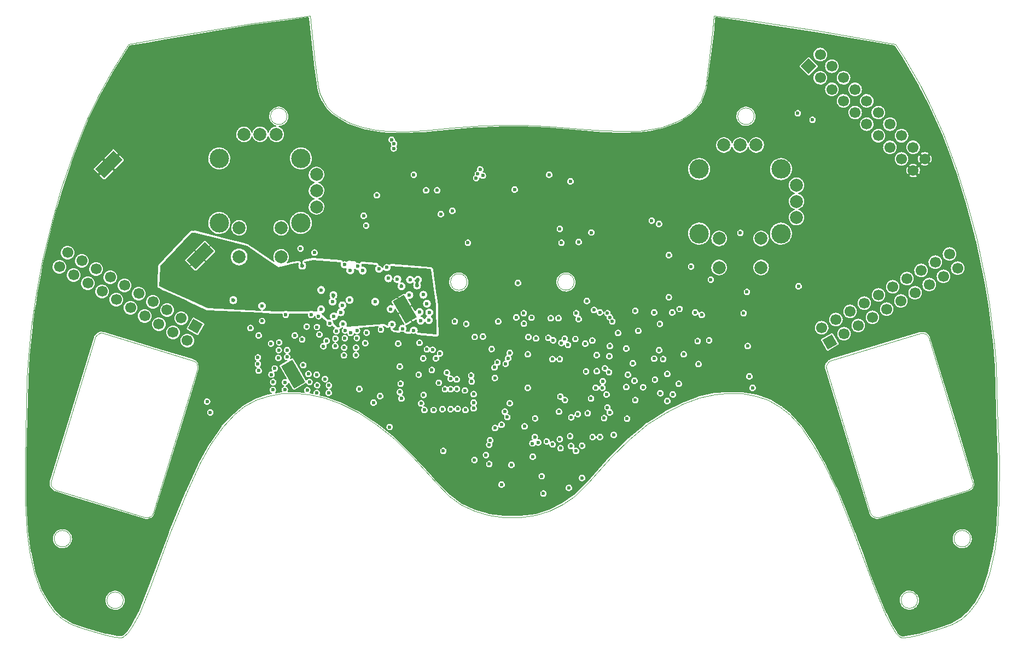
<source format=gbr>
%TF.GenerationSoftware,KiCad,Pcbnew,(6.0.9)*%
%TF.CreationDate,2022-11-22T19:39:31+02:00*%
%TF.ProjectId,PCB,5043422e-6b69-4636-9164-5f7063625858,rev?*%
%TF.SameCoordinates,Original*%
%TF.FileFunction,Copper,L7,Inr*%
%TF.FilePolarity,Positive*%
%FSLAX46Y46*%
G04 Gerber Fmt 4.6, Leading zero omitted, Abs format (unit mm)*
G04 Created by KiCad (PCBNEW (6.0.9)) date 2022-11-22 19:39:31*
%MOMM*%
%LPD*%
G01*
G04 APERTURE LIST*
G04 Aperture macros list*
%AMHorizOval*
0 Thick line with rounded ends*
0 $1 width*
0 $2 $3 position (X,Y) of the first rounded end (center of the circle)*
0 $4 $5 position (X,Y) of the second rounded end (center of the circle)*
0 Add line between two ends*
20,1,$1,$2,$3,$4,$5,0*
0 Add two circle primitives to create the rounded ends*
1,1,$1,$2,$3*
1,1,$1,$4,$5*%
%AMRotRect*
0 Rectangle, with rotation*
0 The origin of the aperture is its center*
0 $1 length*
0 $2 width*
0 $3 Rotation angle, in degrees counterclockwise*
0 Add horizontal line*
21,1,$1,$2,0,0,$3*%
G04 Aperture macros list end*
%TA.AperFunction,Profile*%
%ADD10C,0.100000*%
%TD*%
%TA.AperFunction,ComponentPad*%
%ADD11RotRect,1.700000X1.700000X120.000000*%
%TD*%
%TA.AperFunction,ComponentPad*%
%ADD12HorizOval,1.700000X0.000000X0.000000X0.000000X0.000000X0*%
%TD*%
%TA.AperFunction,ComponentPad*%
%ADD13C,2.000000*%
%TD*%
%TA.AperFunction,ComponentPad*%
%ADD14C,3.000000*%
%TD*%
%TA.AperFunction,ComponentPad*%
%ADD15RotRect,1.700000X1.700000X45.000000*%
%TD*%
%TA.AperFunction,ComponentPad*%
%ADD16HorizOval,1.700000X0.000000X0.000000X0.000000X0.000000X0*%
%TD*%
%TA.AperFunction,ComponentPad*%
%ADD17RotRect,1.700000X1.700000X240.000000*%
%TD*%
%TA.AperFunction,ComponentPad*%
%ADD18HorizOval,1.700000X0.000000X0.000000X0.000000X0.000000X0*%
%TD*%
%TA.AperFunction,ComponentPad*%
%ADD19RotRect,2.000000X4.000000X135.000000*%
%TD*%
%TA.AperFunction,ComponentPad*%
%ADD20RotRect,2.000000X4.000000X30.000000*%
%TD*%
%TA.AperFunction,ViaPad*%
%ADD21C,0.600000*%
%TD*%
G04 APERTURE END LIST*
D10*
X175615600Y-38887400D02*
X187248800Y-40665400D01*
X199390000Y-42799000D01*
X200710800Y-44831000D01*
X203250800Y-49199800D01*
X204622400Y-51892200D01*
X206857600Y-56769000D01*
X208889600Y-62204600D01*
X210515200Y-67437000D01*
X211988400Y-73025000D01*
X213360000Y-79629000D01*
X213969600Y-83235800D01*
X214731600Y-89433400D01*
X214985600Y-92532200D01*
X215138000Y-99491800D01*
X215442800Y-107365800D01*
X215392000Y-113614200D01*
X215138000Y-118237000D01*
X214680800Y-121386600D01*
X213918800Y-124739400D01*
X213004400Y-127330200D01*
X211937600Y-129311400D01*
X210769200Y-130784600D01*
X209600800Y-131800600D01*
X208127600Y-132664200D01*
X206197200Y-133375400D01*
X203047600Y-134289800D01*
X201523600Y-134594600D01*
X200558400Y-134747000D01*
X200304400Y-134696200D01*
X199948800Y-134543800D01*
X199491600Y-134035800D01*
X198780400Y-132969000D01*
X197815200Y-130987800D01*
X195986400Y-126669800D01*
X192989200Y-118541800D01*
X190398400Y-112141000D01*
X188264800Y-107670600D01*
X186639200Y-104825800D01*
X184810400Y-102133400D01*
X183083200Y-100203000D01*
X181559200Y-98983800D01*
X179679600Y-97866200D01*
X177800000Y-97256600D01*
X175666400Y-96901000D01*
X173126400Y-96901000D01*
X171450000Y-97002600D01*
X169113200Y-97510600D01*
X166522400Y-98475800D01*
X163880800Y-99796600D01*
X161036000Y-101625400D01*
X158242000Y-103962200D01*
X155346400Y-106756200D01*
X151790400Y-110769400D01*
X149758400Y-112750600D01*
X147878800Y-114071400D01*
X145897600Y-115087400D01*
X143713200Y-115747800D01*
X141325600Y-116052600D01*
X138734800Y-116052600D01*
X136398000Y-115747800D01*
X134213600Y-115087400D01*
X132181600Y-114122200D01*
X130302000Y-112750600D01*
X128320800Y-110769400D01*
X124714000Y-106807000D01*
X121818400Y-103911400D01*
X119024400Y-101676200D01*
X116230400Y-99847400D01*
X113538000Y-98475800D01*
X110998000Y-97561400D01*
X108610400Y-97053400D01*
X106934000Y-96901000D01*
X104394000Y-96901000D01*
X102311200Y-97256600D01*
X100431600Y-97866200D01*
X98552000Y-98933000D01*
X97028000Y-100203000D01*
X95250000Y-102133400D01*
X93421200Y-104775000D01*
X91795600Y-107619800D01*
X89712800Y-112141000D01*
X87122000Y-118491000D01*
X84124800Y-126568200D01*
X82346800Y-130987800D01*
X81280000Y-132969000D01*
X80568800Y-133985000D01*
X79959200Y-134543800D01*
X79552800Y-134696200D01*
X78536800Y-134594600D01*
X77063600Y-134289800D01*
X73863200Y-133375400D01*
X71882000Y-132664200D01*
X70459600Y-131800600D01*
X69291200Y-130784600D01*
X68122800Y-129260600D01*
X67056000Y-127330200D01*
X66141600Y-124790200D01*
X65379600Y-121437400D01*
X64922400Y-118237000D01*
X64668400Y-113563400D01*
X64668400Y-107365800D01*
X64973200Y-94665800D01*
X65176400Y-91059000D01*
X65633600Y-86537800D01*
X66344800Y-81457800D01*
X67310000Y-76377800D01*
X68884800Y-69824600D01*
X70307200Y-64998600D01*
X72186800Y-59461400D01*
X74269600Y-54330600D01*
X76098400Y-50520600D01*
X78079600Y-46964600D01*
X80670400Y-42799000D01*
X86360000Y-41783000D01*
X99822000Y-39547800D01*
X108762800Y-38328600D01*
X109575600Y-45745400D01*
X110083600Y-49453800D01*
X110337600Y-50469800D01*
X110794800Y-51485800D01*
X111455200Y-52501800D01*
X112369600Y-53416200D01*
X113334800Y-54076600D01*
X114858800Y-54940200D01*
X116941600Y-55651400D01*
X118973600Y-56057800D01*
X120751600Y-56261000D01*
X123342400Y-56311800D01*
X126390400Y-56159400D01*
X130606800Y-55753000D01*
X135280400Y-55397400D01*
X138836400Y-55295800D01*
X141681200Y-55295800D01*
X145491200Y-55448200D01*
X150418800Y-55854600D01*
X154076400Y-56159400D01*
X157073600Y-56261000D01*
X159715200Y-56210200D01*
X161340800Y-56007000D01*
X163271200Y-55600600D01*
X165303200Y-54838600D01*
X166370000Y-54330600D01*
X167538400Y-53517800D01*
X168605200Y-52501800D01*
X169214800Y-51587400D01*
X169621200Y-50571400D01*
X169976800Y-49453800D01*
X170332400Y-46710600D01*
X171145200Y-40360600D01*
X171297600Y-38328600D01*
X175615600Y-38887400D01*
X79886044Y-128933444D02*
G75*
G03*
X79886044Y-128933444I-1273044J0D01*
G01*
X177523644Y-53927244D02*
G75*
G03*
X177523644Y-53927244I-1273044J0D01*
G01*
X133073644Y-79606644D02*
G75*
G03*
X133073644Y-79606644I-1273044J0D01*
G01*
X202822044Y-128908044D02*
G75*
G03*
X202822044Y-128908044I-1273044J0D01*
G01*
X76758800Y-87553800D02*
X90627200Y-91770200D01*
X91033600Y-91973400D01*
X91236800Y-92227400D01*
X91287600Y-92481400D01*
X91338400Y-92684600D01*
X91338400Y-93040200D01*
X84480400Y-115392200D01*
X84429600Y-115544600D01*
X84277200Y-115798600D01*
X84023200Y-116001800D01*
X83667600Y-116103400D01*
X83261200Y-116103400D01*
X69392800Y-111836200D01*
X69138800Y-111683800D01*
X68986400Y-111531400D01*
X68783200Y-111277400D01*
X68681600Y-111023400D01*
X68681600Y-110566200D01*
X75539600Y-88214200D01*
X75590400Y-88011000D01*
X75742800Y-87858600D01*
X76047600Y-87655400D01*
X76403200Y-87503000D01*
X76758800Y-87553800D01*
X149659844Y-79606644D02*
G75*
G03*
X149659844Y-79606644I-1273044J0D01*
G01*
X203962000Y-87604600D02*
X204114400Y-87655400D01*
X204266800Y-87858600D01*
X204368400Y-88011000D01*
X204520800Y-88214200D01*
X211277200Y-110363000D01*
X211328000Y-110566200D01*
X211378800Y-110871000D01*
X211328000Y-111175800D01*
X211226400Y-111429800D01*
X211023200Y-111633000D01*
X210667600Y-111836200D01*
X196850000Y-116052600D01*
X196697600Y-116103400D01*
X196392800Y-116103400D01*
X195884800Y-115900200D01*
X195681600Y-115646200D01*
X195529200Y-115392200D01*
X188722000Y-93091000D01*
X188671200Y-92735400D01*
X188772800Y-92329000D01*
X188874400Y-92176600D01*
X189179200Y-91871800D01*
X189382400Y-91770200D01*
X203250800Y-87553800D01*
X203708000Y-87553800D01*
X203962000Y-87604600D01*
X211000844Y-119383044D02*
G75*
G03*
X211000844Y-119383044I-1273044J0D01*
G01*
X105209844Y-53927244D02*
G75*
G03*
X105209844Y-53927244I-1273044J0D01*
G01*
X71732644Y-119383044D02*
G75*
G03*
X71732644Y-119383044I-1273044J0D01*
G01*
D11*
%TO.N,/M_out2*%
%TO.C,J2*%
X189239773Y-88900000D03*
D12*
%TO.N,/M_out1*%
X187969773Y-86700295D03*
%TO.N,unconnected-(J2-Pad3)*%
X191439478Y-87630000D03*
%TO.N,unconnected-(J2-Pad4)*%
X190169478Y-85430295D03*
%TO.N,unconnected-(J2-Pad5)*%
X193639182Y-86360000D03*
%TO.N,unconnected-(J2-Pad6)*%
X192369182Y-84160295D03*
%TO.N,unconnected-(J2-Pad7)*%
X195838887Y-85090000D03*
%TO.N,unconnected-(J2-Pad8)*%
X194568887Y-82890295D03*
%TO.N,unconnected-(J2-Pad9)*%
X198038591Y-83820000D03*
%TO.N,unconnected-(J2-Pad10)*%
X196768591Y-81620295D03*
%TO.N,unconnected-(J2-Pad11)*%
X200238296Y-82550000D03*
%TO.N,unconnected-(J2-Pad12)*%
X198968296Y-80350295D03*
%TO.N,unconnected-(J2-Pad13)*%
X202438000Y-81280000D03*
%TO.N,unconnected-(J2-Pad14)*%
X201168000Y-79080295D03*
%TO.N,unconnected-(J2-Pad15)*%
X204637705Y-80010000D03*
%TO.N,unconnected-(J2-Pad16)*%
X203367705Y-77810295D03*
%TO.N,unconnected-(J2-Pad17)*%
X206837409Y-78740000D03*
%TO.N,unconnected-(J2-Pad18)*%
X205567409Y-76540295D03*
%TO.N,unconnected-(J2-Pad19)*%
X209037114Y-77470000D03*
%TO.N,unconnected-(J2-Pad20)*%
X207767114Y-75270295D03*
%TD*%
D13*
%TO.N,Net-(R27-Pad1)*%
%TO.C,U6*%
X103545000Y-56730000D03*
%TO.N,Net-(R29-Pad1)*%
X109775000Y-67960000D03*
%TO.N,JOY_Y_OUT1*%
X101045000Y-56730000D03*
%TO.N,JOY_X_OUT1*%
X109775000Y-65460000D03*
%TO.N,Net-(R28-Pad1)*%
X98545000Y-56730000D03*
%TO.N,Net-(R30-Pad1)*%
X109775000Y-62960000D03*
D14*
%TO.N,N/C*%
X94720000Y-60460000D03*
X107370000Y-60460000D03*
X107370000Y-70460000D03*
X94720000Y-70460000D03*
D13*
%TO.N,+3V3*%
X97795000Y-71210000D03*
X104295000Y-71210000D03*
%TO.N,Net-(R26-Pad1)*%
X97795000Y-75710000D03*
X104295000Y-75710000D03*
%TD*%
D15*
%TO.N,TCK*%
%TO.C,J1*%
X185964744Y-46162867D03*
D16*
%TO.N,unconnected-(J1-Pad2)*%
X187760795Y-44366816D03*
%TO.N,CLK_25MHZ*%
X187760795Y-47958918D03*
%TO.N,unconnected-(J1-Pad4)*%
X189556846Y-46162867D03*
%TO.N,DONE*%
X189556846Y-49754969D03*
%TO.N,unconnected-(J1-Pad6)*%
X191352898Y-47958918D03*
%TO.N,TMS*%
X191352898Y-51551021D03*
%TO.N,unconnected-(J1-Pad8)*%
X193148949Y-49754969D03*
%TO.N,PROG_B*%
X193148949Y-53347072D03*
%TO.N,unconnected-(J1-Pad10)*%
X194945000Y-51551021D03*
%TO.N,unconnected-(J1-Pad11)*%
X194945000Y-55143123D03*
%TO.N,unconnected-(J1-Pad12)*%
X196741051Y-53347072D03*
%TO.N,TDO*%
X196741051Y-56939174D03*
%TO.N,unconnected-(J1-Pad14)*%
X198537103Y-55143123D03*
%TO.N,TDI*%
X198537103Y-58735226D03*
%TO.N,unconnected-(J1-Pad16)*%
X200333154Y-56939174D03*
%TO.N,+3V3*%
X200333154Y-60531277D03*
X202129205Y-58735226D03*
%TO.N,Earth*%
X202129205Y-62327328D03*
X203925256Y-60531277D03*
%TD*%
D13*
%TO.N,Net-(R31-Pad1)*%
%TO.C,U7*%
X177845000Y-58380000D03*
%TO.N,Net-(R34-Pad1)*%
X184075000Y-69610000D03*
%TO.N,JOY_Y_OUT2*%
X175345000Y-58380000D03*
%TO.N,JOY_X_OUT2*%
X184075000Y-67110000D03*
%TO.N,Net-(R33-Pad1)*%
X172845000Y-58380000D03*
%TO.N,Net-(R35-Pad1)*%
X184075000Y-64610000D03*
D14*
%TO.N,N/C*%
X181670000Y-62110000D03*
X169020000Y-62110000D03*
X181670000Y-72110000D03*
X169020000Y-72110000D03*
D13*
%TO.N,+3V3*%
X172095000Y-72860000D03*
X178595000Y-72860000D03*
%TO.N,Net-(R32-Pad1)*%
X172095000Y-77360000D03*
X178595000Y-77360000D03*
%TD*%
D17*
%TO.N,/M_out4*%
%TO.C,J3*%
X91059000Y-86487000D03*
D18*
%TO.N,/M_out3*%
X89789000Y-88686705D03*
%TO.N,unconnected-(J3-Pad3)*%
X88859295Y-85217000D03*
%TO.N,unconnected-(J3-Pad4)*%
X87589295Y-87416705D03*
%TO.N,unconnected-(J3-Pad5)*%
X86659591Y-83947000D03*
%TO.N,unconnected-(J3-Pad6)*%
X85389591Y-86146705D03*
%TO.N,unconnected-(J3-Pad7)*%
X84459886Y-82677000D03*
%TO.N,unconnected-(J3-Pad8)*%
X83189886Y-84876705D03*
%TO.N,unconnected-(J3-Pad9)*%
X82260182Y-81407000D03*
%TO.N,unconnected-(J3-Pad10)*%
X80990182Y-83606705D03*
%TO.N,unconnected-(J3-Pad11)*%
X80060477Y-80137000D03*
%TO.N,unconnected-(J3-Pad12)*%
X78790477Y-82336705D03*
%TO.N,unconnected-(J3-Pad13)*%
X77860773Y-78867000D03*
%TO.N,unconnected-(J3-Pad14)*%
X76590773Y-81066705D03*
%TO.N,unconnected-(J3-Pad15)*%
X75661068Y-77597000D03*
%TO.N,unconnected-(J3-Pad16)*%
X74391068Y-79796705D03*
%TO.N,unconnected-(J3-Pad17)*%
X73461364Y-76327000D03*
%TO.N,unconnected-(J3-Pad18)*%
X72191364Y-78526705D03*
%TO.N,unconnected-(J3-Pad19)*%
X71261659Y-75057000D03*
%TO.N,unconnected-(J3-Pad20)*%
X69991659Y-77256705D03*
%TD*%
D19*
%TO.N,/RAW3*%
%TO.C,BT2*%
X91774812Y-75518812D03*
%TO.N,Earth*%
X77632676Y-61376676D03*
%TD*%
D20*
%TO.N,/RAW6*%
%TO.C,BT1*%
X106160841Y-93872000D03*
%TO.N,/RAW3*%
X123481349Y-83872000D03*
%TD*%
D21*
%TO.N,/RAW3*%
X92964000Y-79502000D03*
X88976200Y-74447400D03*
X88849200Y-78892400D03*
X87020400Y-76758800D03*
X124046521Y-80121500D03*
X125247400Y-81584800D03*
X117195600Y-82778600D03*
X125120400Y-86131400D03*
X122580400Y-85979000D03*
X106019600Y-81407000D03*
X121666000Y-84937600D03*
X125247400Y-83108800D03*
X98018600Y-80848200D03*
X99339400Y-80822800D03*
X96088200Y-81000600D03*
X100914200Y-81000600D03*
X99314000Y-77901800D03*
X100634800Y-77876400D03*
X99288600Y-76758800D03*
X100634800Y-76758800D03*
X97815400Y-77698600D03*
X96266000Y-77749400D03*
X94945200Y-76403200D03*
X103352600Y-77444600D03*
X94970600Y-74777600D03*
X96291400Y-74752200D03*
X94945200Y-73634600D03*
X96291400Y-73634600D03*
X90220800Y-73914000D03*
X93649800Y-73380600D03*
X90195400Y-72771000D03*
X91541600Y-72771000D03*
X87757000Y-80340200D03*
X88823800Y-76885800D03*
X87477600Y-75768200D03*
X88823800Y-75768200D03*
X92964000Y-81940400D03*
X94284800Y-81915000D03*
X92938600Y-80797400D03*
X94284800Y-80797400D03*
X90220800Y-81915000D03*
X91541600Y-81889600D03*
X90195400Y-80772000D03*
X91541600Y-80772000D03*
X91490800Y-79578200D03*
X90170000Y-79603600D03*
X91490800Y-78460600D03*
X90144600Y-78460600D03*
%TO.N,/RAW6*%
X117322600Y-89077800D03*
X104013000Y-88976200D03*
X111099600Y-94640400D03*
X113868200Y-86131400D03*
X113792000Y-83210400D03*
X113538000Y-84302600D03*
X114909600Y-82397600D03*
X123113800Y-86842600D03*
X121462800Y-86182200D03*
X121259600Y-83794600D03*
X127177800Y-85496400D03*
X125730000Y-84251800D03*
X125907800Y-85598000D03*
X127228600Y-84328000D03*
X126873000Y-82956400D03*
X124155200Y-81635600D03*
X126314200Y-81584800D03*
X124256800Y-79273400D03*
X120650000Y-77317600D03*
X120929400Y-79044800D03*
X122301000Y-79171800D03*
X118846600Y-82677000D03*
X116916200Y-77851000D03*
X110505421Y-80833619D03*
X119456200Y-77571600D03*
X117551200Y-87452200D03*
X114122200Y-76911200D03*
X115011200Y-77800200D03*
X116179600Y-77165200D03*
X112471200Y-84912200D03*
X110490000Y-83845400D03*
X110109000Y-84912200D03*
X112268000Y-82651600D03*
X112852200Y-87223600D03*
X109855000Y-86588600D03*
X110236000Y-87731600D03*
X111810800Y-86029800D03*
X112699800Y-89535000D03*
X111353600Y-88722200D03*
X110845600Y-89560400D03*
X112725200Y-88392000D03*
X116027200Y-88290400D03*
X114223800Y-87122000D03*
X114173000Y-88315800D03*
X116052600Y-87147400D03*
X115874800Y-90932000D03*
X114071400Y-89763600D03*
X114020600Y-90957400D03*
X115900200Y-89789000D03*
X105232200Y-91211400D03*
X103936800Y-90170000D03*
X103886000Y-91363800D03*
X105257600Y-90170000D03*
X108356400Y-96367600D03*
X102819200Y-93954600D03*
X103327200Y-93014800D03*
X108686600Y-95097600D03*
X109829600Y-93980000D03*
X107721400Y-92481400D03*
X108534200Y-93853000D03*
X108254800Y-86512400D03*
X111683800Y-96774000D03*
X109880400Y-95605600D03*
X109829600Y-96799400D03*
X111709200Y-95631000D03*
X104902000Y-95148400D03*
X103073200Y-95123000D03*
X104876600Y-96291400D03*
X103022400Y-96316800D03*
%TO.N,Net-(C22-Pad1)*%
X147701000Y-73533000D03*
X147447000Y-71374000D03*
%TO.N,Net-(C44-Pad1)*%
X159588200Y-87172800D03*
X162814000Y-90170000D03*
X151638000Y-82550000D03*
%TO.N,Net-(C48-Pad1)*%
X109474000Y-75057000D03*
%TO.N,Net-(C50-Pad1)*%
X144653000Y-109702600D03*
X167767000Y-77216000D03*
X168402000Y-84328000D03*
%TO.N,Net-(C52-Pad1)*%
X115062000Y-87503000D03*
%TO.N,Net-(C56-Pad1)*%
X162941000Y-86106000D03*
X122428000Y-89154000D03*
X164312600Y-81965800D03*
%TO.N,Net-(C58-Pad1)*%
X148844000Y-111506000D03*
%TO.N,Net-(C60-Pad1)*%
X119761000Y-86995000D03*
X119634000Y-97282000D03*
X150876000Y-109982000D03*
X118618000Y-98298000D03*
%TO.N,Net-(C62-Pad1)*%
X134239000Y-107188000D03*
%TO.N,Net-(C64-Pad1)*%
X105029000Y-84709000D03*
%TO.N,Net-(C66-Pad1)*%
X165989000Y-83794600D03*
X170815000Y-79248000D03*
X136514816Y-104825919D03*
%TO.N,/RAW6*%
X140462000Y-65278000D03*
%TO.N,/RR1*%
X133223000Y-73533000D03*
X130810000Y-68580000D03*
%TO.N,/RR2*%
X150368000Y-73406000D03*
%TO.N,ACCEL_INT2*%
X137795000Y-92075000D03*
%TO.N,ACCEL_INT1*%
X133731000Y-94107000D03*
%TO.N,ACCEL_CS*%
X137922000Y-85725000D03*
X149987000Y-84455000D03*
X135529550Y-88056950D03*
X129971800Y-93649800D03*
%TO.N,Earth*%
X74205800Y-69896200D03*
X171705800Y-62396200D03*
X71205800Y-66896200D03*
X84705800Y-47396200D03*
X72705800Y-125396200D03*
X198705800Y-128396200D03*
X96705800Y-63896200D03*
X171705800Y-50396200D03*
X212205800Y-96896200D03*
X98205800Y-42896200D03*
X144780000Y-73406000D03*
X174705800Y-89396200D03*
X77205800Y-74396200D03*
X86205800Y-54896200D03*
X104205800Y-59396200D03*
X78705800Y-72896200D03*
X98205800Y-44396200D03*
X212205800Y-108896200D03*
X87705800Y-110396200D03*
X96705800Y-62396200D03*
X81705800Y-68396200D03*
X212205800Y-113396200D03*
X81705800Y-54896200D03*
X143256000Y-98679000D03*
X102705800Y-62396200D03*
X204705800Y-66896200D03*
X81705800Y-62396200D03*
X177705800Y-41396200D03*
X158750000Y-70231000D03*
X177705800Y-68396200D03*
X123705800Y-62396200D03*
X173205800Y-51896200D03*
X146205800Y-75896200D03*
X210705800Y-75896200D03*
X86205800Y-51896200D03*
X197205800Y-78896200D03*
X173205800Y-47396200D03*
X167205800Y-63896200D03*
X66705800Y-123896200D03*
X201705800Y-51896200D03*
X87705800Y-50396200D03*
X210705800Y-126896200D03*
X206205800Y-126896200D03*
X206205800Y-74396200D03*
X101205800Y-95396200D03*
X75705800Y-116396200D03*
X204705800Y-132896200D03*
X66705800Y-113396200D03*
X212205800Y-95396200D03*
X163449000Y-59436000D03*
X212205800Y-93896200D03*
X189705800Y-65396200D03*
X107205800Y-41396200D03*
X212205800Y-126896200D03*
X105705800Y-51896200D03*
X86205800Y-59396200D03*
X213705800Y-98396200D03*
X168705800Y-65396200D03*
X66705800Y-108896200D03*
X104205800Y-44396200D03*
X87705800Y-107396200D03*
X105705800Y-50396200D03*
X204705800Y-114896200D03*
X200205800Y-84896200D03*
X198705800Y-116396200D03*
X207705800Y-122396200D03*
X104205800Y-39896200D03*
X108705800Y-50396200D03*
X183705800Y-98396200D03*
X74205800Y-62396200D03*
X86205800Y-42896200D03*
X186705800Y-96896200D03*
X83205800Y-69896200D03*
X96705800Y-51896200D03*
X126873000Y-76708000D03*
X195705800Y-42896200D03*
X83205800Y-47396200D03*
X153289000Y-100711000D03*
X203205800Y-86396200D03*
X135705800Y-57896200D03*
X98205800Y-89396200D03*
X74205800Y-65396200D03*
X66705800Y-95396200D03*
X189705800Y-90896200D03*
X207705800Y-66896200D03*
X212205800Y-78896200D03*
X194205800Y-47396200D03*
X112395000Y-72263000D03*
X92456000Y-100203000D03*
X77205800Y-126896200D03*
X191205800Y-78896200D03*
X201705800Y-71396200D03*
X86205800Y-74396200D03*
X72705800Y-129896200D03*
X189705800Y-74396200D03*
X179205800Y-47396200D03*
X171705800Y-48896200D03*
X93705800Y-42896200D03*
X210705800Y-77396200D03*
X105705800Y-57896200D03*
X78705800Y-50396200D03*
X111705800Y-54896200D03*
X210705800Y-128396200D03*
X96705800Y-42896200D03*
X204705800Y-122396200D03*
X151993481Y-84353338D03*
X182205800Y-81896200D03*
X78705800Y-53396200D03*
X152205800Y-62396200D03*
X99705800Y-95396200D03*
X212205800Y-111896200D03*
X72705800Y-68396200D03*
X74205800Y-120896200D03*
X153705800Y-59396200D03*
X83205800Y-117896200D03*
X68205800Y-101396200D03*
X209205800Y-83396200D03*
X74205800Y-114896200D03*
X89205800Y-68396200D03*
X207705800Y-95396200D03*
X198705800Y-69896200D03*
X74205800Y-68396200D03*
X84705800Y-44396200D03*
X188205800Y-105896200D03*
X77205800Y-65396200D03*
X207705800Y-117896200D03*
X201705800Y-126896200D03*
X213705800Y-117896200D03*
X198705800Y-81896200D03*
X80205800Y-62396200D03*
X105705800Y-65396200D03*
X190627000Y-81026000D03*
X209205800Y-128396200D03*
X206205800Y-125396200D03*
X191205800Y-45896200D03*
X192705800Y-113396200D03*
X212205800Y-125396200D03*
X80205800Y-50396200D03*
X146812000Y-87860100D03*
X153705800Y-57896200D03*
X87705800Y-113396200D03*
X71205800Y-89396200D03*
X66705800Y-92396200D03*
X189705800Y-42896200D03*
X203205800Y-75896200D03*
X84705800Y-45896200D03*
X164465000Y-90297000D03*
X74205800Y-128396200D03*
X188205800Y-101396200D03*
X90705800Y-51896200D03*
X165481000Y-87757000D03*
X194205800Y-78896200D03*
X71205800Y-125396200D03*
X99705800Y-69896200D03*
X212205800Y-104396200D03*
X75705800Y-125396200D03*
X192705800Y-44396200D03*
X212205800Y-101396200D03*
X145542000Y-57785000D03*
X185205800Y-48896200D03*
X207705800Y-114896200D03*
X80205800Y-54896200D03*
X75705800Y-53396200D03*
X212205800Y-116396200D03*
X92205800Y-50396200D03*
X92205800Y-62396200D03*
X206205800Y-86396200D03*
X206205800Y-123896200D03*
X155205800Y-62396200D03*
X182205800Y-48896200D03*
X182205800Y-93896200D03*
X99705800Y-96896200D03*
X207705800Y-65396200D03*
X134205800Y-113396200D03*
X192705800Y-77396200D03*
X198705800Y-122396200D03*
X74205800Y-125396200D03*
X83205800Y-74396200D03*
X83205800Y-44396200D03*
X84705800Y-68396200D03*
X176205800Y-48896200D03*
X183705800Y-87896200D03*
X182205800Y-45896200D03*
X188205800Y-102896200D03*
X213705800Y-120896200D03*
X201705800Y-53396200D03*
X144705800Y-59396200D03*
X80205800Y-77396200D03*
X188205800Y-45896200D03*
X137205800Y-57896200D03*
X145017610Y-110982616D03*
X189705800Y-102896200D03*
X195705800Y-48896200D03*
X98205800Y-68396200D03*
X81705800Y-57896200D03*
X155067000Y-94783500D03*
X78705800Y-66896200D03*
X78705800Y-51896200D03*
X207705800Y-116396200D03*
X81705800Y-86396200D03*
X138705800Y-108896200D03*
X69705800Y-87896200D03*
X135705800Y-113396200D03*
X189705800Y-104396200D03*
X207705800Y-84896200D03*
X179205800Y-69896200D03*
X210705800Y-84896200D03*
X177705800Y-78896200D03*
X105705800Y-44396200D03*
X180705800Y-42896200D03*
X114705800Y-68396200D03*
X68205800Y-123896200D03*
X89205800Y-110396200D03*
X84705800Y-60896200D03*
X122205800Y-93896200D03*
X117705800Y-66896200D03*
X68205800Y-117896200D03*
X69705800Y-123896200D03*
X209205800Y-71396200D03*
X201705800Y-125396200D03*
X150622000Y-103505000D03*
X92205800Y-69896200D03*
X173205800Y-75896200D03*
X155205800Y-57896200D03*
X113205800Y-68396200D03*
X174705800Y-47396200D03*
X93705800Y-41396200D03*
X203205800Y-68396200D03*
X104205800Y-48896200D03*
X77205800Y-56396200D03*
X95205800Y-65396200D03*
X186705800Y-83396200D03*
X194205800Y-42896200D03*
X80205800Y-59396200D03*
X74205800Y-116396200D03*
X81705800Y-69896200D03*
X87705800Y-53396200D03*
X68205800Y-78896200D03*
X74205800Y-89396200D03*
X204705800Y-120896200D03*
X86205800Y-53396200D03*
X96705800Y-47396200D03*
X86205800Y-117896200D03*
X68205800Y-83396200D03*
X198705800Y-74396200D03*
X96705800Y-57896200D03*
X209205800Y-116396200D03*
X194205800Y-80396200D03*
X204705800Y-56396200D03*
X68205800Y-104396200D03*
X210705800Y-125396200D03*
X80205800Y-65396200D03*
X71205800Y-123896200D03*
X167205800Y-65396200D03*
X209205800Y-69896200D03*
X75705800Y-59396200D03*
X186705800Y-102896200D03*
X141705800Y-56396200D03*
X195705800Y-80396200D03*
X198705800Y-65396200D03*
X78705800Y-75896200D03*
X96705800Y-44396200D03*
X90705800Y-53396200D03*
X89205800Y-60896200D03*
X98205800Y-63896200D03*
X69705800Y-113396200D03*
X81705800Y-59396200D03*
X68205800Y-98396200D03*
X198705800Y-53396200D03*
X72705800Y-66896200D03*
X206205800Y-63896200D03*
X207705800Y-123896200D03*
X179205800Y-50396200D03*
X182205800Y-44396200D03*
X98205800Y-65396200D03*
X200205800Y-86396200D03*
X111705800Y-63896200D03*
X183705800Y-51896200D03*
X71205800Y-69896200D03*
X69705800Y-101396200D03*
X186705800Y-59396200D03*
X206205800Y-131396200D03*
X83205800Y-60896200D03*
X143205800Y-113396200D03*
X71205800Y-68396200D03*
X96705800Y-66896200D03*
X203205800Y-66896200D03*
X213705800Y-102896200D03*
X107205800Y-63896200D03*
X77205800Y-125396200D03*
X179205800Y-96896200D03*
X75705800Y-123896200D03*
X201705800Y-77396200D03*
X107205800Y-39896200D03*
X143205800Y-56396200D03*
X68205800Y-102896200D03*
X120705800Y-92396200D03*
X83205800Y-59396200D03*
X89205800Y-107396200D03*
X102705800Y-41396200D03*
X165705800Y-68396200D03*
X198705800Y-120896200D03*
X206205800Y-71396200D03*
X183705800Y-72896200D03*
X148971000Y-108712000D03*
X75705800Y-114896200D03*
X81705800Y-74396200D03*
X203205800Y-63896200D03*
X198705800Y-75896200D03*
X110205800Y-60896200D03*
X69705800Y-116396200D03*
X209205800Y-126896200D03*
X197205800Y-74396200D03*
X96705800Y-98396200D03*
X173205800Y-50396200D03*
X209205800Y-96896200D03*
X120269000Y-63119000D03*
X125476000Y-79248000D03*
X213705800Y-107396200D03*
X123705800Y-87896200D03*
X173205800Y-45896200D03*
X141705800Y-114896200D03*
X210705800Y-74396200D03*
X188205800Y-66896200D03*
X135705800Y-84896200D03*
X207705800Y-83396200D03*
X87705800Y-48896200D03*
X186705800Y-98396200D03*
X135705800Y-83396200D03*
X77205800Y-123896200D03*
X116205800Y-57896200D03*
X132588000Y-93980000D03*
X191205800Y-89396200D03*
X207705800Y-72896200D03*
X66705800Y-89396200D03*
X132705800Y-113396200D03*
X77205800Y-120896200D03*
X143205800Y-57896200D03*
X86205800Y-47396200D03*
X207705800Y-63896200D03*
X206205800Y-66896200D03*
X101205800Y-53396200D03*
X84705800Y-62396200D03*
X81705800Y-51896200D03*
X159705800Y-63896200D03*
X170205800Y-51896200D03*
X185205800Y-71396200D03*
X201705800Y-83396200D03*
X180705800Y-50396200D03*
X125857000Y-96139000D03*
X102705800Y-44396200D03*
X168705800Y-96896200D03*
X90705800Y-56396200D03*
X69705800Y-128396200D03*
X96705800Y-41396200D03*
X107205800Y-45896200D03*
X71205800Y-95396200D03*
X102705800Y-60896200D03*
X72705800Y-93896200D03*
X108705800Y-45896200D03*
X92205800Y-42896200D03*
X87705800Y-114896200D03*
X195705800Y-44396200D03*
X93705800Y-62396200D03*
X86205800Y-60896200D03*
X140081000Y-75184000D03*
X176205800Y-51896200D03*
X203205800Y-117896200D03*
X69705800Y-102896200D03*
X78705800Y-74396200D03*
X92205800Y-65396200D03*
X101205800Y-48896200D03*
X177705800Y-65396200D03*
X80205800Y-57896200D03*
X75705800Y-54896200D03*
X168705800Y-53396200D03*
X93705800Y-84896200D03*
X89205800Y-45896200D03*
X213705800Y-92396200D03*
X81705800Y-72896200D03*
X66705800Y-96896200D03*
X105705800Y-62396200D03*
X192705800Y-108896200D03*
X105705800Y-66896200D03*
X74205800Y-119396200D03*
X201705800Y-50396200D03*
X71205800Y-87896200D03*
X94488000Y-92456000D03*
X203205800Y-51896200D03*
X89205800Y-57896200D03*
X209205800Y-81896200D03*
X66705800Y-116396200D03*
X203205800Y-72896200D03*
X83205800Y-63896200D03*
X80205800Y-122396200D03*
X213705800Y-95396200D03*
X210705800Y-113396200D03*
X84705800Y-65396200D03*
X209205800Y-75896200D03*
X95205800Y-42896200D03*
X107205800Y-66896200D03*
X182205800Y-51896200D03*
X200205800Y-125396200D03*
X210705800Y-95396200D03*
X210705800Y-102896200D03*
X188205800Y-99896200D03*
X87705800Y-54896200D03*
X191205800Y-53396200D03*
X182205800Y-42896200D03*
X71205800Y-114896200D03*
X105705800Y-74396200D03*
X210705800Y-114896200D03*
X192705800Y-89396200D03*
X114705800Y-56396200D03*
X171705800Y-45896200D03*
X209205800Y-78896200D03*
X170205800Y-65396200D03*
X117705800Y-92396200D03*
X212205800Y-114896200D03*
X86205800Y-66896200D03*
X84705800Y-75896200D03*
X192705800Y-63896200D03*
X96705800Y-48896200D03*
X107205800Y-65396200D03*
X72705800Y-72896200D03*
X198705800Y-51896200D03*
X68205800Y-77396200D03*
X152205800Y-66896200D03*
X176205800Y-69896200D03*
X191205800Y-111896200D03*
X75705800Y-74396200D03*
X89205800Y-69896200D03*
X78705800Y-117896200D03*
X159705800Y-60896200D03*
X86205800Y-114896200D03*
X168705800Y-68396200D03*
X128524000Y-102108000D03*
X209205800Y-86396200D03*
X66705800Y-84896200D03*
X198705800Y-45896200D03*
X200205800Y-116396200D03*
X78705800Y-123896200D03*
X84705800Y-51896200D03*
X174705800Y-39896200D03*
X170205800Y-69896200D03*
X180705800Y-68396200D03*
X170205800Y-77396200D03*
X209205800Y-92396200D03*
X191205800Y-77396200D03*
X129705800Y-104396200D03*
X144705800Y-75896200D03*
X207705800Y-80396200D03*
X191205800Y-44396200D03*
X71205800Y-80396200D03*
X188205800Y-65396200D03*
X212205800Y-80396200D03*
X134205800Y-110396200D03*
X192705800Y-75896200D03*
X80205800Y-132896200D03*
X188205800Y-93896200D03*
X213705800Y-113396200D03*
X140205800Y-114896200D03*
X189357000Y-81915000D03*
X80205800Y-126896200D03*
X188205800Y-81896200D03*
X120705800Y-95396200D03*
X68205800Y-89396200D03*
X71205800Y-113396200D03*
X87705800Y-51896200D03*
X171705800Y-51896200D03*
X197205800Y-69896200D03*
X185205800Y-92396200D03*
X95205800Y-63896200D03*
X206205800Y-81896200D03*
X77205800Y-132896200D03*
X78705800Y-116396200D03*
X95205800Y-99896200D03*
X179205800Y-48896200D03*
X203205800Y-125396200D03*
X198705800Y-87896200D03*
X206205800Y-120896200D03*
X89205800Y-56396200D03*
X69705800Y-122396200D03*
X161205800Y-62396200D03*
X77205800Y-119396200D03*
X95205800Y-50396200D03*
X171705800Y-47396200D03*
X184658000Y-78359000D03*
X182205800Y-65396200D03*
X176205800Y-47396200D03*
X84705800Y-66896200D03*
X195705800Y-87896200D03*
X69705800Y-114896200D03*
X87705800Y-72896200D03*
X197205800Y-87896200D03*
X183705800Y-84896200D03*
X86205800Y-48896200D03*
X128205800Y-104396200D03*
X204705800Y-65396200D03*
X156705800Y-62396200D03*
X207705800Y-120896200D03*
X191008000Y-64135000D03*
X129413000Y-82169000D03*
X213705800Y-108896200D03*
X213705800Y-104396200D03*
X206205800Y-62396200D03*
X203205800Y-56396200D03*
X102705800Y-68396200D03*
X210705800Y-90896200D03*
X168705800Y-69896200D03*
X68205800Y-80396200D03*
X77205800Y-83396200D03*
X74205800Y-117896200D03*
X92205800Y-51896200D03*
X86205800Y-50396200D03*
X203205800Y-54896200D03*
X162560000Y-87503000D03*
X164205800Y-65396200D03*
X197205800Y-117896200D03*
X189705800Y-66896200D03*
X192705800Y-51896200D03*
X213705800Y-116396200D03*
X107205800Y-68396200D03*
X201705800Y-63896200D03*
X78705800Y-69896200D03*
X186705800Y-92396200D03*
X77205800Y-69896200D03*
X177705800Y-47396200D03*
X78705800Y-120896200D03*
X173205800Y-48896200D03*
X83205800Y-66896200D03*
X96705800Y-54896200D03*
X83205800Y-56396200D03*
X96705800Y-53396200D03*
X186705800Y-87896200D03*
X90705800Y-63896200D03*
X69705800Y-81896200D03*
X80205800Y-72896200D03*
X96705800Y-65396200D03*
X89205800Y-42896200D03*
X200205800Y-47396200D03*
X182205800Y-68396200D03*
X83205800Y-86396200D03*
X104205800Y-62396200D03*
X206205800Y-90896200D03*
X195705800Y-45896200D03*
X80205800Y-45896200D03*
X71205800Y-71396200D03*
X186705800Y-99896200D03*
X207705800Y-69896200D03*
X183705800Y-41396200D03*
X80205800Y-56396200D03*
X210705800Y-81896200D03*
X200205800Y-50396200D03*
X195705800Y-122396200D03*
X135705800Y-110396200D03*
X89205800Y-71396200D03*
X69705800Y-80396200D03*
X77205800Y-77396200D03*
X92205800Y-54896200D03*
X200205800Y-71396200D03*
X198705800Y-50396200D03*
X177705800Y-66896200D03*
X101205800Y-51896200D03*
X183705800Y-89396200D03*
X83205800Y-125396200D03*
X92205800Y-66896200D03*
X182205800Y-59396200D03*
X71205800Y-72896200D03*
X138430000Y-113157000D03*
X195705800Y-47396200D03*
X197205800Y-50396200D03*
X74205800Y-74396200D03*
X90705800Y-42896200D03*
X66705800Y-114896200D03*
X77205800Y-131396200D03*
X107569000Y-77089000D03*
X104205800Y-60896200D03*
X84705800Y-54896200D03*
X71205800Y-81896200D03*
X81705800Y-122396200D03*
X75705800Y-68396200D03*
X80205800Y-66896200D03*
X194205800Y-116396200D03*
X192705800Y-111896200D03*
X206205800Y-119396200D03*
X159893000Y-96901000D03*
X185205800Y-62396200D03*
X186705800Y-41396200D03*
X207705800Y-128396200D03*
X89205800Y-47396200D03*
X97536000Y-95377000D03*
X86205800Y-113396200D03*
X207705800Y-92396200D03*
X80205800Y-120896200D03*
X101205800Y-45896200D03*
X203205800Y-84896200D03*
X129159000Y-80137000D03*
X210705800Y-92396200D03*
X183705800Y-71396200D03*
X197205800Y-45896200D03*
X68205800Y-95396200D03*
X189705800Y-83396200D03*
X99705800Y-44396200D03*
X71205800Y-90896200D03*
X204705800Y-125396200D03*
X72705800Y-81896200D03*
X105705800Y-42896200D03*
X201705800Y-69896200D03*
X210705800Y-98396200D03*
X182205800Y-80396200D03*
X69705800Y-93896200D03*
X156705800Y-59396200D03*
X197205800Y-68396200D03*
X89205800Y-54896200D03*
X142367000Y-97205900D03*
X74205800Y-59396200D03*
X159705800Y-62396200D03*
X72705800Y-116396200D03*
X198705800Y-48896200D03*
X207705800Y-125396200D03*
X108705800Y-44396200D03*
X200205800Y-45896200D03*
X95205800Y-44396200D03*
X72705800Y-122396200D03*
X183705800Y-62396200D03*
X204705800Y-84896200D03*
X71205800Y-122396200D03*
X212205800Y-123896200D03*
X204705800Y-62396200D03*
X72705800Y-71396200D03*
X198705800Y-123896200D03*
X74205800Y-87896200D03*
X204705800Y-71396200D03*
X213705800Y-87896200D03*
X212205800Y-120896200D03*
X158205800Y-59396200D03*
X74205800Y-63896200D03*
X116205800Y-56396200D03*
X102705800Y-69896200D03*
X201705800Y-86396200D03*
X77205800Y-66896200D03*
X213705800Y-96896200D03*
X191205800Y-107396200D03*
X206205800Y-80396200D03*
X69705800Y-78896200D03*
X201705800Y-131396200D03*
X185205800Y-59396200D03*
X198705800Y-47396200D03*
X89205800Y-83396200D03*
X186705800Y-62396200D03*
X188205800Y-104396200D03*
X113205800Y-56396200D03*
X99705800Y-59396200D03*
X78705800Y-132896200D03*
X209205800Y-84896200D03*
X84705800Y-120896200D03*
X95205800Y-47396200D03*
X186705800Y-90896200D03*
X213705800Y-89396200D03*
X92205800Y-44396200D03*
X72705800Y-90896200D03*
X80205800Y-47396200D03*
X207705800Y-68396200D03*
X139522200Y-94792800D03*
X81705800Y-77396200D03*
X84705800Y-57896200D03*
X180705800Y-44396200D03*
X68205800Y-107396200D03*
X212205800Y-119396200D03*
X204705800Y-74396200D03*
X111705800Y-56396200D03*
X185205800Y-41396200D03*
X204705800Y-123896200D03*
X89205800Y-108896200D03*
X158205800Y-57896200D03*
X201705800Y-84896200D03*
X75705800Y-69896200D03*
X203205800Y-71396200D03*
X173205800Y-41396200D03*
X201705800Y-75896200D03*
X185205800Y-57896200D03*
X206205800Y-59396200D03*
X170205800Y-59396200D03*
X77205800Y-86396200D03*
X101205800Y-44396200D03*
X84705800Y-71396200D03*
X86205800Y-71396200D03*
X107205800Y-44396200D03*
X213705800Y-114896200D03*
X120705800Y-93896200D03*
X131826000Y-108585000D03*
X105705800Y-41396200D03*
X191205800Y-42896200D03*
X93705800Y-50396200D03*
X94361000Y-91567000D03*
X101205800Y-42896200D03*
X74205800Y-123896200D03*
X206205800Y-83396200D03*
X206205800Y-84896200D03*
X183705800Y-57896200D03*
X77205800Y-57896200D03*
X189705800Y-105896200D03*
X105705800Y-48896200D03*
X87705800Y-45896200D03*
X180705800Y-96896200D03*
X168705800Y-54896200D03*
X68205800Y-126896200D03*
X69705800Y-104396200D03*
X102705800Y-50396200D03*
X122205800Y-62396200D03*
X97536000Y-96266000D03*
X104205800Y-45896200D03*
X78705800Y-65396200D03*
X206205800Y-114896200D03*
X210705800Y-96896200D03*
X174705800Y-45896200D03*
X113205800Y-54896200D03*
X197205800Y-120896200D03*
X201705800Y-54896200D03*
X167205800Y-54896200D03*
X93705800Y-53396200D03*
X200205800Y-51896200D03*
X176205800Y-41396200D03*
X128205800Y-105896200D03*
X72705800Y-86396200D03*
X194205800Y-62396200D03*
X185205800Y-93896200D03*
X213705800Y-99896200D03*
X68205800Y-108896200D03*
X200205800Y-53396200D03*
X72705800Y-80396200D03*
X92205800Y-68396200D03*
X188205800Y-42896200D03*
X135636000Y-73406000D03*
X96705800Y-45896200D03*
X80205800Y-123896200D03*
X210705800Y-86396200D03*
X99705800Y-42896200D03*
X93705800Y-102896200D03*
X176205800Y-50396200D03*
X167205800Y-69896200D03*
X176205800Y-65396200D03*
X87705800Y-62396200D03*
X122205800Y-87896200D03*
X180705800Y-65396200D03*
X203205800Y-83396200D03*
X207705800Y-126896200D03*
X74205800Y-60896200D03*
X177705800Y-50396200D03*
X98205800Y-41396200D03*
X171705800Y-65396200D03*
X138705800Y-57896200D03*
X198705800Y-126896200D03*
X99705800Y-54896200D03*
X206205800Y-117896200D03*
X212205800Y-117896200D03*
X204705800Y-83396200D03*
X189705800Y-108896200D03*
X210705800Y-123896200D03*
X213705800Y-90896200D03*
X68205800Y-86396200D03*
X146177000Y-108077000D03*
X75705800Y-75896200D03*
X194205800Y-45896200D03*
X87705800Y-65396200D03*
X77205800Y-53396200D03*
X210705800Y-104396200D03*
X179205800Y-65396200D03*
X77205800Y-72896200D03*
X204705800Y-126896200D03*
X191205800Y-62396200D03*
X197205800Y-48896200D03*
X176205800Y-60896200D03*
X113205800Y-96896200D03*
X107205800Y-42896200D03*
X71205800Y-131396200D03*
X81705800Y-60896200D03*
X69705800Y-126896200D03*
X197205800Y-44396200D03*
X177705800Y-48896200D03*
X102705800Y-63896200D03*
X78705800Y-68396200D03*
X84705800Y-72896200D03*
X77205800Y-75896200D03*
X72705800Y-89396200D03*
X210705800Y-71396200D03*
X84705800Y-56396200D03*
X83205800Y-119396200D03*
X66705800Y-102896200D03*
X165705800Y-63896200D03*
X66705800Y-107396200D03*
X174705800Y-48896200D03*
X179205800Y-54896200D03*
X75705800Y-119396200D03*
X152205800Y-63896200D03*
X207705800Y-90896200D03*
X90705800Y-66896200D03*
X90705800Y-62396200D03*
X104205800Y-63896200D03*
X134244312Y-93560867D03*
X99705800Y-48896200D03*
X105705800Y-63896200D03*
X198705800Y-117896200D03*
X117705800Y-90896200D03*
X75705800Y-132896200D03*
X78705800Y-125396200D03*
X194205800Y-117896200D03*
X66705800Y-122396200D03*
X192705800Y-71396200D03*
X191205800Y-110396200D03*
X186705800Y-93896200D03*
X74205800Y-66896200D03*
X204705800Y-81896200D03*
X171705800Y-69896200D03*
X198705800Y-66896200D03*
X87705800Y-71396200D03*
X207705800Y-81896200D03*
X69705800Y-75896200D03*
X206205800Y-69896200D03*
X197205800Y-126896200D03*
X113205800Y-66896200D03*
X71205800Y-93896200D03*
X179205800Y-62396200D03*
X99705800Y-41396200D03*
X206205800Y-72896200D03*
X171705800Y-42896200D03*
X90705800Y-68396200D03*
X95205800Y-51896200D03*
X66705800Y-117896200D03*
X146205800Y-80396200D03*
X204705800Y-69896200D03*
X177705800Y-63896200D03*
X90705800Y-59396200D03*
X194205800Y-74396200D03*
X69705800Y-72896200D03*
X104205800Y-65396200D03*
X200205800Y-69896200D03*
X182205800Y-69896200D03*
X89205800Y-48896200D03*
X96705800Y-56396200D03*
X83205800Y-122396200D03*
X198705800Y-68396200D03*
X174705800Y-51896200D03*
X71205800Y-98396200D03*
X176205800Y-45896200D03*
X84705800Y-74396200D03*
X210705800Y-122396200D03*
X90705800Y-50396200D03*
X69705800Y-99896200D03*
X147705800Y-65396200D03*
X66705800Y-86396200D03*
X87705800Y-44396200D03*
X80205800Y-117896200D03*
X69705800Y-129896200D03*
X204705800Y-68396200D03*
X198705800Y-44396200D03*
X171705800Y-68396200D03*
X204705800Y-63896200D03*
X159705800Y-89396200D03*
X96705800Y-68396200D03*
X191205800Y-65396200D03*
X170205800Y-68396200D03*
X180705800Y-47396200D03*
X80205800Y-116396200D03*
X191205800Y-108896200D03*
X75705800Y-57896200D03*
X75705800Y-65396200D03*
X80205800Y-74396200D03*
X132705800Y-56396200D03*
X74205800Y-57896200D03*
X81705800Y-129896200D03*
X179205800Y-53396200D03*
X102705800Y-45896200D03*
X83205800Y-65396200D03*
X86205800Y-56396200D03*
X137205800Y-78896200D03*
X86205800Y-65396200D03*
X204705800Y-131396200D03*
X81705800Y-75896200D03*
X207705800Y-131396200D03*
X102705800Y-42896200D03*
X182205800Y-41396200D03*
X153705800Y-63896200D03*
X81705800Y-117896200D03*
X192705800Y-47396200D03*
X86205800Y-57896200D03*
X77205800Y-71396200D03*
X183705800Y-60896200D03*
X90705800Y-101396200D03*
X203205800Y-65396200D03*
X186705800Y-81896200D03*
X201705800Y-132896200D03*
X87705800Y-57896200D03*
X150705800Y-62396200D03*
X92205800Y-63896200D03*
X101205800Y-50396200D03*
X72705800Y-63896200D03*
X68205800Y-116396200D03*
X204705800Y-129896200D03*
X200205800Y-54896200D03*
X204705800Y-86396200D03*
X111705800Y-60896200D03*
X194205800Y-114896200D03*
X74205800Y-71396200D03*
X194205800Y-119396200D03*
X207705800Y-89396200D03*
X204705800Y-117896200D03*
X90705800Y-48896200D03*
X78705800Y-54896200D03*
X89205800Y-66896200D03*
X75705800Y-66896200D03*
X140205800Y-56396200D03*
X101205800Y-47396200D03*
X210705800Y-72896200D03*
X81705800Y-47396200D03*
X90705800Y-105896200D03*
X203205800Y-131396200D03*
X212205800Y-92396200D03*
X200205800Y-63896200D03*
X83205800Y-75896200D03*
X114705800Y-66896200D03*
X75705800Y-129896200D03*
X200205800Y-65396200D03*
X84705800Y-80396200D03*
X108705800Y-48896200D03*
X102616000Y-84836000D03*
X74205800Y-83396200D03*
X78705800Y-56396200D03*
X71205800Y-65396200D03*
X200205800Y-126896200D03*
X213705800Y-122396200D03*
X197205800Y-66896200D03*
X155205800Y-59396200D03*
X71205800Y-96896200D03*
X81705800Y-66896200D03*
X69705800Y-95396200D03*
X68205800Y-105896200D03*
X197205800Y-51896200D03*
X81705800Y-78896200D03*
X210705800Y-83396200D03*
X157842000Y-78651800D03*
X110205800Y-69896200D03*
X99705800Y-68396200D03*
X140205800Y-57896200D03*
X83205800Y-126896200D03*
X84705800Y-48896200D03*
X83205800Y-45896200D03*
X72705800Y-131396200D03*
X194205800Y-57896200D03*
X104205800Y-41396200D03*
X66705800Y-119396200D03*
X150998483Y-100697889D03*
X68205800Y-99896200D03*
X212205800Y-86396200D03*
X155067000Y-96393000D03*
X206205800Y-128396200D03*
X206205800Y-122396200D03*
X84705800Y-53396200D03*
X87705800Y-68396200D03*
X89205800Y-65396200D03*
X107205800Y-51896200D03*
X90705800Y-44396200D03*
X81705800Y-123896200D03*
X195705800Y-120896200D03*
X203205800Y-132896200D03*
X203205800Y-123896200D03*
X143205800Y-114896200D03*
X84705800Y-119396200D03*
X171705800Y-60896200D03*
X80205800Y-81896200D03*
X96705800Y-50396200D03*
X200205800Y-77396200D03*
X156705800Y-66896200D03*
X75705800Y-120896200D03*
X192705800Y-114896200D03*
X203205800Y-74396200D03*
X81705800Y-116396200D03*
X102705800Y-66896200D03*
X201705800Y-56396200D03*
X212205800Y-107396200D03*
X209205800Y-125396200D03*
X197205800Y-122396200D03*
X107205800Y-53396200D03*
X87705800Y-108896200D03*
X71205800Y-128396200D03*
X114705800Y-59396200D03*
X72705800Y-60896200D03*
X206205800Y-116396200D03*
X204705800Y-72896200D03*
X203205800Y-126896200D03*
X204705800Y-128396200D03*
X209205800Y-68396200D03*
X204705800Y-119396200D03*
X191205800Y-104396200D03*
X186705800Y-66896200D03*
X90705800Y-71396200D03*
X78705800Y-71396200D03*
X148971003Y-85343980D03*
X207705800Y-62396200D03*
X197205800Y-125396200D03*
X206205800Y-87896200D03*
X92205800Y-56396200D03*
X210705800Y-93896200D03*
X105705800Y-54896200D03*
X93705800Y-63896200D03*
X90705800Y-57896200D03*
X192705800Y-56396200D03*
X138705800Y-56396200D03*
X90705800Y-54896200D03*
X195705800Y-74396200D03*
X90705800Y-107396200D03*
X213705800Y-93896200D03*
X99705800Y-60896200D03*
X99705800Y-63896200D03*
X102705800Y-65396200D03*
X84705800Y-59396200D03*
X74205800Y-126896200D03*
X207705800Y-86396200D03*
X71205800Y-116396200D03*
X209205800Y-113396200D03*
X192705800Y-42896200D03*
X72705800Y-126896200D03*
X207705800Y-87896200D03*
X105705800Y-39896200D03*
X146205800Y-68396200D03*
X78705800Y-48896200D03*
X72705800Y-69896200D03*
X80205800Y-53396200D03*
X137205800Y-110396200D03*
X180705800Y-80396200D03*
X194205800Y-69896200D03*
X203205800Y-69896200D03*
X68205800Y-96896200D03*
X66705800Y-99896200D03*
X206205800Y-129896200D03*
X176205800Y-39896200D03*
X92205800Y-60896200D03*
X72705800Y-65396200D03*
X186705800Y-60896200D03*
X74205800Y-72896200D03*
X89205800Y-44396200D03*
X80205800Y-125396200D03*
X158205800Y-65396200D03*
X150350128Y-90087628D03*
X92205800Y-48896200D03*
X188205800Y-95396200D03*
X186705800Y-42896200D03*
X212205800Y-83396200D03*
X68205800Y-93896200D03*
X93705800Y-86396200D03*
X183705800Y-42896200D03*
X102705800Y-72896200D03*
X170307000Y-82296000D03*
X198705800Y-125396200D03*
X207705800Y-93896200D03*
X80205800Y-119396200D03*
X173205800Y-62396200D03*
X69705800Y-69896200D03*
X101205800Y-41396200D03*
X209205800Y-98396200D03*
X114705800Y-57896200D03*
X93705800Y-56396200D03*
X92205800Y-57896200D03*
X102705800Y-47396200D03*
X80205800Y-71396200D03*
X98205800Y-59396200D03*
X194205800Y-87896200D03*
X180705800Y-48896200D03*
X75705800Y-63896200D03*
X167205800Y-68396200D03*
X158205800Y-60896200D03*
X189705800Y-62396200D03*
X177705800Y-75896200D03*
X203205800Y-116396200D03*
X72705800Y-119396200D03*
X108705800Y-54896200D03*
X66705800Y-120896200D03*
X75705800Y-131396200D03*
X158205800Y-63896200D03*
X68205800Y-122396200D03*
X81705800Y-44396200D03*
X89205800Y-62396200D03*
X200205800Y-131396200D03*
X75705800Y-56396200D03*
X96705800Y-59396200D03*
X99705800Y-45896200D03*
X86205800Y-62396200D03*
X188205800Y-62396200D03*
X164205800Y-56396200D03*
X72705800Y-74396200D03*
X195705800Y-78896200D03*
X86205800Y-45896200D03*
X81705800Y-45896200D03*
X71205800Y-83396200D03*
X182205800Y-90896200D03*
X134205800Y-84896200D03*
X180705800Y-51896200D03*
X183705800Y-45896200D03*
X107205800Y-54896200D03*
X81705800Y-53396200D03*
X212205800Y-84896200D03*
X66705800Y-93896200D03*
X192705800Y-80396200D03*
X213705800Y-105896200D03*
X198705800Y-86396200D03*
X81705800Y-63896200D03*
X102705800Y-48896200D03*
X68205800Y-114896200D03*
X98205800Y-48896200D03*
X201705800Y-116396200D03*
X83205800Y-50396200D03*
X72705800Y-114896200D03*
X176205800Y-66896200D03*
X77205800Y-117896200D03*
X75705800Y-117896200D03*
X92205800Y-71396200D03*
X210705800Y-99896200D03*
X213705800Y-101396200D03*
X192705800Y-81896200D03*
X95205800Y-53396200D03*
X71205800Y-92396200D03*
X81705800Y-128396200D03*
X99705800Y-65396200D03*
X195705800Y-117896200D03*
X71205800Y-126896200D03*
X86205800Y-87896200D03*
X158205800Y-87896200D03*
X89205800Y-51896200D03*
X69705800Y-74396200D03*
X72705800Y-128396200D03*
X209205800Y-72896200D03*
X68205800Y-119396200D03*
X83205800Y-48896200D03*
X99705800Y-47396200D03*
X207705800Y-119396200D03*
X116205800Y-62396200D03*
X84705800Y-50396200D03*
X78705800Y-63896200D03*
X93705800Y-66896200D03*
X132705800Y-75896200D03*
X99705800Y-66896200D03*
X207705800Y-71396200D03*
X95205800Y-56396200D03*
X186705800Y-65396200D03*
X132105530Y-68493663D03*
X83205800Y-120896200D03*
X207705800Y-129896200D03*
X151765000Y-77978000D03*
X75705800Y-86396200D03*
X173205800Y-44396200D03*
X87705800Y-59396200D03*
X72705800Y-117896200D03*
X83205800Y-68396200D03*
X182205800Y-78896200D03*
X83205800Y-72896200D03*
X201705800Y-119396200D03*
X93705800Y-68396200D03*
X84705800Y-117896200D03*
X177705800Y-45896200D03*
X201705800Y-74396200D03*
X194205800Y-89396200D03*
X78705800Y-47396200D03*
X105705800Y-45896200D03*
X110205800Y-53396200D03*
X68205800Y-90896200D03*
X200205800Y-119396200D03*
X184658000Y-75946000D03*
X126705800Y-104396200D03*
X185205800Y-90896200D03*
X180705800Y-75896200D03*
X96901000Y-82423000D03*
X206205800Y-60896200D03*
X93705800Y-48896200D03*
X173205800Y-39896200D03*
X68205800Y-120896200D03*
X212205800Y-105896200D03*
X157861000Y-72517000D03*
X101205800Y-54896200D03*
X189705800Y-99896200D03*
X158205800Y-62396200D03*
X66705800Y-90896200D03*
X182205800Y-47396200D03*
X77205800Y-51896200D03*
X98205800Y-45896200D03*
X180705800Y-45896200D03*
X204705800Y-54896200D03*
X98205800Y-60896200D03*
X131205800Y-104396200D03*
X149205800Y-66896200D03*
X135705800Y-75896200D03*
X68205800Y-125396200D03*
X68205800Y-111896200D03*
X122936000Y-80264000D03*
X66705800Y-101396200D03*
X86205800Y-63896200D03*
X102705800Y-59396200D03*
X213705800Y-110396200D03*
X69705800Y-89396200D03*
X110205800Y-54896200D03*
X212205800Y-98396200D03*
X177705800Y-71396200D03*
X173482000Y-81915000D03*
X74205800Y-56396200D03*
X171069000Y-53340000D03*
X179205800Y-63896200D03*
X87705800Y-60896200D03*
X80205800Y-131396200D03*
X68205800Y-113396200D03*
X104205800Y-66896200D03*
X203205800Y-114896200D03*
X188205800Y-83396200D03*
X191205800Y-59396200D03*
X138705800Y-114896200D03*
X174705800Y-50396200D03*
X198705800Y-119396200D03*
X200205800Y-123896200D03*
X83205800Y-123896200D03*
X87705800Y-111896200D03*
X72705800Y-92396200D03*
X81705800Y-56396200D03*
X198705800Y-78896200D03*
X200205800Y-75896200D03*
X209205800Y-99896200D03*
X87705800Y-69896200D03*
X95205800Y-45896200D03*
X77205800Y-68396200D03*
X80205800Y-63896200D03*
X66705800Y-105896200D03*
X194205800Y-84896200D03*
X93705800Y-57896200D03*
X209205800Y-74396200D03*
X90705800Y-69896200D03*
X209205800Y-114896200D03*
X182205800Y-92396200D03*
X93705800Y-44396200D03*
X78705800Y-119396200D03*
X116205800Y-59396200D03*
X87705800Y-56396200D03*
X80205800Y-69896200D03*
X75705800Y-83396200D03*
X104205800Y-68396200D03*
X192705800Y-45896200D03*
X156705800Y-57896200D03*
X137205800Y-114896200D03*
X185205800Y-60896200D03*
X210705800Y-80396200D03*
X105705800Y-68396200D03*
X93705800Y-51896200D03*
X107205800Y-48896200D03*
X185205800Y-42896200D03*
X87705800Y-63896200D03*
X179205800Y-41396200D03*
X78705800Y-126896200D03*
X69705800Y-96896200D03*
X146205800Y-113396200D03*
X180705800Y-41396200D03*
X83205800Y-54896200D03*
X107205800Y-50396200D03*
X102705800Y-39896200D03*
X75705800Y-128396200D03*
X110205800Y-51896200D03*
X108705800Y-53396200D03*
X89205800Y-53396200D03*
X195705800Y-72896200D03*
X104205800Y-51896200D03*
X107205800Y-75896200D03*
X206205800Y-57896200D03*
X134493000Y-57785000D03*
X95205800Y-48896200D03*
X129032000Y-79248000D03*
X102705800Y-51896200D03*
X69705800Y-83396200D03*
X201705800Y-48896200D03*
X171705800Y-63896200D03*
X75705800Y-126896200D03*
X201705800Y-117896200D03*
X135705800Y-78896200D03*
X84705800Y-42896200D03*
X92205800Y-53396200D03*
X113205800Y-57896200D03*
X66705800Y-111896200D03*
X107205800Y-47396200D03*
X89205800Y-63896200D03*
X174705800Y-41396200D03*
X209205800Y-95396200D03*
X144936733Y-87855604D03*
X74205800Y-86396200D03*
X104205800Y-42896200D03*
X66705800Y-98396200D03*
X93705800Y-87896200D03*
X203205800Y-53396200D03*
X200205800Y-132896200D03*
X97942400Y-86766400D03*
X84705800Y-122396200D03*
X176205800Y-68396200D03*
X182205800Y-50396200D03*
X98205800Y-47396200D03*
X75705800Y-71396200D03*
X212205800Y-122396200D03*
X66705800Y-87896200D03*
X201705800Y-123896200D03*
X74205800Y-81896200D03*
X155205800Y-63896200D03*
X110205800Y-59396200D03*
X68205800Y-92396200D03*
X201705800Y-72896200D03*
X206205800Y-68396200D03*
X89205800Y-105896200D03*
X189705800Y-107396200D03*
X69705800Y-125396200D03*
X188205800Y-68396200D03*
X212205800Y-90896200D03*
X72705800Y-83396200D03*
X84705800Y-69896200D03*
X74205800Y-131396200D03*
X89205800Y-59396200D03*
X117705800Y-93896200D03*
X68205800Y-75896200D03*
X98205800Y-66896200D03*
X104205800Y-47396200D03*
X200205800Y-66896200D03*
X108705800Y-51896200D03*
X186705800Y-68396200D03*
X81705800Y-125396200D03*
X81705800Y-50396200D03*
X200205800Y-72896200D03*
X170205800Y-54896200D03*
X209205800Y-122396200D03*
X192705800Y-78896200D03*
X210705800Y-116396200D03*
X93705800Y-54896200D03*
X188205800Y-84896200D03*
X86205800Y-116396200D03*
X77205800Y-116396200D03*
X162705800Y-60896200D03*
X83205800Y-62396200D03*
X182205800Y-87896200D03*
X186705800Y-101396200D03*
X209205800Y-80396200D03*
X192705800Y-110396200D03*
X68205800Y-81896200D03*
X188205800Y-60896200D03*
X94234000Y-90678000D03*
X66705800Y-104396200D03*
X154305000Y-88112600D03*
X203205800Y-119396200D03*
X195705800Y-119396200D03*
X98205800Y-62396200D03*
X210705800Y-78896200D03*
X92205800Y-84896200D03*
X152205800Y-59396200D03*
X161205800Y-60896200D03*
X72705800Y-87896200D03*
X157861000Y-89027000D03*
X80205800Y-51896200D03*
X209205800Y-123896200D03*
X174705800Y-44396200D03*
X95205800Y-66896200D03*
X106426000Y-84963000D03*
X77205800Y-50396200D03*
X165705800Y-65396200D03*
X83205800Y-51896200D03*
X99705800Y-89396200D03*
X210705800Y-105896200D03*
X105705800Y-47396200D03*
X200205800Y-117896200D03*
X186705800Y-50396200D03*
X189705800Y-44396200D03*
X204705800Y-116396200D03*
X209205800Y-66896200D03*
X93705800Y-65396200D03*
X164205800Y-57896200D03*
X188205800Y-90896200D03*
X86205800Y-72896200D03*
X212205800Y-110396200D03*
X104205800Y-50396200D03*
X137205800Y-113396200D03*
X68205800Y-84896200D03*
X212205800Y-99896200D03*
X156705800Y-63896200D03*
X173205800Y-42896200D03*
X201705800Y-68396200D03*
X92205800Y-59396200D03*
X173205800Y-60896200D03*
X198705800Y-77396200D03*
X78705800Y-80396200D03*
X80205800Y-75896200D03*
X170205800Y-57896200D03*
X206205800Y-65396200D03*
X86205800Y-68396200D03*
X191205800Y-105896200D03*
X81705800Y-65396200D03*
X83205800Y-57896200D03*
X83205800Y-53396200D03*
X91567000Y-100203000D03*
X83205800Y-78896200D03*
X74205800Y-129896200D03*
X204705800Y-57896200D03*
X183705800Y-59396200D03*
X90705800Y-65396200D03*
X77205800Y-54896200D03*
X197205800Y-123896200D03*
X89205800Y-50396200D03*
X200205800Y-48896200D03*
X87705800Y-66896200D03*
X83205800Y-71396200D03*
X197205800Y-47396200D03*
X179205800Y-45896200D03*
X212205800Y-102896200D03*
X78705800Y-131396200D03*
X95205800Y-57896200D03*
X212205800Y-81896200D03*
X209205800Y-90896200D03*
X137205800Y-56396200D03*
X78705800Y-57896200D03*
X165735000Y-71120000D03*
X90705800Y-60896200D03*
X188205800Y-75896200D03*
X141705800Y-57896200D03*
X150705800Y-59396200D03*
X173205800Y-63896200D03*
X125349000Y-80137000D03*
X209205800Y-93896200D03*
X198705800Y-129896200D03*
X108705800Y-57896200D03*
X153705800Y-62396200D03*
X185205800Y-99896200D03*
X112395000Y-81661000D03*
X197205800Y-86396200D03*
X72705800Y-120896200D03*
X80205800Y-48896200D03*
X78705800Y-122396200D03*
X200205800Y-74396200D03*
X195705800Y-59396200D03*
X210705800Y-101396200D03*
X87705800Y-47396200D03*
X177705800Y-51896200D03*
X168705800Y-59396200D03*
X83205800Y-77396200D03*
X122205800Y-90896200D03*
X69705800Y-98396200D03*
X81705800Y-126896200D03*
X213705800Y-119396200D03*
X188205800Y-96896200D03*
X69705800Y-92396200D03*
X86205800Y-44396200D03*
X166243000Y-80264000D03*
X179205800Y-66896200D03*
X186705800Y-95396200D03*
X188205800Y-98396200D03*
X185205800Y-101396200D03*
X72705800Y-62396200D03*
X192705800Y-62396200D03*
X86205800Y-69896200D03*
X201705800Y-65396200D03*
X72705800Y-123896200D03*
X93705800Y-89396200D03*
X81705800Y-119396200D03*
X95205800Y-54896200D03*
X189705800Y-101396200D03*
X182205800Y-98396200D03*
X87705800Y-42896200D03*
X201705800Y-66896200D03*
X68205800Y-87896200D03*
X84705800Y-63896200D03*
X86205800Y-81896200D03*
X213705800Y-111896200D03*
X209205800Y-129896200D03*
X66705800Y-110396200D03*
X69705800Y-71396200D03*
X200205800Y-68396200D03*
X183705800Y-44396200D03*
X81705800Y-48896200D03*
X171705800Y-44396200D03*
X180705800Y-69896200D03*
X147705800Y-56396200D03*
X71205800Y-129896200D03*
X78705800Y-77396200D03*
X108705800Y-47396200D03*
X197205800Y-119396200D03*
X81705800Y-120896200D03*
X174705800Y-42896200D03*
X206205800Y-89396200D03*
X150705800Y-66896200D03*
X120705800Y-90896200D03*
X71205800Y-99896200D03*
X107205800Y-57896200D03*
X80205800Y-68396200D03*
X194205800Y-44396200D03*
X99705800Y-62396200D03*
X95205800Y-68396200D03*
X152400000Y-107315000D03*
X95205800Y-41396200D03*
X81705800Y-71396200D03*
X75705800Y-72896200D03*
X182205800Y-89396200D03*
X143129000Y-109855000D03*
X179205800Y-51896200D03*
X185205800Y-44396200D03*
X84705800Y-116396200D03*
X185205800Y-98396200D03*
X139446000Y-103886000D03*
X69705800Y-90896200D03*
%TO.N,+3V3*%
X102743000Y-89154000D03*
X139065000Y-92287500D03*
X124841000Y-62992000D03*
X100711000Y-91313000D03*
X136017000Y-106426000D03*
X140970000Y-79756000D03*
X101371400Y-85648800D03*
X152273000Y-97663000D03*
X139701828Y-98389872D03*
X141986000Y-101981000D03*
X153670000Y-84328000D03*
X127635000Y-93243400D03*
X145796000Y-62992000D03*
X129032000Y-69088000D03*
X149936200Y-105791000D03*
X100711000Y-92329000D03*
X158750000Y-92202000D03*
X147243700Y-85217000D03*
X100838000Y-93345000D03*
X143205200Y-104622600D03*
X101371400Y-83312000D03*
X152527000Y-103632000D03*
X151511000Y-93472000D03*
X149098000Y-64008000D03*
X168783000Y-88773000D03*
X139954000Y-107950000D03*
X131191000Y-85725000D03*
X147548600Y-105359200D03*
%TO.N,+2V5*%
X152482305Y-88666814D03*
X161671000Y-70104000D03*
X152739500Y-83947000D03*
X149225000Y-100584000D03*
X154432000Y-92981500D03*
X142494000Y-96012000D03*
%TO.N,/M_out2*%
X184404000Y-80264000D03*
%TO.N,+6V*%
X135522770Y-63124944D03*
X121728559Y-58912046D03*
X135129253Y-62151789D03*
X121425445Y-57571963D03*
X134493000Y-63500000D03*
X134747000Y-62865000D03*
X121793000Y-58166000D03*
%TO.N,SDO*%
X128270000Y-91440000D03*
X147681932Y-89058223D03*
%TO.N,SDI*%
X141859000Y-84455000D03*
X128905000Y-90678000D03*
%TO.N,LED_L1*%
X150901400Y-104978200D03*
X176784000Y-94234000D03*
%TO.N,LED_L2*%
X154305000Y-100711000D03*
X165862000Y-95377000D03*
%TO.N,LED_L3*%
X176530000Y-89535000D03*
X155803600Y-103301800D03*
%TO.N,DPAD_OUT_01*%
X144094200Y-104470200D03*
X143256000Y-106680000D03*
%TO.N,DPAD_OUT_21*%
X99568000Y-86741000D03*
X145415000Y-104317800D03*
%TO.N,DPAD_OUT_41*%
X136525000Y-107823000D03*
X149174200Y-105029000D03*
%TO.N,JOY_BUTT_OUT1*%
X138938000Y-99695000D03*
X106426000Y-87884000D03*
%TO.N,JOY_BUTT_OUT2*%
X136652000Y-104140000D03*
X143560800Y-103606600D03*
%TO.N,DPAD_OUT_02*%
X146329400Y-104775000D03*
X166624000Y-90805000D03*
%TO.N,DPAD_OUT_12*%
X147444909Y-103972221D03*
X121107200Y-102082600D03*
X137414000Y-102235000D03*
X108973556Y-84701444D03*
%TO.N,LED_H1*%
X164084000Y-98044000D03*
X163004147Y-96839647D03*
%TO.N,LED_H2*%
X155194000Y-99822000D03*
X164084000Y-93853000D03*
%TO.N,LED_H3*%
X157861000Y-100773500D03*
X170561000Y-88646000D03*
%TO.N,MEM_D_7*%
X134112000Y-96986500D03*
X154101800Y-94970600D03*
%TO.N,MEM_D_6*%
X153009600Y-95986600D03*
X132764627Y-96409861D03*
%TO.N,MEM_D_5*%
X155067000Y-93599000D03*
X131521200Y-96164400D03*
%TO.N,MEM_D_4*%
X130530600Y-96215200D03*
X158996059Y-94913797D03*
%TO.N,MEM_D_3*%
X129667000Y-96215200D03*
X146050000Y-85217000D03*
%TO.N,MEM_D_2*%
X130535332Y-94584791D03*
X143764000Y-88339100D03*
%TO.N,MEM_D_1*%
X134264400Y-88112600D03*
X142595600Y-88138000D03*
X128727200Y-95224600D03*
%TO.N,MEM_D_0*%
X133807200Y-95021400D03*
X126365000Y-97113500D03*
X148209000Y-88392000D03*
%TO.N,Net-(R16-Pad1)*%
X117475000Y-70866000D03*
%TO.N,Net-(R17-Pad1)*%
X162814000Y-70612000D03*
X164947600Y-97028000D03*
X169418000Y-84709000D03*
X138430000Y-110998000D03*
%TO.N,Net-(R18-Pad1)*%
X117094000Y-69342000D03*
%TO.N,Net-(R19-Pad1)*%
X164338000Y-75438000D03*
%TO.N,DPAD_OUT_22*%
X147320000Y-99695000D03*
%TO.N,MEM_ADDR_15*%
X153167028Y-93426228D03*
X157734000Y-95885000D03*
X127762000Y-90103500D03*
%TO.N,MEM_ADDR_12*%
X124841000Y-87122000D03*
X154686000Y-97028000D03*
%TO.N,MEM_ADDR_7*%
X125730000Y-89027000D03*
X145669000Y-88265000D03*
%TO.N,MEM_ADDR_6*%
X126873000Y-90043000D03*
X149843128Y-88442122D03*
%TO.N,MEM_ADDR_5*%
X126302500Y-91440000D03*
X151384000Y-89157700D03*
X142494000Y-90805000D03*
%TO.N,MEM_ADDR_4*%
X146431000Y-88646000D03*
X122682000Y-92710000D03*
%TO.N,MEM_ADDR_3*%
X148717000Y-89343500D03*
X125603000Y-93980000D03*
%TO.N,MEM_ADDR_2*%
X122809000Y-95377000D03*
X155194000Y-85090000D03*
X134112000Y-98298000D03*
%TO.N,MEM_ADDR_1*%
X122682000Y-96647000D03*
X150368000Y-85344000D03*
%TO.N,MEM_ADDR_0*%
X122936000Y-97663000D03*
X154813000Y-84455000D03*
%TO.N,MEM_ADDR_11*%
X157734000Y-89916000D03*
X137388600Y-94488000D03*
%TO.N,MEM_ADDR_9*%
X137337800Y-92837000D03*
X155196932Y-89534135D03*
%TO.N,MEM_ADDR_8*%
X139446000Y-91440000D03*
X155117800Y-91109800D03*
%TO.N,MEM_ADDR_13*%
X146304000Y-91567000D03*
X157988000Y-93980000D03*
X139700000Y-90592500D03*
%TO.N,MEM_ADDR_14*%
X136880600Y-89992200D03*
X153162000Y-90932000D03*
%TO.N,MEM_WE*%
X154051000Y-96012000D03*
X132969000Y-86106000D03*
%TO.N,DPAD_OUT_32*%
X150241000Y-100076000D03*
X164846000Y-84328000D03*
%TO.N,TCK*%
X155575000Y-85725000D03*
%TO.N,DONE*%
X154813000Y-99060000D03*
X168910000Y-92329000D03*
%TO.N,TMS*%
X141884400Y-86055200D03*
X186563000Y-54483000D03*
%TO.N,PROG_B*%
X143052800Y-85140800D03*
%TO.N,TDO*%
X175895000Y-84455000D03*
X156464000Y-87503000D03*
%TO.N,TDI*%
X184277000Y-53467000D03*
X140716000Y-85090000D03*
%TO.N,Net-(R21-Pad1)*%
X100838000Y-87884000D03*
X159131000Y-84074000D03*
%TO.N,Net-(R23-Pad1)*%
X162052000Y-91490800D03*
X144907000Y-112395000D03*
%TO.N,Net-(R25-Pad1)*%
X162052000Y-84328000D03*
X129413000Y-105791000D03*
%TO.N,JOY_Y_OUT1*%
X139319000Y-100542500D03*
X107569000Y-88519000D03*
%TO.N,BUTT_OUT2*%
X138430000Y-101727000D03*
X119126000Y-66167000D03*
%TO.N,JOY_X_OUT1*%
X107315000Y-74422000D03*
X116417337Y-96180663D03*
X143637000Y-100740502D03*
%TO.N,JOY_Y_OUT2*%
X162179000Y-94742000D03*
X147533570Y-97356928D03*
X175387000Y-72009000D03*
X177292000Y-96012000D03*
X176403000Y-81153000D03*
X160324800Y-95910400D03*
%TO.N,JOY_X_OUT2*%
X163449000Y-91567000D03*
X148234400Y-97891600D03*
X159131000Y-97917000D03*
%TO.N,SCK*%
X149047200Y-103505000D03*
X131495800Y-94691200D03*
%TO.N,BUTT_OUT1*%
X147447000Y-91559944D03*
X151764100Y-99949000D03*
X153670000Y-103632000D03*
X152328944Y-71937944D03*
%TO.N,Net-(R8-Pad1)*%
X134112000Y-99187000D03*
%TO.N,Net-(R8-Pad2)*%
X132842000Y-99441000D03*
%TO.N,Net-(R8-Pad3)*%
X131624456Y-99269826D03*
%TO.N,Net-(R8-Pad4)*%
X130556000Y-99314000D03*
%TO.N,Net-(R8-Pad5)*%
X129286000Y-99314000D03*
%TO.N,Net-(R8-Pad6)*%
X127896464Y-99448464D03*
%TO.N,Net-(R8-Pad7)*%
X126492000Y-99441000D03*
%TO.N,Net-(R8-Pad8)*%
X125984000Y-98425000D03*
%TO.N,/M_out4*%
X93345000Y-99822000D03*
%TO.N,/M_out3*%
X92845338Y-98135500D03*
%TO.N,/P2*%
X128461500Y-65405000D03*
X126746000Y-65405000D03*
%TD*%
%TA.AperFunction,Conductor*%
%TO.N,/RAW3*%
G36*
X90536311Y-71978811D02*
G01*
X90536775Y-71977081D01*
X90543040Y-71978760D01*
X90549038Y-71981244D01*
X90705800Y-72001882D01*
X90862562Y-71981244D01*
X90868556Y-71978761D01*
X90874644Y-71977130D01*
X90924614Y-71976798D01*
X95057588Y-73025463D01*
X99042958Y-74036676D01*
X99074511Y-74050928D01*
X101824326Y-75932381D01*
X103867607Y-77330415D01*
X103886000Y-77343000D01*
X103895285Y-77340679D01*
X103895286Y-77340679D01*
X105011896Y-77061526D01*
X105915367Y-76835658D01*
X105920648Y-76834491D01*
X106941771Y-76638121D01*
X107002485Y-76645699D01*
X107047150Y-76687517D01*
X107058705Y-76747601D01*
X107046769Y-76783155D01*
X107044464Y-76786159D01*
X106983956Y-76932238D01*
X106963318Y-77089000D01*
X106983956Y-77245762D01*
X107044464Y-77391841D01*
X107140718Y-77517282D01*
X107266159Y-77613536D01*
X107412238Y-77674044D01*
X107531431Y-77689736D01*
X107550292Y-77692219D01*
X107569000Y-77694682D01*
X107587709Y-77692219D01*
X107606569Y-77689736D01*
X107725762Y-77674044D01*
X107871841Y-77613536D01*
X107997282Y-77517282D01*
X108093536Y-77391841D01*
X108154044Y-77245762D01*
X108174682Y-77089000D01*
X108154044Y-76932238D01*
X108093536Y-76786159D01*
X107997282Y-76660718D01*
X107937036Y-76614489D01*
X107902381Y-76564065D01*
X107903983Y-76502901D01*
X107941230Y-76454359D01*
X107978607Y-76438729D01*
X109207006Y-76202499D01*
X109233195Y-76201002D01*
X113491873Y-76524446D01*
X113548465Y-76547706D01*
X113580577Y-76599788D01*
X113575840Y-76661046D01*
X113537156Y-76754438D01*
X113516518Y-76911200D01*
X113537156Y-77067962D01*
X113597664Y-77214041D01*
X113693918Y-77339482D01*
X113819359Y-77435736D01*
X113965438Y-77496244D01*
X114122200Y-77516882D01*
X114278962Y-77496244D01*
X114309425Y-77483626D01*
X114370420Y-77478825D01*
X114422590Y-77510794D01*
X114446005Y-77567322D01*
X114438774Y-77612975D01*
X114426156Y-77643438D01*
X114405518Y-77800200D01*
X114426156Y-77956962D01*
X114486664Y-78103041D01*
X114582918Y-78228482D01*
X114708359Y-78324736D01*
X114854438Y-78385244D01*
X115011200Y-78405882D01*
X115167962Y-78385244D01*
X115314041Y-78324736D01*
X115439482Y-78228482D01*
X115535736Y-78103041D01*
X115596244Y-77956962D01*
X115616882Y-77800200D01*
X115610305Y-77750244D01*
X115602699Y-77692466D01*
X115613849Y-77632305D01*
X115658232Y-77590188D01*
X115718894Y-77582202D01*
X115761116Y-77601000D01*
X115876759Y-77689736D01*
X116022838Y-77750244D01*
X116179600Y-77770882D01*
X116186034Y-77770035D01*
X116199767Y-77768227D01*
X116259928Y-77779377D01*
X116302045Y-77823760D01*
X116310841Y-77853456D01*
X116331156Y-78007762D01*
X116391664Y-78153841D01*
X116487918Y-78279282D01*
X116613359Y-78375536D01*
X116759438Y-78436044D01*
X116916200Y-78456682D01*
X117072962Y-78436044D01*
X117219041Y-78375536D01*
X117344482Y-78279282D01*
X117440736Y-78153841D01*
X117501244Y-78007762D01*
X117521882Y-77851000D01*
X117501244Y-77694238D01*
X117440736Y-77548159D01*
X117344482Y-77422718D01*
X117219041Y-77326464D01*
X117072962Y-77265956D01*
X116916200Y-77245318D01*
X116896033Y-77247973D01*
X116835872Y-77236823D01*
X116793755Y-77192440D01*
X116784958Y-77162742D01*
X116784708Y-77160838D01*
X116764644Y-77008438D01*
X116725594Y-76914163D01*
X116720793Y-76853166D01*
X116752763Y-76800997D01*
X116809291Y-76777582D01*
X116824553Y-76777561D01*
X117357550Y-76818042D01*
X119004987Y-76943164D01*
X119061579Y-76966424D01*
X119093691Y-77018506D01*
X119089057Y-77079515D01*
X119057757Y-77120421D01*
X119027918Y-77143318D01*
X118931664Y-77268759D01*
X118871156Y-77414838D01*
X118850518Y-77571600D01*
X118871156Y-77728362D01*
X118931664Y-77874441D01*
X119027918Y-77999882D01*
X119153359Y-78096136D01*
X119299438Y-78156644D01*
X119456200Y-78177282D01*
X119612962Y-78156644D01*
X119759041Y-78096136D01*
X119884482Y-77999882D01*
X119980736Y-77874441D01*
X119983218Y-77868450D01*
X119983221Y-77868444D01*
X120034180Y-77745416D01*
X120073916Y-77698890D01*
X120133411Y-77684606D01*
X120189939Y-77708021D01*
X120204183Y-77723030D01*
X120221718Y-77745882D01*
X120347159Y-77842136D01*
X120493238Y-77902644D01*
X120650000Y-77923282D01*
X120806762Y-77902644D01*
X120952841Y-77842136D01*
X121078282Y-77745882D01*
X121174536Y-77620441D01*
X121235044Y-77474362D01*
X121255682Y-77317600D01*
X121248883Y-77265956D01*
X121244805Y-77234980D01*
X121255955Y-77174819D01*
X121300338Y-77132702D01*
X121350551Y-77123350D01*
X127428302Y-77590869D01*
X127484870Y-77614183D01*
X127516932Y-77666296D01*
X127518800Y-77676201D01*
X128269278Y-83179706D01*
X128270148Y-83190333D01*
X128393882Y-87644768D01*
X128376598Y-87703461D01*
X128328115Y-87740786D01*
X128285260Y-87746045D01*
X125484533Y-87471464D01*
X125428465Y-87446969D01*
X125397503Y-87394196D01*
X125402729Y-87335051D01*
X125423559Y-87284762D01*
X125423560Y-87284760D01*
X125426044Y-87278762D01*
X125446682Y-87122000D01*
X125426044Y-86965238D01*
X125365536Y-86819159D01*
X125269282Y-86693718D01*
X125143841Y-86597464D01*
X125019002Y-86545754D01*
X125003759Y-86539440D01*
X124997762Y-86536956D01*
X124841000Y-86516318D01*
X124684238Y-86536956D01*
X124678241Y-86539440D01*
X124662998Y-86545754D01*
X124538159Y-86597464D01*
X124412718Y-86693718D01*
X124316464Y-86819159D01*
X124255956Y-86965238D01*
X124235318Y-87122000D01*
X124247052Y-87211123D01*
X124249319Y-87228345D01*
X124238169Y-87288505D01*
X124193787Y-87330623D01*
X124141508Y-87339795D01*
X123873093Y-87313480D01*
X123864322Y-87311885D01*
X123862562Y-87311156D01*
X123711246Y-87291235D01*
X123656021Y-87264894D01*
X123626826Y-87211123D01*
X123634812Y-87150461D01*
X123635527Y-87149101D01*
X123638336Y-87145441D01*
X123698844Y-86999362D01*
X123719482Y-86842600D01*
X123698844Y-86685838D01*
X123638336Y-86539759D01*
X123578959Y-86462377D01*
X123558536Y-86404704D01*
X123575913Y-86346038D01*
X123624455Y-86308791D01*
X123644579Y-86303959D01*
X123651173Y-86303091D01*
X123693661Y-86288668D01*
X123702479Y-86284672D01*
X124481167Y-85835096D01*
X124490091Y-85825184D01*
X124490624Y-85820117D01*
X123452587Y-84022183D01*
X123442674Y-84013257D01*
X123437608Y-84012725D01*
X122505699Y-84550762D01*
X122496773Y-84560675D01*
X122496241Y-84565741D01*
X123391156Y-86115780D01*
X123403877Y-86175628D01*
X123378990Y-86231524D01*
X123326002Y-86262117D01*
X123279798Y-86260907D01*
X123276553Y-86260037D01*
X123270562Y-86257556D01*
X123264134Y-86256710D01*
X123264131Y-86256709D01*
X123120234Y-86237765D01*
X123113800Y-86236918D01*
X123107366Y-86237765D01*
X123088231Y-86240284D01*
X122957038Y-86257556D01*
X122810959Y-86318064D01*
X122685518Y-86414318D01*
X122589264Y-86539759D01*
X122528756Y-86685838D01*
X122508118Y-86842600D01*
X122528756Y-86999362D01*
X122531240Y-87005359D01*
X122531241Y-87005362D01*
X122544295Y-87036878D01*
X122549096Y-87097875D01*
X122517126Y-87150044D01*
X122460598Y-87173458D01*
X122443172Y-87173291D01*
X122126241Y-87142220D01*
X121942753Y-87124231D01*
X121900528Y-87110017D01*
X121619666Y-86937179D01*
X121580018Y-86890580D01*
X121575332Y-86829574D01*
X121607399Y-86777465D01*
X121633667Y-86761402D01*
X121742204Y-86716444D01*
X121765641Y-86706736D01*
X121891082Y-86610482D01*
X121987336Y-86485041D01*
X122047844Y-86338962D01*
X122068482Y-86182200D01*
X122047844Y-86025438D01*
X121987336Y-85879359D01*
X121891082Y-85753918D01*
X121765641Y-85657664D01*
X121619562Y-85597156D01*
X121462800Y-85576518D01*
X121306038Y-85597156D01*
X121159959Y-85657664D01*
X121034518Y-85753918D01*
X120938264Y-85879359D01*
X120877756Y-86025438D01*
X120857118Y-86182200D01*
X120857965Y-86188634D01*
X120870892Y-86286828D01*
X120859742Y-86346989D01*
X120815359Y-86389106D01*
X120754697Y-86397092D01*
X120720856Y-86384065D01*
X120269000Y-86106000D01*
X120253524Y-86107086D01*
X114516479Y-86509685D01*
X114457108Y-86494898D01*
X114417767Y-86448037D01*
X114413484Y-86387001D01*
X114418085Y-86373042D01*
X114422434Y-86362544D01*
X114453244Y-86288162D01*
X114473882Y-86131400D01*
X114453244Y-85974638D01*
X114450461Y-85967918D01*
X114433659Y-85927356D01*
X114392736Y-85828559D01*
X114296482Y-85703118D01*
X114171041Y-85606864D01*
X114024962Y-85546356D01*
X113868200Y-85525718D01*
X113711438Y-85546356D01*
X113565359Y-85606864D01*
X113439918Y-85703118D01*
X113343664Y-85828559D01*
X113302741Y-85927356D01*
X113285940Y-85967918D01*
X113283156Y-85974638D01*
X113262518Y-86131400D01*
X113283156Y-86288162D01*
X113343664Y-86434241D01*
X113347615Y-86439390D01*
X113350858Y-86445007D01*
X113349269Y-86445924D01*
X113366818Y-86495463D01*
X113349447Y-86554130D01*
X113300909Y-86591383D01*
X113274782Y-86596822D01*
X113068288Y-86611313D01*
X113008917Y-86596526D01*
X112999908Y-86590177D01*
X112448772Y-86153861D01*
X112414884Y-86102917D01*
X112412069Y-86063317D01*
X112415635Y-86036233D01*
X112416482Y-86029800D01*
X112395844Y-85873038D01*
X112335336Y-85726959D01*
X112287108Y-85664107D01*
X112266684Y-85606431D01*
X112284062Y-85547766D01*
X112332603Y-85510518D01*
X112378570Y-85505687D01*
X112471200Y-85517882D01*
X112627962Y-85497244D01*
X112774041Y-85436736D01*
X112899482Y-85340482D01*
X112995736Y-85215041D01*
X113056244Y-85068962D01*
X113076882Y-84912200D01*
X113076035Y-84905766D01*
X113076035Y-84905761D01*
X113094942Y-84847570D01*
X113144442Y-84811606D01*
X113205628Y-84811606D01*
X113224535Y-84820024D01*
X113230009Y-84823185D01*
X113235159Y-84827136D01*
X113381238Y-84887644D01*
X113538000Y-84908282D01*
X113694762Y-84887644D01*
X113840841Y-84827136D01*
X113966282Y-84730882D01*
X114062536Y-84605441D01*
X114123044Y-84459362D01*
X114143682Y-84302600D01*
X114123044Y-84145838D01*
X114062536Y-83999759D01*
X113994673Y-83911318D01*
X113974249Y-83853642D01*
X113991627Y-83794977D01*
X113992093Y-83794600D01*
X120653918Y-83794600D01*
X120674556Y-83951362D01*
X120735064Y-84097441D01*
X120831318Y-84222882D01*
X120956759Y-84319136D01*
X121102838Y-84379644D01*
X121217778Y-84394776D01*
X121246847Y-84398603D01*
X121259600Y-84400282D01*
X121272354Y-84398603D01*
X121301422Y-84394776D01*
X121416362Y-84379644D01*
X121562441Y-84319136D01*
X121687882Y-84222882D01*
X121784136Y-84097441D01*
X121844644Y-83951362D01*
X121861704Y-83821775D01*
X121888045Y-83766551D01*
X121941815Y-83737356D01*
X122002477Y-83745342D01*
X122045594Y-83785198D01*
X122384279Y-84371817D01*
X122394192Y-84380743D01*
X122399258Y-84381275D01*
X123205587Y-83915741D01*
X123622074Y-83915741D01*
X124660112Y-85713676D01*
X124670025Y-85722602D01*
X124675091Y-85723134D01*
X125162013Y-85442010D01*
X125221861Y-85429289D01*
X125277757Y-85454176D01*
X125308350Y-85507164D01*
X125309666Y-85540667D01*
X125302118Y-85598000D01*
X125322756Y-85754762D01*
X125383264Y-85900841D01*
X125479518Y-86026282D01*
X125604959Y-86122536D01*
X125751038Y-86183044D01*
X125907800Y-86203682D01*
X126064562Y-86183044D01*
X126210641Y-86122536D01*
X126336082Y-86026282D01*
X126432336Y-85900841D01*
X126472714Y-85803360D01*
X126512451Y-85756835D01*
X126571945Y-85742551D01*
X126628473Y-85765966D01*
X126649914Y-85791744D01*
X126650780Y-85793244D01*
X126653264Y-85799241D01*
X126657215Y-85804390D01*
X126657217Y-85804393D01*
X126714829Y-85879474D01*
X126749518Y-85924682D01*
X126874959Y-86020936D01*
X127021038Y-86081444D01*
X127177800Y-86102082D01*
X127334562Y-86081444D01*
X127480641Y-86020936D01*
X127606082Y-85924682D01*
X127702336Y-85799241D01*
X127762844Y-85653162D01*
X127783482Y-85496400D01*
X127762844Y-85339638D01*
X127702336Y-85193559D01*
X127606082Y-85068118D01*
X127530531Y-85010146D01*
X127495875Y-84959722D01*
X127497476Y-84898557D01*
X127532116Y-84853415D01*
X127531441Y-84852536D01*
X127656882Y-84756282D01*
X127753136Y-84630841D01*
X127813644Y-84484762D01*
X127834282Y-84328000D01*
X127813644Y-84171238D01*
X127753136Y-84025159D01*
X127656882Y-83899718D01*
X127531441Y-83803464D01*
X127385362Y-83742956D01*
X127254169Y-83725684D01*
X127235034Y-83723165D01*
X127228600Y-83722318D01*
X127222166Y-83723165D01*
X127203031Y-83725684D01*
X127071838Y-83742956D01*
X126925759Y-83803464D01*
X126800318Y-83899718D01*
X126704064Y-84025159D01*
X126643556Y-84171238D01*
X126622918Y-84328000D01*
X126643556Y-84484762D01*
X126704064Y-84630841D01*
X126800318Y-84756282D01*
X126861113Y-84802931D01*
X126875869Y-84814254D01*
X126910525Y-84864678D01*
X126908924Y-84925843D01*
X126874284Y-84970985D01*
X126874959Y-84971864D01*
X126749518Y-85068118D01*
X126653264Y-85193559D01*
X126613314Y-85290007D01*
X126612886Y-85291040D01*
X126573149Y-85337565D01*
X126513655Y-85351849D01*
X126457127Y-85328434D01*
X126435686Y-85302656D01*
X126434820Y-85301156D01*
X126432336Y-85295159D01*
X126419088Y-85277893D01*
X126340036Y-85174871D01*
X126336082Y-85169718D01*
X126210641Y-85073464D01*
X126064562Y-85012956D01*
X125973326Y-85000945D01*
X125918102Y-84974604D01*
X125888907Y-84920834D01*
X125896893Y-84860172D01*
X125939010Y-84815789D01*
X125948363Y-84811328D01*
X126011470Y-84785188D01*
X126032841Y-84776336D01*
X126158282Y-84680082D01*
X126254536Y-84554641D01*
X126309621Y-84421655D01*
X126312560Y-84414559D01*
X126315044Y-84408562D01*
X126335682Y-84251800D01*
X126315044Y-84095038D01*
X126254536Y-83948959D01*
X126158282Y-83823518D01*
X126032841Y-83727264D01*
X125886762Y-83666756D01*
X125730000Y-83646118D01*
X125573238Y-83666756D01*
X125427159Y-83727264D01*
X125301718Y-83823518D01*
X125205464Y-83948959D01*
X125184422Y-83999759D01*
X125159456Y-84060032D01*
X125119719Y-84106557D01*
X125060225Y-84120841D01*
X125003697Y-84097426D01*
X124982256Y-84071646D01*
X124578422Y-83372185D01*
X124568506Y-83363257D01*
X124563440Y-83362725D01*
X123631532Y-83900762D01*
X123622606Y-83910675D01*
X123622074Y-83915741D01*
X123205587Y-83915741D01*
X123331166Y-83843238D01*
X123340092Y-83833325D01*
X123340624Y-83828259D01*
X122302586Y-82030324D01*
X122292673Y-82021398D01*
X122287607Y-82020866D01*
X121502482Y-82474159D01*
X121494605Y-82479802D01*
X121460876Y-82509381D01*
X121449231Y-82524557D01*
X121422666Y-82578427D01*
X121417716Y-82596901D01*
X121413788Y-82656836D01*
X121416284Y-82675799D01*
X121430707Y-82718286D01*
X121434700Y-82727099D01*
X121660739Y-83118610D01*
X121673460Y-83178458D01*
X121648573Y-83234354D01*
X121595585Y-83264947D01*
X121537116Y-83259574D01*
X121422359Y-83212040D01*
X121416362Y-83209556D01*
X121259600Y-83188918D01*
X121102838Y-83209556D01*
X120956759Y-83270064D01*
X120831318Y-83366318D01*
X120735064Y-83491759D01*
X120674556Y-83637838D01*
X120653918Y-83794600D01*
X113992093Y-83794600D01*
X114035329Y-83759587D01*
X114077524Y-83742109D01*
X114094841Y-83734936D01*
X114220282Y-83638682D01*
X114316536Y-83513241D01*
X114377044Y-83367162D01*
X114397682Y-83210400D01*
X114377044Y-83053638D01*
X114331556Y-82943820D01*
X114326755Y-82882824D01*
X114358724Y-82830655D01*
X114415252Y-82807240D01*
X114474747Y-82821523D01*
X114483287Y-82827393D01*
X114606759Y-82922136D01*
X114752838Y-82982644D01*
X114909600Y-83003282D01*
X115066362Y-82982644D01*
X115212441Y-82922136D01*
X115337882Y-82825882D01*
X115434136Y-82700441D01*
X115443846Y-82677000D01*
X118240918Y-82677000D01*
X118261556Y-82833762D01*
X118322064Y-82979841D01*
X118418318Y-83105282D01*
X118543759Y-83201536D01*
X118563121Y-83209556D01*
X118678342Y-83257282D01*
X118689838Y-83262044D01*
X118846600Y-83282682D01*
X119003362Y-83262044D01*
X119014859Y-83257282D01*
X119130079Y-83209556D01*
X119149441Y-83201536D01*
X119274882Y-83105282D01*
X119371136Y-82979841D01*
X119431644Y-82833762D01*
X119452282Y-82677000D01*
X119431644Y-82520238D01*
X119371136Y-82374159D01*
X119274882Y-82248718D01*
X119149441Y-82152464D01*
X119003362Y-82091956D01*
X118846600Y-82071318D01*
X118689838Y-82091956D01*
X118543759Y-82152464D01*
X118418318Y-82248718D01*
X118322064Y-82374159D01*
X118261556Y-82520238D01*
X118240918Y-82677000D01*
X115443846Y-82677000D01*
X115494644Y-82554362D01*
X115515282Y-82397600D01*
X115494644Y-82240838D01*
X115434136Y-82094759D01*
X115337882Y-81969318D01*
X115278670Y-81923883D01*
X122472074Y-81923883D01*
X123510111Y-83721817D01*
X123520024Y-83730743D01*
X123525090Y-83731275D01*
X124456999Y-83193238D01*
X124465925Y-83183325D01*
X124466457Y-83178259D01*
X124338367Y-82956400D01*
X126267318Y-82956400D01*
X126287956Y-83113162D01*
X126348464Y-83259241D01*
X126444718Y-83384682D01*
X126570159Y-83480936D01*
X126716238Y-83541444D01*
X126873000Y-83562082D01*
X127029762Y-83541444D01*
X127175841Y-83480936D01*
X127301282Y-83384682D01*
X127397536Y-83259241D01*
X127458044Y-83113162D01*
X127478682Y-82956400D01*
X127458044Y-82799638D01*
X127397536Y-82653559D01*
X127301282Y-82528118D01*
X127175841Y-82431864D01*
X127029762Y-82371356D01*
X126873000Y-82350718D01*
X126716238Y-82371356D01*
X126570159Y-82431864D01*
X126444718Y-82528118D01*
X126348464Y-82653559D01*
X126287956Y-82799638D01*
X126267318Y-82956400D01*
X124338367Y-82956400D01*
X124006974Y-82382409D01*
X123994253Y-82322561D01*
X124019140Y-82266665D01*
X124072128Y-82236072D01*
X124105631Y-82234756D01*
X124155200Y-82241282D01*
X124311962Y-82220644D01*
X124458041Y-82160136D01*
X124583482Y-82063882D01*
X124679736Y-81938441D01*
X124740244Y-81792362D01*
X124760882Y-81635600D01*
X124754194Y-81584800D01*
X125708518Y-81584800D01*
X125729156Y-81741562D01*
X125789664Y-81887641D01*
X125885918Y-82013082D01*
X126011359Y-82109336D01*
X126157438Y-82169844D01*
X126314200Y-82190482D01*
X126470962Y-82169844D01*
X126617041Y-82109336D01*
X126742482Y-82013082D01*
X126838736Y-81887641D01*
X126899244Y-81741562D01*
X126919882Y-81584800D01*
X126899244Y-81428038D01*
X126838736Y-81281959D01*
X126742482Y-81156518D01*
X126617041Y-81060264D01*
X126470962Y-80999756D01*
X126314200Y-80979118D01*
X126157438Y-80999756D01*
X126011359Y-81060264D01*
X125885918Y-81156518D01*
X125789664Y-81281959D01*
X125729156Y-81428038D01*
X125708518Y-81584800D01*
X124754194Y-81584800D01*
X124740244Y-81478838D01*
X124679736Y-81332759D01*
X124583482Y-81207318D01*
X124458041Y-81111064D01*
X124325503Y-81056165D01*
X124317959Y-81053040D01*
X124311962Y-81050556D01*
X124155200Y-81029918D01*
X123998438Y-81050556D01*
X123992441Y-81053040D01*
X123984897Y-81056165D01*
X123852359Y-81111064D01*
X123726918Y-81207318D01*
X123630664Y-81332759D01*
X123594731Y-81419510D01*
X123594104Y-81421023D01*
X123554367Y-81467548D01*
X123494873Y-81481832D01*
X123458854Y-81471927D01*
X123408899Y-81447292D01*
X123390424Y-81442341D01*
X123330488Y-81438413D01*
X123311525Y-81440909D01*
X123269037Y-81455332D01*
X123260219Y-81459328D01*
X122481531Y-81908904D01*
X122472607Y-81918816D01*
X122472074Y-81923883D01*
X115278670Y-81923883D01*
X115212441Y-81873064D01*
X115078930Y-81817762D01*
X115072359Y-81815040D01*
X115066362Y-81812556D01*
X114909600Y-81791918D01*
X114752838Y-81812556D01*
X114746841Y-81815040D01*
X114740270Y-81817762D01*
X114606759Y-81873064D01*
X114481318Y-81969318D01*
X114385064Y-82094759D01*
X114324556Y-82240838D01*
X114303918Y-82397600D01*
X114324556Y-82554362D01*
X114367499Y-82658034D01*
X114370044Y-82664179D01*
X114374845Y-82725176D01*
X114342876Y-82777345D01*
X114286348Y-82800760D01*
X114226853Y-82786477D01*
X114218313Y-82780607D01*
X114099990Y-82689815D01*
X114094841Y-82685864D01*
X113948762Y-82625356D01*
X113792000Y-82604718D01*
X113635238Y-82625356D01*
X113489159Y-82685864D01*
X113363718Y-82782118D01*
X113267464Y-82907559D01*
X113206956Y-83053638D01*
X113186318Y-83210400D01*
X113206956Y-83367162D01*
X113267464Y-83513241D01*
X113287199Y-83538960D01*
X113335327Y-83601682D01*
X113355751Y-83659358D01*
X113338373Y-83718023D01*
X113294671Y-83753413D01*
X113279766Y-83759587D01*
X113235159Y-83778064D01*
X113109718Y-83874318D01*
X113013464Y-83999759D01*
X112952956Y-84145838D01*
X112932318Y-84302600D01*
X112933165Y-84309034D01*
X112933165Y-84309039D01*
X112914258Y-84367230D01*
X112864758Y-84403194D01*
X112803572Y-84403194D01*
X112784665Y-84394776D01*
X112779191Y-84391615D01*
X112774041Y-84387664D01*
X112627962Y-84327156D01*
X112471200Y-84306518D01*
X112314438Y-84327156D01*
X112168359Y-84387664D01*
X112042918Y-84483918D01*
X111946664Y-84609359D01*
X111886156Y-84755438D01*
X111865518Y-84912200D01*
X111886156Y-85068962D01*
X111946664Y-85215041D01*
X111950615Y-85220190D01*
X111994892Y-85277893D01*
X112015316Y-85335569D01*
X111997938Y-85394234D01*
X111949397Y-85431482D01*
X111903430Y-85436313D01*
X111810800Y-85424118D01*
X111654038Y-85444756D01*
X111648041Y-85447240D01*
X111641479Y-85449958D01*
X111580482Y-85454757D01*
X111542145Y-85436114D01*
X110719922Y-84785188D01*
X110689908Y-84745453D01*
X110633536Y-84609359D01*
X110629587Y-84604213D01*
X110629585Y-84604209D01*
X110611093Y-84580111D01*
X110590668Y-84522435D01*
X110608045Y-84463770D01*
X110651748Y-84428379D01*
X110765466Y-84381275D01*
X110792841Y-84369936D01*
X110918282Y-84273682D01*
X111014536Y-84148241D01*
X111075044Y-84002162D01*
X111095682Y-83845400D01*
X111075044Y-83688638D01*
X111014536Y-83542559D01*
X110918282Y-83417118D01*
X110792841Y-83320864D01*
X110646762Y-83260356D01*
X110490000Y-83239718D01*
X110333238Y-83260356D01*
X110187159Y-83320864D01*
X110061718Y-83417118D01*
X109965464Y-83542559D01*
X109904956Y-83688638D01*
X109884318Y-83845400D01*
X109904956Y-84002162D01*
X109907440Y-84008159D01*
X109907441Y-84008162D01*
X109930617Y-84064115D01*
X109935418Y-84125112D01*
X109903448Y-84177281D01*
X109846920Y-84200695D01*
X109839153Y-84201000D01*
X109341401Y-84201000D01*
X109287897Y-84182838D01*
X109287166Y-84184103D01*
X109281543Y-84180857D01*
X109276397Y-84176908D01*
X109130318Y-84116400D01*
X108999125Y-84099128D01*
X108979990Y-84096609D01*
X108973556Y-84095762D01*
X108967122Y-84096609D01*
X108947987Y-84099128D01*
X108816794Y-84116400D01*
X108670715Y-84176908D01*
X108665569Y-84180857D01*
X108659946Y-84184103D01*
X108659215Y-84182838D01*
X108605711Y-84201000D01*
X105385316Y-84201000D01*
X105336262Y-84187856D01*
X105331841Y-84184464D01*
X105185762Y-84123956D01*
X105029000Y-84103318D01*
X104872238Y-84123956D01*
X104726159Y-84184464D01*
X104721738Y-84187856D01*
X104672684Y-84201000D01*
X103888299Y-84201000D01*
X103883699Y-84200893D01*
X103879442Y-84200695D01*
X101544019Y-84092071D01*
X101486771Y-84070481D01*
X101453146Y-84019363D01*
X101455988Y-83958244D01*
X101494213Y-83910468D01*
X101522453Y-83897796D01*
X101528162Y-83897044D01*
X101674241Y-83836536D01*
X101799682Y-83740282D01*
X101895936Y-83614841D01*
X101956444Y-83468762D01*
X101977082Y-83312000D01*
X101956444Y-83155238D01*
X101895936Y-83009159D01*
X101799682Y-82883718D01*
X101674241Y-82787464D01*
X101528162Y-82726956D01*
X101371400Y-82706318D01*
X101214638Y-82726956D01*
X101068559Y-82787464D01*
X100943118Y-82883718D01*
X100846864Y-83009159D01*
X100786356Y-83155238D01*
X100765718Y-83312000D01*
X100786356Y-83468762D01*
X100846864Y-83614841D01*
X100943118Y-83740282D01*
X101068559Y-83836536D01*
X101180300Y-83882821D01*
X101226824Y-83922556D01*
X101241108Y-83982051D01*
X101217693Y-84038579D01*
X101165524Y-84070549D01*
X101137813Y-84073177D01*
X92983156Y-83693891D01*
X92946560Y-83685019D01*
X92352507Y-83413164D01*
X90202874Y-82429434D01*
X90188815Y-82423000D01*
X96295318Y-82423000D01*
X96315956Y-82579762D01*
X96376464Y-82725841D01*
X96472718Y-82851282D01*
X96598159Y-82947536D01*
X96661677Y-82973846D01*
X96732742Y-83003282D01*
X96744238Y-83008044D01*
X96901000Y-83028682D01*
X97057762Y-83008044D01*
X97069259Y-83003282D01*
X97140323Y-82973846D01*
X97203841Y-82947536D01*
X97329282Y-82851282D01*
X97425536Y-82725841D01*
X97456288Y-82651600D01*
X111662318Y-82651600D01*
X111682956Y-82808362D01*
X111743464Y-82954441D01*
X111839718Y-83079882D01*
X111965159Y-83176136D01*
X112111238Y-83236644D01*
X112268000Y-83257282D01*
X112424762Y-83236644D01*
X112570841Y-83176136D01*
X112696282Y-83079882D01*
X112792536Y-82954441D01*
X112853044Y-82808362D01*
X112873682Y-82651600D01*
X112853044Y-82494838D01*
X112792536Y-82348759D01*
X112738879Y-82278831D01*
X112718455Y-82221157D01*
X112735832Y-82162491D01*
X112757152Y-82140025D01*
X112823282Y-82089282D01*
X112919536Y-81963841D01*
X112980044Y-81817762D01*
X113000682Y-81661000D01*
X112980044Y-81504238D01*
X112919536Y-81358159D01*
X112823282Y-81232718D01*
X112697841Y-81136464D01*
X112551762Y-81075956D01*
X112420569Y-81058684D01*
X112401434Y-81056165D01*
X112395000Y-81055318D01*
X112388566Y-81056165D01*
X112369431Y-81058684D01*
X112238238Y-81075956D01*
X112092159Y-81136464D01*
X111966718Y-81232718D01*
X111870464Y-81358159D01*
X111809956Y-81504238D01*
X111789318Y-81661000D01*
X111809956Y-81817762D01*
X111870464Y-81963841D01*
X111874415Y-81968990D01*
X111924121Y-82033768D01*
X111944545Y-82091443D01*
X111927168Y-82150109D01*
X111905848Y-82172575D01*
X111839718Y-82223318D01*
X111743464Y-82348759D01*
X111682956Y-82494838D01*
X111662318Y-82651600D01*
X97456288Y-82651600D01*
X97486044Y-82579762D01*
X97506682Y-82423000D01*
X97486044Y-82266238D01*
X97425536Y-82120159D01*
X97329282Y-81994718D01*
X97203841Y-81898464D01*
X97057762Y-81837956D01*
X96901000Y-81817318D01*
X96744238Y-81837956D01*
X96598159Y-81898464D01*
X96472718Y-81994718D01*
X96376464Y-82120159D01*
X96315956Y-82266238D01*
X96295318Y-82423000D01*
X90188815Y-82423000D01*
X86715723Y-80833619D01*
X109899739Y-80833619D01*
X109920377Y-80990381D01*
X109980885Y-81136460D01*
X110077139Y-81261901D01*
X110202580Y-81358155D01*
X110348659Y-81418663D01*
X110468756Y-81434474D01*
X110484852Y-81436593D01*
X110505421Y-81439301D01*
X110525991Y-81436593D01*
X110542086Y-81434474D01*
X110662183Y-81418663D01*
X110808262Y-81358155D01*
X110933703Y-81261901D01*
X111029957Y-81136460D01*
X111090465Y-80990381D01*
X111111103Y-80833619D01*
X111090465Y-80676857D01*
X111029957Y-80530778D01*
X110933703Y-80405337D01*
X110808262Y-80309083D01*
X110662183Y-80248575D01*
X110505421Y-80227937D01*
X110348659Y-80248575D01*
X110202580Y-80309083D01*
X110077139Y-80405337D01*
X109980885Y-80530778D01*
X109920377Y-80676857D01*
X109899739Y-80833619D01*
X86715723Y-80833619D01*
X85531379Y-80291631D01*
X85486333Y-80250224D01*
X85473654Y-80197653D01*
X85519768Y-79044800D01*
X120323718Y-79044800D01*
X120344356Y-79201562D01*
X120404864Y-79347641D01*
X120501118Y-79473082D01*
X120626559Y-79569336D01*
X120772638Y-79629844D01*
X120929400Y-79650482D01*
X121086162Y-79629844D01*
X121232241Y-79569336D01*
X121357682Y-79473082D01*
X121453936Y-79347641D01*
X121513277Y-79204380D01*
X121553014Y-79157855D01*
X121612509Y-79143571D01*
X121669037Y-79166986D01*
X121701006Y-79219155D01*
X121702893Y-79229340D01*
X121715956Y-79328562D01*
X121776464Y-79474641D01*
X121872718Y-79600082D01*
X121998159Y-79696336D01*
X122144238Y-79756844D01*
X122301000Y-79777482D01*
X122343694Y-79771861D01*
X122403853Y-79783011D01*
X122445971Y-79827393D01*
X122453957Y-79888055D01*
X122435159Y-79930279D01*
X122411464Y-79961159D01*
X122350956Y-80107238D01*
X122330318Y-80264000D01*
X122350956Y-80420762D01*
X122411464Y-80566841D01*
X122507718Y-80692282D01*
X122633159Y-80788536D01*
X122779238Y-80849044D01*
X122936000Y-80869682D01*
X123092762Y-80849044D01*
X123238841Y-80788536D01*
X123364282Y-80692282D01*
X123460536Y-80566841D01*
X123521044Y-80420762D01*
X123541682Y-80264000D01*
X123521044Y-80107238D01*
X123460536Y-79961159D01*
X123364282Y-79835718D01*
X123238841Y-79739464D01*
X123092762Y-79678956D01*
X122936000Y-79658318D01*
X122893306Y-79663939D01*
X122833147Y-79652789D01*
X122791029Y-79608407D01*
X122783043Y-79547745D01*
X122801841Y-79505521D01*
X122825536Y-79474641D01*
X122886044Y-79328562D01*
X122893306Y-79273400D01*
X123651118Y-79273400D01*
X123671756Y-79430162D01*
X123732264Y-79576241D01*
X123828518Y-79701682D01*
X123953959Y-79797936D01*
X124100038Y-79858444D01*
X124256800Y-79879082D01*
X124413562Y-79858444D01*
X124559641Y-79797936D01*
X124679547Y-79705929D01*
X124737223Y-79685505D01*
X124795888Y-79702883D01*
X124833136Y-79751424D01*
X124834737Y-79812589D01*
X124826749Y-79831181D01*
X124824464Y-79834159D01*
X124763956Y-79980238D01*
X124743318Y-80137000D01*
X124763956Y-80293762D01*
X124824464Y-80439841D01*
X124920718Y-80565282D01*
X125046159Y-80661536D01*
X125192238Y-80722044D01*
X125349000Y-80742682D01*
X125505762Y-80722044D01*
X125651841Y-80661536D01*
X125777282Y-80565282D01*
X125873536Y-80439841D01*
X125934044Y-80293762D01*
X125954682Y-80137000D01*
X125934044Y-79980238D01*
X125873536Y-79834159D01*
X125869587Y-79829013D01*
X125869585Y-79829009D01*
X125868949Y-79828180D01*
X125868699Y-79827475D01*
X125866341Y-79823390D01*
X125867098Y-79822953D01*
X125848525Y-79770504D01*
X125865903Y-79711838D01*
X125887224Y-79689371D01*
X125899129Y-79680236D01*
X125904282Y-79676282D01*
X126000536Y-79550841D01*
X126061044Y-79404762D01*
X126081682Y-79248000D01*
X126061044Y-79091238D01*
X126000536Y-78945159D01*
X125904282Y-78819718D01*
X125778841Y-78723464D01*
X125646303Y-78668565D01*
X125638759Y-78665440D01*
X125632762Y-78662956D01*
X125501569Y-78645684D01*
X125482434Y-78643165D01*
X125476000Y-78642318D01*
X125469566Y-78643165D01*
X125450431Y-78645684D01*
X125319238Y-78662956D01*
X125313241Y-78665440D01*
X125305697Y-78668565D01*
X125173159Y-78723464D01*
X125047718Y-78819718D01*
X124951464Y-78945159D01*
X124948981Y-78951154D01*
X124945736Y-78956774D01*
X124943537Y-78955504D01*
X124910870Y-78993750D01*
X124851375Y-79008032D01*
X124794848Y-78984616D01*
X124780603Y-78969604D01*
X124689036Y-78850271D01*
X124685082Y-78845118D01*
X124559641Y-78748864D01*
X124413562Y-78688356D01*
X124256800Y-78667718D01*
X124100038Y-78688356D01*
X123953959Y-78748864D01*
X123828518Y-78845118D01*
X123732264Y-78970559D01*
X123671756Y-79116638D01*
X123651118Y-79273400D01*
X122893306Y-79273400D01*
X122906682Y-79171800D01*
X122886044Y-79015038D01*
X122825536Y-78868959D01*
X122729282Y-78743518D01*
X122603841Y-78647264D01*
X122457762Y-78586756D01*
X122301000Y-78566118D01*
X122144238Y-78586756D01*
X121998159Y-78647264D01*
X121872718Y-78743518D01*
X121776464Y-78868959D01*
X121773981Y-78874954D01*
X121717123Y-79012220D01*
X121677386Y-79058745D01*
X121617891Y-79073029D01*
X121561363Y-79049614D01*
X121529394Y-78997445D01*
X121527506Y-78987256D01*
X121514444Y-78888038D01*
X121453936Y-78741959D01*
X121357682Y-78616518D01*
X121232241Y-78520264D01*
X121086162Y-78459756D01*
X120929400Y-78439118D01*
X120772638Y-78459756D01*
X120626559Y-78520264D01*
X120501118Y-78616518D01*
X120404864Y-78741959D01*
X120344356Y-78888038D01*
X120323718Y-79044800D01*
X85519768Y-79044800D01*
X85595722Y-77145955D01*
X90294920Y-77145955D01*
X90295716Y-77150986D01*
X90936774Y-77792044D01*
X90944256Y-77798184D01*
X90981563Y-77823112D01*
X90999230Y-77830430D01*
X91058143Y-77842149D01*
X91077267Y-77842149D01*
X91136181Y-77830430D01*
X91153849Y-77823111D01*
X91191158Y-77798182D01*
X91198631Y-77792049D01*
X92541544Y-76449137D01*
X92547598Y-76437254D01*
X92546802Y-76432223D01*
X91785898Y-75671319D01*
X91774015Y-75665265D01*
X91768984Y-75666061D01*
X90300974Y-77134072D01*
X90294920Y-77145955D01*
X85595722Y-77145955D01*
X85596510Y-77126257D01*
X85617728Y-77068869D01*
X85623700Y-77061982D01*
X85683890Y-76998705D01*
X86409884Y-76235481D01*
X89451475Y-76235481D01*
X89463194Y-76294394D01*
X89470512Y-76312061D01*
X89495440Y-76349368D01*
X89501580Y-76356850D01*
X90137381Y-76992651D01*
X90149264Y-76998705D01*
X90154295Y-76997909D01*
X91622305Y-75529898D01*
X91627547Y-75519609D01*
X91921265Y-75519609D01*
X91922061Y-75524640D01*
X92682965Y-76285544D01*
X92694848Y-76291598D01*
X92699879Y-76290802D01*
X93280681Y-75710000D01*
X96489532Y-75710000D01*
X96509365Y-75936692D01*
X96568261Y-76156496D01*
X96664432Y-76362734D01*
X96666913Y-76366277D01*
X96666914Y-76366279D01*
X96761864Y-76501882D01*
X96794953Y-76549139D01*
X96955861Y-76710047D01*
X96959399Y-76712524D01*
X96959401Y-76712526D01*
X97138721Y-76838086D01*
X97142266Y-76840568D01*
X97348504Y-76936739D01*
X97355726Y-76938674D01*
X97564131Y-76994516D01*
X97564133Y-76994516D01*
X97568308Y-76995635D01*
X97795000Y-77015468D01*
X98021692Y-76995635D01*
X98025867Y-76994516D01*
X98025869Y-76994516D01*
X98234274Y-76938674D01*
X98241496Y-76936739D01*
X98447734Y-76840568D01*
X98451279Y-76838086D01*
X98630599Y-76712526D01*
X98630601Y-76712524D01*
X98634139Y-76710047D01*
X98795047Y-76549139D01*
X98828137Y-76501882D01*
X98923086Y-76366279D01*
X98923087Y-76366277D01*
X98925568Y-76362734D01*
X99021739Y-76156496D01*
X99080635Y-75936692D01*
X99100468Y-75710000D01*
X99080635Y-75483308D01*
X99021739Y-75263504D01*
X98925568Y-75057266D01*
X98904853Y-75027682D01*
X98797526Y-74874401D01*
X98797524Y-74874399D01*
X98795047Y-74870861D01*
X98634139Y-74709953D01*
X98603153Y-74688256D01*
X98451279Y-74581914D01*
X98451277Y-74581913D01*
X98447734Y-74579432D01*
X98241496Y-74483261D01*
X98152437Y-74459398D01*
X98025869Y-74425484D01*
X98025867Y-74425484D01*
X98021692Y-74424365D01*
X97795000Y-74404532D01*
X97568308Y-74424365D01*
X97564133Y-74425484D01*
X97564131Y-74425484D01*
X97437563Y-74459398D01*
X97348504Y-74483261D01*
X97142266Y-74579432D01*
X97138723Y-74581913D01*
X97138721Y-74581914D01*
X96986848Y-74688256D01*
X96955861Y-74709953D01*
X96794953Y-74870861D01*
X96792476Y-74874399D01*
X96792474Y-74874401D01*
X96685147Y-75027682D01*
X96664432Y-75057266D01*
X96568261Y-75263504D01*
X96509365Y-75483308D01*
X96489532Y-75710000D01*
X93280681Y-75710000D01*
X94048049Y-74942631D01*
X94054182Y-74935158D01*
X94079111Y-74897849D01*
X94086430Y-74880181D01*
X94098149Y-74821267D01*
X94098149Y-74802143D01*
X94086430Y-74743230D01*
X94079112Y-74725563D01*
X94054184Y-74688256D01*
X94048044Y-74680774D01*
X93412244Y-74044974D01*
X93400361Y-74038920D01*
X93395330Y-74039716D01*
X91927319Y-75507726D01*
X91921265Y-75519609D01*
X91627547Y-75519609D01*
X91628359Y-75518015D01*
X91627563Y-75512984D01*
X90866660Y-74752081D01*
X90854777Y-74746027D01*
X90849746Y-74746823D01*
X89501575Y-76094993D01*
X89495442Y-76102466D01*
X89470513Y-76139775D01*
X89463194Y-76157443D01*
X89451475Y-76216357D01*
X89451475Y-76235481D01*
X86409884Y-76235481D01*
X87965232Y-74600371D01*
X91002027Y-74600371D01*
X91002823Y-74605402D01*
X91763726Y-75366305D01*
X91775609Y-75372359D01*
X91780640Y-75371563D01*
X93248651Y-73903553D01*
X93254705Y-73891670D01*
X93253909Y-73886639D01*
X92612850Y-73245580D01*
X92605368Y-73239440D01*
X92568061Y-73214512D01*
X92550394Y-73207194D01*
X92491481Y-73195475D01*
X92472357Y-73195475D01*
X92413443Y-73207194D01*
X92395775Y-73214513D01*
X92358466Y-73239442D01*
X92350993Y-73245575D01*
X91008081Y-74588488D01*
X91002027Y-74600371D01*
X87965232Y-74600371D01*
X90435890Y-72003013D01*
X90489695Y-71973881D01*
X90536311Y-71978811D01*
G37*
%TD.AperFunction*%
%TD*%
%TA.AperFunction,Conductor*%
%TO.N,Earth*%
G36*
X175586419Y-39085796D02*
G01*
X175588670Y-39086113D01*
X187215203Y-40863093D01*
X187217381Y-40863451D01*
X199227008Y-42973929D01*
X199281048Y-43002623D01*
X199292879Y-43017481D01*
X200454798Y-44805047D01*
X200538638Y-44934032D01*
X200541211Y-44938215D01*
X203002026Y-49170818D01*
X203073290Y-49293392D01*
X203075917Y-49298212D01*
X204440935Y-51977693D01*
X204442719Y-51981383D01*
X206670838Y-56842735D01*
X206673573Y-56849318D01*
X207841510Y-59973549D01*
X208660307Y-62163829D01*
X208698831Y-62266882D01*
X208700638Y-62272166D01*
X210321800Y-67490281D01*
X210322973Y-67494368D01*
X211671464Y-72609333D01*
X211792502Y-73068441D01*
X211793704Y-73073547D01*
X211809990Y-73151963D01*
X213161372Y-79658610D01*
X213162545Y-79664260D01*
X213163227Y-79667880D01*
X213768458Y-83248818D01*
X213770778Y-83262546D01*
X213771420Y-83266949D01*
X214529866Y-89435640D01*
X214531857Y-89451831D01*
X214532265Y-89455817D01*
X214726239Y-91822292D01*
X214785037Y-92539631D01*
X214785344Y-92545552D01*
X214785647Y-92559388D01*
X214937065Y-99474082D01*
X214937083Y-99474917D01*
X214937076Y-99475172D01*
X214936769Y-99476792D01*
X214937473Y-99494978D01*
X214937554Y-99497061D01*
X214937603Y-99498689D01*
X214938043Y-99518787D01*
X214938444Y-99520382D01*
X214938466Y-99520634D01*
X215242179Y-107366555D01*
X215242250Y-107371189D01*
X215220102Y-110095337D01*
X215191863Y-113568847D01*
X215191564Y-113605572D01*
X215191418Y-113610198D01*
X214938536Y-118212642D01*
X214937658Y-118221433D01*
X214484087Y-121346035D01*
X214482652Y-121353753D01*
X213727136Y-124678025D01*
X213723954Y-124689034D01*
X212823055Y-127241583D01*
X212816867Y-127255568D01*
X212427973Y-127977800D01*
X211773632Y-129193004D01*
X211764031Y-129207586D01*
X211360144Y-129716835D01*
X210810392Y-130410001D01*
X210629330Y-130638296D01*
X210616728Y-130651482D01*
X210304902Y-130922635D01*
X209490261Y-131631019D01*
X209475365Y-131641720D01*
X208049161Y-132477771D01*
X208033320Y-132485260D01*
X206137779Y-133183617D01*
X206131155Y-133185795D01*
X203003950Y-134093694D01*
X202995795Y-134095690D01*
X201490259Y-134396797D01*
X201486322Y-134397501D01*
X200580046Y-134540598D01*
X200545191Y-134539887D01*
X200374301Y-134505709D01*
X200354720Y-134499627D01*
X200088340Y-134385465D01*
X200053752Y-134360697D01*
X199878367Y-134165824D01*
X199655163Y-133917820D01*
X199646377Y-133906509D01*
X198958431Y-132874591D01*
X198951804Y-132863035D01*
X198519102Y-131974857D01*
X197998901Y-130907075D01*
X197996746Y-130902339D01*
X197994683Y-130897466D01*
X197136804Y-128871919D01*
X200070847Y-128871919D01*
X200071311Y-128879968D01*
X200084796Y-129113825D01*
X200138066Y-129350204D01*
X200139595Y-129353968D01*
X200139596Y-129353973D01*
X200205202Y-129515540D01*
X200229228Y-129574709D01*
X200231352Y-129578175D01*
X200231354Y-129578179D01*
X200353707Y-129777841D01*
X200355833Y-129781310D01*
X200358494Y-129784382D01*
X200358497Y-129784386D01*
X200511816Y-129961382D01*
X200511820Y-129961386D01*
X200514482Y-129964459D01*
X200517609Y-129967055D01*
X200517610Y-129967056D01*
X200553451Y-129996812D01*
X200700913Y-130119237D01*
X200910121Y-130241488D01*
X201136485Y-130327928D01*
X201373929Y-130376237D01*
X201377986Y-130376386D01*
X201377988Y-130376386D01*
X201447943Y-130378951D01*
X201616073Y-130385116D01*
X201620092Y-130384601D01*
X201620096Y-130384601D01*
X201790810Y-130362732D01*
X201856417Y-130354327D01*
X201860304Y-130353161D01*
X201860308Y-130353160D01*
X202084622Y-130285863D01*
X202084623Y-130285863D01*
X202088505Y-130284698D01*
X202250609Y-130205284D01*
X202302457Y-130179884D01*
X202302460Y-130179882D01*
X202306104Y-130178097D01*
X202454556Y-130072207D01*
X202500063Y-130039747D01*
X202500064Y-130039746D01*
X202503370Y-130037388D01*
X202675006Y-129866350D01*
X202816402Y-129669576D01*
X202818200Y-129665938D01*
X202818203Y-129665933D01*
X202921961Y-129455996D01*
X202921963Y-129455991D01*
X202923762Y-129452351D01*
X202972642Y-129291467D01*
X202993020Y-129224397D01*
X202993021Y-129224391D01*
X202994201Y-129220508D01*
X203025829Y-128980273D01*
X203026223Y-128964177D01*
X203026973Y-128933444D01*
X203027594Y-128908044D01*
X203027374Y-128905368D01*
X203008073Y-128670597D01*
X203008072Y-128670593D01*
X203007740Y-128666551D01*
X203006204Y-128660433D01*
X202949701Y-128435490D01*
X202948710Y-128431544D01*
X202863134Y-128234733D01*
X202853712Y-128213063D01*
X202853711Y-128213062D01*
X202852090Y-128209333D01*
X202753631Y-128057138D01*
X202722684Y-128009301D01*
X202722682Y-128009298D01*
X202720475Y-128005887D01*
X202557399Y-127826669D01*
X202554213Y-127824153D01*
X202554210Y-127824150D01*
X202370429Y-127679009D01*
X202370423Y-127679005D01*
X202367241Y-127676492D01*
X202155110Y-127559389D01*
X202151279Y-127558032D01*
X202151276Y-127558031D01*
X201930537Y-127479863D01*
X201930533Y-127479862D01*
X201926701Y-127478505D01*
X201688148Y-127436012D01*
X201684087Y-127435962D01*
X201684083Y-127435962D01*
X201573008Y-127434605D01*
X201445858Y-127433052D01*
X201206339Y-127469703D01*
X200976022Y-127544983D01*
X200972422Y-127546857D01*
X200764697Y-127654991D01*
X200764694Y-127654993D01*
X200761092Y-127656868D01*
X200757850Y-127659303D01*
X200757844Y-127659306D01*
X200697773Y-127704409D01*
X200567323Y-127802354D01*
X200564518Y-127805289D01*
X200564516Y-127805291D01*
X200532489Y-127838806D01*
X200399917Y-127977535D01*
X200397625Y-127980895D01*
X200265660Y-128174347D01*
X200265657Y-128174353D01*
X200263370Y-128177705D01*
X200161350Y-128397488D01*
X200096596Y-128630983D01*
X200070847Y-128871919D01*
X197136804Y-128871919D01*
X196173784Y-126598125D01*
X196172063Y-126593777D01*
X195531508Y-124856676D01*
X194278844Y-121459621D01*
X193499786Y-119346919D01*
X208249647Y-119346919D01*
X208250111Y-119354968D01*
X208263596Y-119588825D01*
X208316866Y-119825204D01*
X208318395Y-119828968D01*
X208318396Y-119828973D01*
X208384002Y-119990540D01*
X208408028Y-120049709D01*
X208410152Y-120053175D01*
X208410154Y-120053179D01*
X208532507Y-120252841D01*
X208534633Y-120256310D01*
X208537294Y-120259382D01*
X208537297Y-120259386D01*
X208690616Y-120436382D01*
X208690620Y-120436386D01*
X208693282Y-120439459D01*
X208879713Y-120594237D01*
X209088921Y-120716488D01*
X209315285Y-120802928D01*
X209552729Y-120851237D01*
X209556786Y-120851386D01*
X209556788Y-120851386D01*
X209626743Y-120853951D01*
X209794873Y-120860116D01*
X209798892Y-120859601D01*
X209798896Y-120859601D01*
X209969610Y-120837732D01*
X210035217Y-120829327D01*
X210039104Y-120828161D01*
X210039108Y-120828160D01*
X210263422Y-120760863D01*
X210263423Y-120760863D01*
X210267305Y-120759698D01*
X210366046Y-120711325D01*
X210481257Y-120654884D01*
X210481260Y-120654882D01*
X210484904Y-120653097D01*
X210682170Y-120512388D01*
X210853806Y-120341350D01*
X210995202Y-120144576D01*
X210997000Y-120140938D01*
X210997003Y-120140933D01*
X211100761Y-119930996D01*
X211100763Y-119930991D01*
X211102562Y-119927351D01*
X211135394Y-119819287D01*
X211171820Y-119699397D01*
X211171821Y-119699391D01*
X211173001Y-119695508D01*
X211204629Y-119455273D01*
X211205023Y-119439177D01*
X211206329Y-119385685D01*
X211206394Y-119383044D01*
X211186540Y-119141551D01*
X211178624Y-119110033D01*
X211128501Y-118910490D01*
X211127510Y-118906544D01*
X211030890Y-118684333D01*
X210932431Y-118532138D01*
X210901484Y-118484301D01*
X210901482Y-118484298D01*
X210899275Y-118480887D01*
X210890229Y-118470945D01*
X210738936Y-118304677D01*
X210736199Y-118301669D01*
X210733013Y-118299153D01*
X210733010Y-118299150D01*
X210549229Y-118154009D01*
X210549223Y-118154005D01*
X210546041Y-118151492D01*
X210333910Y-118034389D01*
X210330079Y-118033032D01*
X210330076Y-118033031D01*
X210109337Y-117954863D01*
X210109333Y-117954862D01*
X210105501Y-117953505D01*
X209866948Y-117911012D01*
X209862887Y-117910962D01*
X209862883Y-117910962D01*
X209751808Y-117909605D01*
X209624658Y-117908052D01*
X209385139Y-117944703D01*
X209154822Y-118019983D01*
X209151222Y-118021857D01*
X208943497Y-118129991D01*
X208943494Y-118129993D01*
X208939892Y-118131868D01*
X208936650Y-118134303D01*
X208936644Y-118134306D01*
X208803918Y-118233960D01*
X208746123Y-118277354D01*
X208743318Y-118280289D01*
X208743316Y-118280291D01*
X208711289Y-118313806D01*
X208578717Y-118452535D01*
X208576425Y-118455895D01*
X208444460Y-118649347D01*
X208444457Y-118649353D01*
X208442170Y-118652705D01*
X208340150Y-118872488D01*
X208275396Y-119105983D01*
X208249647Y-119346919D01*
X193499786Y-119346919D01*
X193184341Y-118491474D01*
X193184073Y-118490643D01*
X193183600Y-118487691D01*
X193179629Y-118477879D01*
X193176822Y-118470945D01*
X193175704Y-118468055D01*
X193171418Y-118456432D01*
X193169498Y-118451224D01*
X193167862Y-118448713D01*
X193167494Y-118447901D01*
X193164337Y-118440100D01*
X191606264Y-114590745D01*
X190591918Y-112084712D01*
X190590343Y-112080508D01*
X190589160Y-112075198D01*
X190583256Y-112062828D01*
X190580841Y-112057345D01*
X190577857Y-112049973D01*
X190577857Y-112049972D01*
X190575772Y-112044822D01*
X190572666Y-112040368D01*
X190570604Y-112036319D01*
X190566888Y-112028532D01*
X189863670Y-110555123D01*
X188455516Y-107604705D01*
X188453916Y-107601176D01*
X188451804Y-107596265D01*
X188450186Y-107590904D01*
X188444361Y-107580710D01*
X188440992Y-107574274D01*
X188436012Y-107563840D01*
X188432560Y-107559479D01*
X188429621Y-107554765D01*
X188429778Y-107554667D01*
X188427667Y-107551496D01*
X187625891Y-106148388D01*
X186824349Y-104745689D01*
X186822634Y-104742087D01*
X186822488Y-104742163D01*
X186819887Y-104737212D01*
X186817857Y-104731987D01*
X186811584Y-104722753D01*
X186807522Y-104716242D01*
X186804828Y-104711526D01*
X186804824Y-104711520D01*
X186802069Y-104706699D01*
X186798308Y-104702609D01*
X186795028Y-104698122D01*
X186795148Y-104698034D01*
X186792660Y-104694891D01*
X185531572Y-102838290D01*
X184984104Y-102032295D01*
X184979301Y-102024467D01*
X184975011Y-102016685D01*
X184971279Y-102012514D01*
X184969193Y-102009572D01*
X184966677Y-102006639D01*
X184963557Y-102002045D01*
X184956985Y-101995924D01*
X184950690Y-101989502D01*
X183238661Y-100076057D01*
X183234849Y-100071531D01*
X183229719Y-100065057D01*
X183229717Y-100065055D01*
X183226240Y-100060667D01*
X183222032Y-100057300D01*
X183221587Y-100056829D01*
X183221048Y-100056373D01*
X183217549Y-100052463D01*
X183206181Y-100044405D01*
X183201586Y-100040944D01*
X181694767Y-98835489D01*
X181688232Y-98829773D01*
X181685300Y-98826972D01*
X181685297Y-98826970D01*
X181681252Y-98823106D01*
X181676441Y-98820245D01*
X181673991Y-98818385D01*
X181671141Y-98816588D01*
X181666801Y-98813116D01*
X181660677Y-98810154D01*
X181658029Y-98808873D01*
X181650541Y-98804845D01*
X180146959Y-97910823D01*
X179783910Y-97694956D01*
X179783692Y-97694826D01*
X179767843Y-97685334D01*
X179763125Y-97682508D01*
X179762793Y-97682400D01*
X179762643Y-97682311D01*
X179757612Y-97680688D01*
X179757609Y-97680686D01*
X179737479Y-97674190D01*
X179737342Y-97674146D01*
X177872983Y-97069489D01*
X177865780Y-97066840D01*
X177860613Y-97064709D01*
X177860609Y-97064708D01*
X177855433Y-97062573D01*
X177849910Y-97061653D01*
X177847954Y-97061094D01*
X177845641Y-97060622D01*
X177840355Y-97058907D01*
X177829137Y-97057902D01*
X177821695Y-97056950D01*
X175708439Y-96704740D01*
X175702533Y-96703570D01*
X175694636Y-96701754D01*
X175694633Y-96701754D01*
X175689181Y-96700500D01*
X175683720Y-96700500D01*
X175683054Y-96700407D01*
X175682319Y-96700387D01*
X175677067Y-96699512D01*
X175671522Y-96699840D01*
X175671519Y-96699840D01*
X175663297Y-96700327D01*
X175657448Y-96700500D01*
X173146813Y-96700500D01*
X173142366Y-96700384D01*
X173137010Y-96699489D01*
X173125223Y-96700203D01*
X173123315Y-96700319D01*
X173117326Y-96700500D01*
X173103797Y-96700500D01*
X173098515Y-96701705D01*
X173094016Y-96702094D01*
X171631740Y-96790718D01*
X171448789Y-96801806D01*
X171441616Y-96801980D01*
X171435271Y-96801904D01*
X171429669Y-96801837D01*
X171424194Y-96803027D01*
X171422690Y-96803180D01*
X171420862Y-96803499D01*
X171415309Y-96803835D01*
X171409974Y-96805397D01*
X171409968Y-96805398D01*
X171403751Y-96807218D01*
X171396967Y-96808946D01*
X169823760Y-97150948D01*
X169082900Y-97312005D01*
X169074762Y-97313421D01*
X169070106Y-97314032D01*
X169070102Y-97314033D01*
X169064551Y-97314762D01*
X169059306Y-97316716D01*
X169056738Y-97317354D01*
X169053947Y-97318298D01*
X169048521Y-97319478D01*
X169039530Y-97323692D01*
X169039125Y-97323882D01*
X169031671Y-97327011D01*
X168696387Y-97451921D01*
X166469163Y-98281672D01*
X166459239Y-98284710D01*
X166458554Y-98284960D01*
X166453110Y-98286279D01*
X166448098Y-98288785D01*
X166447079Y-98289294D01*
X166437366Y-98293517D01*
X166436428Y-98293866D01*
X166436423Y-98293868D01*
X166431223Y-98295806D01*
X166426580Y-98298854D01*
X166426061Y-98299117D01*
X166416967Y-98304351D01*
X163807045Y-99609312D01*
X163797360Y-99613459D01*
X163796815Y-99613728D01*
X163791541Y-99615625D01*
X163786832Y-99618652D01*
X163785958Y-99619214D01*
X163776697Y-99624485D01*
X163775887Y-99624890D01*
X163775882Y-99624893D01*
X163770917Y-99627376D01*
X163766625Y-99630904D01*
X163766230Y-99631160D01*
X163757636Y-99637421D01*
X162563017Y-100405390D01*
X161091591Y-101351307D01*
X160940333Y-101448544D01*
X160931675Y-101453511D01*
X160929839Y-101454445D01*
X160924843Y-101456986D01*
X160920545Y-101460581D01*
X160918882Y-101461679D01*
X160914934Y-101464582D01*
X160913243Y-101465959D01*
X160908565Y-101468966D01*
X160904676Y-101472935D01*
X160904675Y-101472936D01*
X160903133Y-101474510D01*
X160895933Y-101481165D01*
X159960229Y-102263754D01*
X158166090Y-103764307D01*
X158130208Y-103794317D01*
X158126960Y-103796919D01*
X158123972Y-103799211D01*
X158119173Y-103802098D01*
X158115145Y-103805985D01*
X158115143Y-103805986D01*
X158110425Y-103810538D01*
X158105206Y-103815227D01*
X158096030Y-103822902D01*
X158092668Y-103827324D01*
X158089864Y-103830262D01*
X158086999Y-103833143D01*
X156339039Y-105519771D01*
X155223166Y-106596490D01*
X155220063Y-106599071D01*
X155220164Y-106599183D01*
X155216003Y-106602927D01*
X155211443Y-106606180D01*
X155204205Y-106614349D01*
X155204102Y-106614465D01*
X155198746Y-106620053D01*
X155190913Y-106627611D01*
X155187873Y-106632262D01*
X155184332Y-106636541D01*
X155184225Y-106636452D01*
X155181782Y-106639653D01*
X151647578Y-110628257D01*
X151642600Y-110633477D01*
X149635643Y-112590260D01*
X149623451Y-112600377D01*
X147780544Y-113895392D01*
X147768799Y-113902483D01*
X145830190Y-114896642D01*
X145813675Y-114903310D01*
X143926244Y-115473929D01*
X143679116Y-115548642D01*
X143663004Y-115552081D01*
X142147799Y-115745511D01*
X141319094Y-115851303D01*
X141306557Y-115852100D01*
X138754244Y-115852100D01*
X138741439Y-115851268D01*
X138210577Y-115782025D01*
X136448324Y-115552166D01*
X136432480Y-115548762D01*
X136380351Y-115533002D01*
X134293141Y-114901984D01*
X134279316Y-114896645D01*
X134279306Y-114896640D01*
X133033698Y-114304977D01*
X132292986Y-113953139D01*
X132277106Y-113943686D01*
X130438982Y-112602352D01*
X130427335Y-112592385D01*
X130223773Y-112388823D01*
X144401391Y-112388823D01*
X144402306Y-112395820D01*
X144402306Y-112395821D01*
X144403814Y-112407354D01*
X144419980Y-112530979D01*
X144422821Y-112537435D01*
X144422821Y-112537436D01*
X144430586Y-112555082D01*
X144477720Y-112662203D01*
X144490792Y-112677754D01*
X144565431Y-112766549D01*
X144565434Y-112766551D01*
X144569970Y-112771948D01*
X144575841Y-112775856D01*
X144575842Y-112775857D01*
X144588143Y-112784045D01*
X144689313Y-112851390D01*
X144789920Y-112882821D01*
X144819425Y-112892039D01*
X144819426Y-112892039D01*
X144826157Y-112894142D01*
X144897828Y-112895456D01*
X144962445Y-112896641D01*
X144962447Y-112896641D01*
X144969499Y-112896770D01*
X144976302Y-112894915D01*
X144976304Y-112894915D01*
X145051503Y-112874413D01*
X145107817Y-112859060D01*
X145229991Y-112784045D01*
X145237403Y-112775857D01*
X145321468Y-112682982D01*
X145326200Y-112677754D01*
X145388710Y-112548733D01*
X145392875Y-112523982D01*
X145411862Y-112411124D01*
X145411862Y-112411120D01*
X145412496Y-112407354D01*
X145412647Y-112395000D01*
X145392323Y-112253082D01*
X145332984Y-112122572D01*
X145258663Y-112036319D01*
X145244005Y-112019307D01*
X145244004Y-112019306D01*
X145239400Y-112013963D01*
X145119095Y-111935985D01*
X144981739Y-111894907D01*
X144898497Y-111894398D01*
X144845427Y-111894074D01*
X144845426Y-111894074D01*
X144838376Y-111894031D01*
X144831599Y-111895968D01*
X144831598Y-111895968D01*
X144707309Y-111931490D01*
X144707307Y-111931491D01*
X144700529Y-111933428D01*
X144579280Y-112009930D01*
X144574613Y-112015214D01*
X144574611Y-112015216D01*
X144489044Y-112112103D01*
X144489042Y-112112105D01*
X144484377Y-112117388D01*
X144423447Y-112247163D01*
X144401391Y-112388823D01*
X130223773Y-112388823D01*
X129334773Y-111499823D01*
X148338391Y-111499823D01*
X148339306Y-111506820D01*
X148339306Y-111506821D01*
X148347896Y-111572511D01*
X148356980Y-111641979D01*
X148359821Y-111648435D01*
X148359821Y-111648436D01*
X148404356Y-111749648D01*
X148414720Y-111773203D01*
X148442337Y-111806057D01*
X148502431Y-111877549D01*
X148502434Y-111877551D01*
X148506970Y-111882948D01*
X148512841Y-111886856D01*
X148512842Y-111886857D01*
X148527973Y-111896929D01*
X148626313Y-111962390D01*
X148726920Y-111993821D01*
X148756425Y-112003039D01*
X148756426Y-112003039D01*
X148763157Y-112005142D01*
X148834828Y-112006456D01*
X148899445Y-112007641D01*
X148899447Y-112007641D01*
X148906499Y-112007770D01*
X148913302Y-112005915D01*
X148913304Y-112005915D01*
X148988709Y-111985357D01*
X149044817Y-111970060D01*
X149166991Y-111895045D01*
X149174403Y-111886857D01*
X149258468Y-111793982D01*
X149263200Y-111788754D01*
X149325710Y-111659733D01*
X149326973Y-111652229D01*
X149348862Y-111522124D01*
X149348862Y-111522120D01*
X149349496Y-111518354D01*
X149349647Y-111506000D01*
X149329323Y-111364082D01*
X149288551Y-111274409D01*
X149272905Y-111239996D01*
X149272904Y-111239995D01*
X149269984Y-111233572D01*
X149193471Y-111144775D01*
X149181005Y-111130307D01*
X149181004Y-111130306D01*
X149176400Y-111124963D01*
X149056095Y-111046985D01*
X148918739Y-111005907D01*
X148835497Y-111005398D01*
X148782427Y-111005074D01*
X148782426Y-111005074D01*
X148775376Y-111005031D01*
X148768599Y-111006968D01*
X148768598Y-111006968D01*
X148644309Y-111042490D01*
X148644307Y-111042491D01*
X148637529Y-111044428D01*
X148626447Y-111051420D01*
X148546733Y-111101716D01*
X148516280Y-111120930D01*
X148511613Y-111126214D01*
X148511611Y-111126216D01*
X148426044Y-111223103D01*
X148426042Y-111223105D01*
X148421377Y-111228388D01*
X148360447Y-111358163D01*
X148359362Y-111365132D01*
X148359361Y-111365135D01*
X148353941Y-111399949D01*
X148338391Y-111499823D01*
X129334773Y-111499823D01*
X128826773Y-110991823D01*
X137924391Y-110991823D01*
X137925306Y-110998820D01*
X137925306Y-110998821D01*
X137930554Y-111038952D01*
X137942980Y-111133979D01*
X137945821Y-111140435D01*
X137945821Y-111140436D01*
X137994807Y-111251764D01*
X138000720Y-111265203D01*
X138013792Y-111280754D01*
X138088431Y-111369549D01*
X138088434Y-111369551D01*
X138092970Y-111374948D01*
X138098841Y-111378856D01*
X138098842Y-111378857D01*
X138107863Y-111384862D01*
X138212313Y-111454390D01*
X138312920Y-111485821D01*
X138342425Y-111495039D01*
X138342426Y-111495039D01*
X138349157Y-111497142D01*
X138420828Y-111498456D01*
X138485445Y-111499641D01*
X138485447Y-111499641D01*
X138492499Y-111499770D01*
X138499302Y-111497915D01*
X138499304Y-111497915D01*
X138613563Y-111466764D01*
X138630817Y-111462060D01*
X138752991Y-111387045D01*
X138760403Y-111378857D01*
X138844468Y-111285982D01*
X138849200Y-111280754D01*
X138911710Y-111151733D01*
X138913883Y-111138821D01*
X138934862Y-111014124D01*
X138934862Y-111014120D01*
X138935496Y-111010354D01*
X138935551Y-111005907D01*
X138935600Y-111001826D01*
X138935647Y-110998000D01*
X138915323Y-110856082D01*
X138855984Y-110725572D01*
X138795582Y-110655472D01*
X138767005Y-110622307D01*
X138767004Y-110622306D01*
X138762400Y-110616963D01*
X138642095Y-110538985D01*
X138504739Y-110497907D01*
X138421497Y-110497398D01*
X138368427Y-110497074D01*
X138368426Y-110497074D01*
X138361376Y-110497031D01*
X138354599Y-110498968D01*
X138354598Y-110498968D01*
X138230309Y-110534490D01*
X138230307Y-110534491D01*
X138223529Y-110536428D01*
X138102280Y-110612930D01*
X138097613Y-110618214D01*
X138097611Y-110618216D01*
X138012044Y-110715103D01*
X138012042Y-110715105D01*
X138007377Y-110720388D01*
X137946447Y-110850163D01*
X137945362Y-110857132D01*
X137945361Y-110857135D01*
X137937466Y-110907843D01*
X137924391Y-110991823D01*
X128826773Y-110991823D01*
X128467542Y-110632592D01*
X128464334Y-110629229D01*
X128044965Y-110168514D01*
X127615241Y-109696423D01*
X144147391Y-109696423D01*
X144148306Y-109703420D01*
X144148306Y-109703421D01*
X144149814Y-109714954D01*
X144165980Y-109838579D01*
X144168821Y-109845035D01*
X144168821Y-109845036D01*
X144176586Y-109862682D01*
X144223720Y-109969803D01*
X144269845Y-110024675D01*
X144311431Y-110074149D01*
X144311434Y-110074151D01*
X144315970Y-110079548D01*
X144321841Y-110083456D01*
X144321842Y-110083457D01*
X144334143Y-110091645D01*
X144435313Y-110158990D01*
X144535920Y-110190421D01*
X144565425Y-110199639D01*
X144565426Y-110199639D01*
X144572157Y-110201742D01*
X144643828Y-110203056D01*
X144708445Y-110204241D01*
X144708447Y-110204241D01*
X144715499Y-110204370D01*
X144722302Y-110202515D01*
X144722304Y-110202515D01*
X144797503Y-110182013D01*
X144853817Y-110166660D01*
X144975991Y-110091645D01*
X144983403Y-110083457D01*
X145067468Y-109990582D01*
X145072200Y-109985354D01*
X145076818Y-109975823D01*
X150370391Y-109975823D01*
X150371306Y-109982820D01*
X150371306Y-109982821D01*
X150372321Y-109990582D01*
X150388980Y-110117979D01*
X150391821Y-110124435D01*
X150391821Y-110124436D01*
X150425837Y-110201742D01*
X150446720Y-110249203D01*
X150459792Y-110264754D01*
X150534431Y-110353549D01*
X150534434Y-110353551D01*
X150538970Y-110358948D01*
X150544841Y-110362856D01*
X150544842Y-110362857D01*
X150557143Y-110371045D01*
X150658313Y-110438390D01*
X150755216Y-110468664D01*
X150788425Y-110479039D01*
X150788426Y-110479039D01*
X150795157Y-110481142D01*
X150866828Y-110482456D01*
X150931445Y-110483641D01*
X150931447Y-110483641D01*
X150938499Y-110483770D01*
X150945302Y-110481915D01*
X150945304Y-110481915D01*
X151020503Y-110461413D01*
X151076817Y-110446060D01*
X151198991Y-110371045D01*
X151206403Y-110362857D01*
X151290468Y-110269982D01*
X151295200Y-110264754D01*
X151357710Y-110135733D01*
X151361875Y-110110982D01*
X151380862Y-109998124D01*
X151380862Y-109998120D01*
X151381496Y-109994354D01*
X151381647Y-109982000D01*
X151361323Y-109840082D01*
X151301984Y-109709572D01*
X151208400Y-109600963D01*
X151088095Y-109522985D01*
X150950739Y-109481907D01*
X150867497Y-109481398D01*
X150814427Y-109481074D01*
X150814426Y-109481074D01*
X150807376Y-109481031D01*
X150800599Y-109482968D01*
X150800598Y-109482968D01*
X150676309Y-109518490D01*
X150676307Y-109518491D01*
X150669529Y-109520428D01*
X150548280Y-109596930D01*
X150543613Y-109602214D01*
X150543611Y-109602216D01*
X150458044Y-109699103D01*
X150458042Y-109699105D01*
X150453377Y-109704388D01*
X150392447Y-109834163D01*
X150391362Y-109841132D01*
X150391361Y-109841135D01*
X150376680Y-109935430D01*
X150370391Y-109975823D01*
X145076818Y-109975823D01*
X145134710Y-109856333D01*
X145138875Y-109831582D01*
X145157862Y-109718724D01*
X145157862Y-109718720D01*
X145158496Y-109714954D01*
X145158647Y-109702600D01*
X145138323Y-109560682D01*
X145078984Y-109430172D01*
X144985400Y-109321563D01*
X144865095Y-109243585D01*
X144727739Y-109202507D01*
X144644497Y-109201998D01*
X144591427Y-109201674D01*
X144591426Y-109201674D01*
X144584376Y-109201631D01*
X144577599Y-109203568D01*
X144577598Y-109203568D01*
X144453309Y-109239090D01*
X144453307Y-109239091D01*
X144446529Y-109241028D01*
X144325280Y-109317530D01*
X144320613Y-109322814D01*
X144320611Y-109322816D01*
X144235044Y-109419703D01*
X144235042Y-109419705D01*
X144230377Y-109424988D01*
X144169447Y-109554763D01*
X144168362Y-109561732D01*
X144168361Y-109561735D01*
X144161422Y-109606307D01*
X144147391Y-109696423D01*
X127615241Y-109696423D01*
X125904324Y-107816823D01*
X136019391Y-107816823D01*
X136020306Y-107823820D01*
X136020306Y-107823821D01*
X136021814Y-107835354D01*
X136037980Y-107958979D01*
X136040821Y-107965435D01*
X136040821Y-107965436D01*
X136090783Y-108078982D01*
X136095720Y-108090203D01*
X136108792Y-108105754D01*
X136183431Y-108194549D01*
X136183434Y-108194551D01*
X136187970Y-108199948D01*
X136193841Y-108203856D01*
X136193842Y-108203857D01*
X136222002Y-108222602D01*
X136307313Y-108279390D01*
X136407920Y-108310821D01*
X136437425Y-108320039D01*
X136437426Y-108320039D01*
X136444157Y-108322142D01*
X136515828Y-108323456D01*
X136580445Y-108324641D01*
X136580447Y-108324641D01*
X136587499Y-108324770D01*
X136594302Y-108322915D01*
X136594304Y-108322915D01*
X136669503Y-108302413D01*
X136725817Y-108287060D01*
X136847991Y-108212045D01*
X136855403Y-108203857D01*
X136939468Y-108110982D01*
X136944200Y-108105754D01*
X137006710Y-107976733D01*
X137009130Y-107962354D01*
X137012248Y-107943823D01*
X139448391Y-107943823D01*
X139449306Y-107950820D01*
X139449306Y-107950821D01*
X139450373Y-107958979D01*
X139466980Y-108085979D01*
X139469821Y-108092435D01*
X139469821Y-108092436D01*
X139520149Y-108206814D01*
X139524720Y-108217203D01*
X139537792Y-108232754D01*
X139612431Y-108321549D01*
X139612434Y-108321551D01*
X139616970Y-108326948D01*
X139622841Y-108330856D01*
X139622842Y-108330857D01*
X139635143Y-108339045D01*
X139736313Y-108406390D01*
X139836920Y-108437821D01*
X139866425Y-108447039D01*
X139866426Y-108447039D01*
X139873157Y-108449142D01*
X139944828Y-108450456D01*
X140009445Y-108451641D01*
X140009447Y-108451641D01*
X140016499Y-108451770D01*
X140023302Y-108449915D01*
X140023304Y-108449915D01*
X140098503Y-108429413D01*
X140154817Y-108414060D01*
X140276991Y-108339045D01*
X140284403Y-108330857D01*
X140368468Y-108237982D01*
X140373200Y-108232754D01*
X140435710Y-108103733D01*
X140437987Y-108090203D01*
X140458862Y-107966124D01*
X140458862Y-107966120D01*
X140459496Y-107962354D01*
X140459647Y-107950000D01*
X140439323Y-107808082D01*
X140385530Y-107689770D01*
X140382905Y-107683996D01*
X140382904Y-107683995D01*
X140379984Y-107677572D01*
X140286400Y-107568963D01*
X140166095Y-107490985D01*
X140028739Y-107449907D01*
X139945497Y-107449398D01*
X139892427Y-107449074D01*
X139892426Y-107449074D01*
X139885376Y-107449031D01*
X139878599Y-107450968D01*
X139878598Y-107450968D01*
X139754309Y-107486490D01*
X139754307Y-107486491D01*
X139747529Y-107488428D01*
X139626280Y-107564930D01*
X139621613Y-107570214D01*
X139621611Y-107570216D01*
X139536044Y-107667103D01*
X139536042Y-107667105D01*
X139531377Y-107672388D01*
X139470447Y-107802163D01*
X139469362Y-107809132D01*
X139469361Y-107809135D01*
X139467075Y-107823821D01*
X139448391Y-107943823D01*
X137012248Y-107943823D01*
X137029862Y-107839124D01*
X137029862Y-107839120D01*
X137030496Y-107835354D01*
X137030647Y-107823000D01*
X137010323Y-107681082D01*
X136964697Y-107580733D01*
X136953905Y-107556996D01*
X136953904Y-107556995D01*
X136950984Y-107550572D01*
X136876741Y-107464409D01*
X136862005Y-107447307D01*
X136862004Y-107447306D01*
X136857400Y-107441963D01*
X136737095Y-107363985D01*
X136599739Y-107322907D01*
X136516497Y-107322398D01*
X136463427Y-107322074D01*
X136463426Y-107322074D01*
X136456376Y-107322031D01*
X136449599Y-107323968D01*
X136449598Y-107323968D01*
X136325309Y-107359490D01*
X136325307Y-107359491D01*
X136318529Y-107361428D01*
X136197280Y-107437930D01*
X136192613Y-107443214D01*
X136192611Y-107443216D01*
X136107044Y-107540103D01*
X136107042Y-107540105D01*
X136102377Y-107545388D01*
X136041447Y-107675163D01*
X136040362Y-107682132D01*
X136040361Y-107682135D01*
X136035765Y-107711656D01*
X136019391Y-107816823D01*
X125904324Y-107816823D01*
X125326311Y-107181823D01*
X133733391Y-107181823D01*
X133734306Y-107188820D01*
X133734306Y-107188821D01*
X133735814Y-107200354D01*
X133751980Y-107323979D01*
X133754821Y-107330435D01*
X133754821Y-107330436D01*
X133806246Y-107447307D01*
X133809720Y-107455203D01*
X133852416Y-107505996D01*
X133897431Y-107559549D01*
X133897434Y-107559551D01*
X133901970Y-107564948D01*
X133907841Y-107568856D01*
X133907842Y-107568857D01*
X133920143Y-107577045D01*
X134021313Y-107644390D01*
X134094015Y-107667103D01*
X134151425Y-107685039D01*
X134151426Y-107685039D01*
X134158157Y-107687142D01*
X134229828Y-107688456D01*
X134294445Y-107689641D01*
X134294447Y-107689641D01*
X134301499Y-107689770D01*
X134308302Y-107687915D01*
X134308304Y-107687915D01*
X134384640Y-107667103D01*
X134439817Y-107652060D01*
X134561991Y-107577045D01*
X134569307Y-107568963D01*
X134653468Y-107475982D01*
X134658200Y-107470754D01*
X134720710Y-107341733D01*
X134723538Y-107324929D01*
X134743862Y-107204124D01*
X134743862Y-107204120D01*
X134744496Y-107200354D01*
X134744647Y-107188000D01*
X134724323Y-107046082D01*
X134683551Y-106956409D01*
X134667905Y-106921996D01*
X134667904Y-106921995D01*
X134664984Y-106915572D01*
X134588471Y-106826775D01*
X134576005Y-106812307D01*
X134576004Y-106812306D01*
X134571400Y-106806963D01*
X134451095Y-106728985D01*
X134313739Y-106687907D01*
X134230497Y-106687398D01*
X134177427Y-106687074D01*
X134177426Y-106687074D01*
X134170376Y-106687031D01*
X134163599Y-106688968D01*
X134163598Y-106688968D01*
X134039309Y-106724490D01*
X134039307Y-106724491D01*
X134032529Y-106726428D01*
X133911280Y-106802930D01*
X133906613Y-106808214D01*
X133906611Y-106808216D01*
X133821044Y-106905103D01*
X133821042Y-106905105D01*
X133816377Y-106910388D01*
X133755447Y-107040163D01*
X133754362Y-107047132D01*
X133754361Y-107047135D01*
X133750950Y-107069045D01*
X133733391Y-107181823D01*
X125326311Y-107181823D01*
X124875636Y-106686715D01*
X124874191Y-106685019D01*
X124871884Y-106681334D01*
X124860743Y-106670193D01*
X124857536Y-106666830D01*
X124850800Y-106659430D01*
X124850795Y-106659426D01*
X124847057Y-106655319D01*
X124843495Y-106652840D01*
X124841839Y-106651289D01*
X124610373Y-106419823D01*
X135511391Y-106419823D01*
X135512306Y-106426820D01*
X135512306Y-106426821D01*
X135513814Y-106438354D01*
X135529980Y-106561979D01*
X135532821Y-106568435D01*
X135532821Y-106568436D01*
X135582498Y-106681334D01*
X135587720Y-106693203D01*
X135616099Y-106726964D01*
X135675431Y-106797549D01*
X135675434Y-106797551D01*
X135679970Y-106802948D01*
X135685841Y-106806856D01*
X135685842Y-106806857D01*
X135698143Y-106815045D01*
X135799313Y-106882390D01*
X135872015Y-106905103D01*
X135929425Y-106923039D01*
X135929426Y-106923039D01*
X135936157Y-106925142D01*
X136007828Y-106926456D01*
X136072445Y-106927641D01*
X136072447Y-106927641D01*
X136079499Y-106927770D01*
X136086302Y-106925915D01*
X136086304Y-106925915D01*
X136162640Y-106905103D01*
X136217817Y-106890060D01*
X136339991Y-106815045D01*
X136347307Y-106806963D01*
X136431468Y-106713982D01*
X136436200Y-106708754D01*
X136453124Y-106673823D01*
X142750391Y-106673823D01*
X142751306Y-106680820D01*
X142751306Y-106680821D01*
X142752371Y-106688968D01*
X142768980Y-106815979D01*
X142771821Y-106822435D01*
X142771821Y-106822436D01*
X142818113Y-106927641D01*
X142826720Y-106947203D01*
X142839792Y-106962754D01*
X142914431Y-107051549D01*
X142914434Y-107051551D01*
X142918970Y-107056948D01*
X142924841Y-107060856D01*
X142924842Y-107060857D01*
X142937143Y-107069045D01*
X143038313Y-107136390D01*
X143138920Y-107167821D01*
X143168425Y-107177039D01*
X143168426Y-107177039D01*
X143175157Y-107179142D01*
X143246828Y-107180456D01*
X143311445Y-107181641D01*
X143311447Y-107181641D01*
X143318499Y-107181770D01*
X143325302Y-107179915D01*
X143325304Y-107179915D01*
X143400503Y-107159413D01*
X143456817Y-107144060D01*
X143578991Y-107069045D01*
X143586403Y-107060857D01*
X143670468Y-106967982D01*
X143675200Y-106962754D01*
X143737710Y-106833733D01*
X143741735Y-106809814D01*
X143760862Y-106696124D01*
X143760862Y-106696120D01*
X143761496Y-106692354D01*
X143761551Y-106687907D01*
X143761600Y-106683826D01*
X143761647Y-106680000D01*
X143741323Y-106538082D01*
X143695980Y-106438354D01*
X143684905Y-106413996D01*
X143684904Y-106413995D01*
X143681984Y-106407572D01*
X143588400Y-106298963D01*
X143468095Y-106220985D01*
X143330739Y-106179907D01*
X143247497Y-106179398D01*
X143194427Y-106179074D01*
X143194426Y-106179074D01*
X143187376Y-106179031D01*
X143180599Y-106180968D01*
X143180598Y-106180968D01*
X143056309Y-106216490D01*
X143056307Y-106216491D01*
X143049529Y-106218428D01*
X142928280Y-106294930D01*
X142923613Y-106300214D01*
X142923611Y-106300216D01*
X142838044Y-106397103D01*
X142838042Y-106397105D01*
X142833377Y-106402388D01*
X142830381Y-106408770D01*
X142830380Y-106408771D01*
X142827927Y-106413996D01*
X142772447Y-106532163D01*
X142771362Y-106539132D01*
X142771361Y-106539135D01*
X142759633Y-106614465D01*
X142750391Y-106673823D01*
X136453124Y-106673823D01*
X136498710Y-106579733D01*
X136502875Y-106554982D01*
X136521862Y-106442124D01*
X136521862Y-106442120D01*
X136522496Y-106438354D01*
X136522647Y-106426000D01*
X136502323Y-106284082D01*
X136455440Y-106180968D01*
X136445905Y-106159996D01*
X136445904Y-106159995D01*
X136442984Y-106153572D01*
X136368741Y-106067409D01*
X136354005Y-106050307D01*
X136354004Y-106050306D01*
X136349400Y-106044963D01*
X136229095Y-105966985D01*
X136091739Y-105925907D01*
X136008497Y-105925398D01*
X135955427Y-105925074D01*
X135955426Y-105925074D01*
X135948376Y-105925031D01*
X135941599Y-105926968D01*
X135941598Y-105926968D01*
X135817309Y-105962490D01*
X135817307Y-105962491D01*
X135810529Y-105964428D01*
X135689280Y-106040930D01*
X135684613Y-106046214D01*
X135684611Y-106046216D01*
X135599044Y-106143103D01*
X135599042Y-106143105D01*
X135594377Y-106148388D01*
X135591381Y-106154770D01*
X135591380Y-106154771D01*
X135578629Y-106181929D01*
X135533447Y-106278163D01*
X135532362Y-106285132D01*
X135532361Y-106285135D01*
X135530013Y-106300216D01*
X135511391Y-106419823D01*
X124610373Y-106419823D01*
X123975373Y-105784823D01*
X128907391Y-105784823D01*
X128908306Y-105791820D01*
X128908306Y-105791821D01*
X128909814Y-105803354D01*
X128925980Y-105926979D01*
X128928821Y-105933435D01*
X128928821Y-105933436D01*
X128980246Y-106050307D01*
X128983720Y-106058203D01*
X128996792Y-106073754D01*
X129071431Y-106162549D01*
X129071434Y-106162551D01*
X129075970Y-106167948D01*
X129081841Y-106171856D01*
X129081842Y-106171857D01*
X129096973Y-106181929D01*
X129195313Y-106247390D01*
X129273370Y-106271776D01*
X129325425Y-106288039D01*
X129325426Y-106288039D01*
X129332157Y-106290142D01*
X129403828Y-106291456D01*
X129468445Y-106292641D01*
X129468447Y-106292641D01*
X129475499Y-106292770D01*
X129482302Y-106290915D01*
X129482304Y-106290915D01*
X129557503Y-106270413D01*
X129613817Y-106255060D01*
X129735991Y-106180045D01*
X129743403Y-106171857D01*
X129827468Y-106078982D01*
X129832200Y-106073754D01*
X129894710Y-105944733D01*
X129897538Y-105927929D01*
X129917862Y-105807124D01*
X129917862Y-105807120D01*
X129918496Y-105803354D01*
X129918647Y-105791000D01*
X129898323Y-105649082D01*
X129844530Y-105530770D01*
X129841905Y-105524996D01*
X129841904Y-105524995D01*
X129838984Y-105518572D01*
X129745400Y-105409963D01*
X129657553Y-105353023D01*
X147042991Y-105353023D01*
X147043906Y-105360020D01*
X147043906Y-105360021D01*
X147051494Y-105418045D01*
X147061580Y-105495179D01*
X147064421Y-105501635D01*
X147064421Y-105501636D01*
X147077184Y-105530641D01*
X147119320Y-105626403D01*
X147165445Y-105681276D01*
X147207031Y-105730749D01*
X147207034Y-105730751D01*
X147211570Y-105736148D01*
X147217441Y-105740056D01*
X147217442Y-105740057D01*
X147229743Y-105748245D01*
X147330913Y-105815590D01*
X147431520Y-105847021D01*
X147461025Y-105856239D01*
X147461026Y-105856239D01*
X147467757Y-105858342D01*
X147539428Y-105859656D01*
X147604045Y-105860841D01*
X147604047Y-105860841D01*
X147611099Y-105860970D01*
X147617902Y-105859115D01*
X147617904Y-105859115D01*
X147693103Y-105838613D01*
X147749417Y-105823260D01*
X147871591Y-105748245D01*
X147879003Y-105740057D01*
X147963068Y-105647182D01*
X147967800Y-105641954D01*
X148030310Y-105512933D01*
X148031963Y-105503111D01*
X148053462Y-105375324D01*
X148053462Y-105375320D01*
X148054096Y-105371554D01*
X148054247Y-105359200D01*
X148033923Y-105217282D01*
X147990835Y-105122515D01*
X147977505Y-105093196D01*
X147977504Y-105093195D01*
X147974584Y-105086772D01*
X147919482Y-105022823D01*
X148668591Y-105022823D01*
X148669506Y-105029820D01*
X148669506Y-105029821D01*
X148676254Y-105081426D01*
X148687180Y-105164979D01*
X148690021Y-105171435D01*
X148690021Y-105171436D01*
X148736313Y-105276641D01*
X148744920Y-105296203D01*
X148773299Y-105329964D01*
X148832631Y-105400549D01*
X148832634Y-105400551D01*
X148837170Y-105405948D01*
X148843041Y-105409856D01*
X148843042Y-105409857D01*
X148855343Y-105418045D01*
X148956513Y-105485390D01*
X149022634Y-105506047D01*
X149086625Y-105526039D01*
X149086626Y-105526039D01*
X149093357Y-105528142D01*
X149165028Y-105529456D01*
X149229645Y-105530641D01*
X149229647Y-105530641D01*
X149236699Y-105530770D01*
X149243502Y-105528915D01*
X149243504Y-105528915D01*
X149327381Y-105506047D01*
X149338150Y-105503111D01*
X149399265Y-105506047D01*
X149446982Y-105544344D01*
X149463076Y-105603375D01*
X149456541Y-105629678D01*
X149457707Y-105630034D01*
X149455646Y-105636776D01*
X149452647Y-105643163D01*
X149451562Y-105650132D01*
X149451561Y-105650135D01*
X149437561Y-105740057D01*
X149430591Y-105784823D01*
X149431506Y-105791820D01*
X149431506Y-105791821D01*
X149433014Y-105803354D01*
X149449180Y-105926979D01*
X149452021Y-105933435D01*
X149452021Y-105933436D01*
X149503446Y-106050307D01*
X149506920Y-106058203D01*
X149519992Y-106073754D01*
X149594631Y-106162549D01*
X149594634Y-106162551D01*
X149599170Y-106167948D01*
X149605041Y-106171856D01*
X149605042Y-106171857D01*
X149620173Y-106181929D01*
X149718513Y-106247390D01*
X149796570Y-106271776D01*
X149848625Y-106288039D01*
X149848626Y-106288039D01*
X149855357Y-106290142D01*
X149927028Y-106291456D01*
X149991645Y-106292641D01*
X149991647Y-106292641D01*
X149998699Y-106292770D01*
X150005502Y-106290915D01*
X150005504Y-106290915D01*
X150080703Y-106270413D01*
X150137017Y-106255060D01*
X150259191Y-106180045D01*
X150266603Y-106171857D01*
X150350668Y-106078982D01*
X150355400Y-106073754D01*
X150417910Y-105944733D01*
X150420738Y-105927929D01*
X150441062Y-105807124D01*
X150441062Y-105807120D01*
X150441696Y-105803354D01*
X150441847Y-105791000D01*
X150421523Y-105649082D01*
X150367730Y-105530770D01*
X150365105Y-105524996D01*
X150365104Y-105524995D01*
X150362184Y-105518572D01*
X150268600Y-105409963D01*
X150148295Y-105331985D01*
X150010939Y-105290907D01*
X149927697Y-105290398D01*
X149874627Y-105290074D01*
X149874626Y-105290074D01*
X149867576Y-105290031D01*
X149773543Y-105316906D01*
X149712398Y-105314717D01*
X149664216Y-105277006D01*
X149647402Y-105218176D01*
X149652025Y-105191620D01*
X149652837Y-105189076D01*
X149655910Y-105182733D01*
X149660432Y-105155857D01*
X149679062Y-105045124D01*
X149679062Y-105045120D01*
X149679696Y-105041354D01*
X149679847Y-105029000D01*
X149671687Y-104972023D01*
X150395791Y-104972023D01*
X150396706Y-104979020D01*
X150396706Y-104979021D01*
X150410053Y-105081092D01*
X150414380Y-105114179D01*
X150417221Y-105120635D01*
X150417221Y-105120636D01*
X150464235Y-105227482D01*
X150472120Y-105245403D01*
X150498487Y-105276770D01*
X150559831Y-105349749D01*
X150559834Y-105349751D01*
X150564370Y-105355148D01*
X150570241Y-105359056D01*
X150570242Y-105359057D01*
X150576205Y-105363026D01*
X150683713Y-105434590D01*
X150784320Y-105466021D01*
X150813825Y-105475239D01*
X150813826Y-105475239D01*
X150820557Y-105477342D01*
X150892228Y-105478656D01*
X150956845Y-105479841D01*
X150956847Y-105479841D01*
X150963899Y-105479970D01*
X150970702Y-105478115D01*
X150970704Y-105478115D01*
X151045903Y-105457613D01*
X151102217Y-105442260D01*
X151224391Y-105367245D01*
X151231803Y-105359057D01*
X151315868Y-105266182D01*
X151320600Y-105260954D01*
X151383110Y-105131933D01*
X151384383Y-105124370D01*
X151406262Y-104994324D01*
X151406262Y-104994320D01*
X151406896Y-104990554D01*
X151407047Y-104978200D01*
X151386723Y-104836282D01*
X151348236Y-104751633D01*
X151330305Y-104712196D01*
X151330304Y-104712195D01*
X151327384Y-104705772D01*
X151256867Y-104623933D01*
X151238405Y-104602507D01*
X151238404Y-104602506D01*
X151233800Y-104597163D01*
X151113495Y-104519185D01*
X150976139Y-104478107D01*
X150892897Y-104477598D01*
X150839827Y-104477274D01*
X150839826Y-104477274D01*
X150832776Y-104477231D01*
X150825999Y-104479168D01*
X150825998Y-104479168D01*
X150701709Y-104514690D01*
X150701707Y-104514691D01*
X150694929Y-104516628D01*
X150573680Y-104593130D01*
X150569013Y-104598414D01*
X150569011Y-104598416D01*
X150483444Y-104695303D01*
X150483442Y-104695305D01*
X150478777Y-104700588D01*
X150475781Y-104706970D01*
X150475780Y-104706971D01*
X150473327Y-104712196D01*
X150417847Y-104830363D01*
X150416762Y-104837332D01*
X150416761Y-104837335D01*
X150407159Y-104899011D01*
X150395791Y-104972023D01*
X149671687Y-104972023D01*
X149659523Y-104887082D01*
X149612525Y-104783714D01*
X149603105Y-104762996D01*
X149603104Y-104762995D01*
X149600184Y-104756572D01*
X149538560Y-104685054D01*
X149511205Y-104653307D01*
X149511204Y-104653306D01*
X149506600Y-104647963D01*
X149386295Y-104569985D01*
X149248939Y-104528907D01*
X149165697Y-104528398D01*
X149112627Y-104528074D01*
X149112626Y-104528074D01*
X149105576Y-104528031D01*
X149098799Y-104529968D01*
X149098798Y-104529968D01*
X148974509Y-104565490D01*
X148974507Y-104565491D01*
X148967729Y-104567428D01*
X148950106Y-104578547D01*
X148878174Y-104623933D01*
X148846480Y-104643930D01*
X148841813Y-104649214D01*
X148841811Y-104649216D01*
X148756244Y-104746103D01*
X148756242Y-104746105D01*
X148751577Y-104751388D01*
X148690647Y-104881163D01*
X148689562Y-104888132D01*
X148689561Y-104888135D01*
X148682380Y-104934260D01*
X148668591Y-105022823D01*
X147919482Y-105022823D01*
X147894925Y-104994324D01*
X147885605Y-104983507D01*
X147885604Y-104983506D01*
X147881000Y-104978163D01*
X147760695Y-104900185D01*
X147623339Y-104859107D01*
X147540097Y-104858598D01*
X147487027Y-104858274D01*
X147487026Y-104858274D01*
X147479976Y-104858231D01*
X147473199Y-104860168D01*
X147473198Y-104860168D01*
X147348909Y-104895690D01*
X147348907Y-104895691D01*
X147342129Y-104897628D01*
X147220880Y-104974130D01*
X147216213Y-104979414D01*
X147216211Y-104979416D01*
X147130644Y-105076303D01*
X147130642Y-105076305D01*
X147125977Y-105081588D01*
X147065047Y-105211363D01*
X147063962Y-105218332D01*
X147063961Y-105218335D01*
X147054609Y-105278401D01*
X147042991Y-105353023D01*
X129657553Y-105353023D01*
X129625095Y-105331985D01*
X129487739Y-105290907D01*
X129404497Y-105290398D01*
X129351427Y-105290074D01*
X129351426Y-105290074D01*
X129344376Y-105290031D01*
X129337599Y-105291968D01*
X129337598Y-105291968D01*
X129213309Y-105327490D01*
X129213307Y-105327491D01*
X129206529Y-105329428D01*
X129085280Y-105405930D01*
X129080613Y-105411214D01*
X129080611Y-105411216D01*
X128995044Y-105508103D01*
X128995042Y-105508105D01*
X128990377Y-105513388D01*
X128929447Y-105643163D01*
X128928362Y-105650132D01*
X128928361Y-105650135D01*
X128914361Y-105740057D01*
X128907391Y-105784823D01*
X123975373Y-105784823D01*
X123010292Y-104819742D01*
X136009207Y-104819742D01*
X136010122Y-104826739D01*
X136010122Y-104826740D01*
X136023891Y-104932033D01*
X136027796Y-104961898D01*
X136030637Y-104968354D01*
X136030637Y-104968355D01*
X136082693Y-105086660D01*
X136085536Y-105093122D01*
X136111694Y-105124241D01*
X136173247Y-105197468D01*
X136173250Y-105197470D01*
X136177786Y-105202867D01*
X136183657Y-105206775D01*
X136183658Y-105206776D01*
X136190549Y-105211363D01*
X136297129Y-105282309D01*
X136358884Y-105301602D01*
X136427241Y-105322958D01*
X136427242Y-105322958D01*
X136433973Y-105325061D01*
X136505644Y-105326375D01*
X136570261Y-105327560D01*
X136570263Y-105327560D01*
X136577315Y-105327689D01*
X136584118Y-105325834D01*
X136584120Y-105325834D01*
X136659319Y-105305332D01*
X136715633Y-105289979D01*
X136837807Y-105214964D01*
X136845219Y-105206776D01*
X136929284Y-105113901D01*
X136934016Y-105108673D01*
X136984993Y-105003457D01*
X136993450Y-104986001D01*
X136996526Y-104979652D01*
X136997819Y-104971970D01*
X137019678Y-104842043D01*
X137019678Y-104842039D01*
X137020312Y-104838273D01*
X137020463Y-104825919D01*
X137000139Y-104684001D01*
X136989501Y-104660603D01*
X136971750Y-104621560D01*
X136971169Y-104616423D01*
X142699591Y-104616423D01*
X142700506Y-104623420D01*
X142700506Y-104623421D01*
X142708895Y-104687577D01*
X142718180Y-104758579D01*
X142721021Y-104765035D01*
X142721021Y-104765036D01*
X142772486Y-104881998D01*
X142775920Y-104889803D01*
X142799148Y-104917436D01*
X142863631Y-104994149D01*
X142863634Y-104994151D01*
X142868170Y-104999548D01*
X142874041Y-105003456D01*
X142874042Y-105003457D01*
X142886343Y-105011645D01*
X142987513Y-105078990D01*
X143077752Y-105107182D01*
X143117625Y-105119639D01*
X143117626Y-105119639D01*
X143124357Y-105121742D01*
X143196028Y-105123056D01*
X143260645Y-105124241D01*
X143260647Y-105124241D01*
X143267699Y-105124370D01*
X143274502Y-105122515D01*
X143274504Y-105122515D01*
X143349703Y-105102013D01*
X143406017Y-105086660D01*
X143528191Y-105011645D01*
X143535603Y-105003457D01*
X143619668Y-104910582D01*
X143624400Y-104905354D01*
X143628618Y-104896648D01*
X143630125Y-104895080D01*
X143631420Y-104893159D01*
X143631753Y-104893384D01*
X143671003Y-104852523D01*
X143731230Y-104841738D01*
X143772571Y-104857400D01*
X143778173Y-104861129D01*
X143876513Y-104926590D01*
X143967133Y-104954901D01*
X144006625Y-104967239D01*
X144006626Y-104967239D01*
X144013357Y-104969342D01*
X144085028Y-104970656D01*
X144149645Y-104971841D01*
X144149647Y-104971841D01*
X144156699Y-104971970D01*
X144163502Y-104970115D01*
X144163504Y-104970115D01*
X144238703Y-104949613D01*
X144295017Y-104934260D01*
X144417191Y-104859245D01*
X144423276Y-104852523D01*
X144508668Y-104758182D01*
X144513400Y-104752954D01*
X144561678Y-104653307D01*
X144572834Y-104630282D01*
X144575910Y-104623933D01*
X144579844Y-104600554D01*
X144599062Y-104486324D01*
X144599062Y-104486320D01*
X144599696Y-104482554D01*
X144599751Y-104478107D01*
X144599800Y-104474026D01*
X144599847Y-104470200D01*
X144579523Y-104328282D01*
X144571949Y-104311623D01*
X144909391Y-104311623D01*
X144910306Y-104318620D01*
X144910306Y-104318621D01*
X144916365Y-104364958D01*
X144927980Y-104453779D01*
X144930821Y-104460235D01*
X144930821Y-104460236D01*
X144980801Y-104573823D01*
X144985720Y-104585003D01*
X145031845Y-104639876D01*
X145073431Y-104689349D01*
X145073434Y-104689351D01*
X145077970Y-104694748D01*
X145083841Y-104698656D01*
X145083842Y-104698657D01*
X145110260Y-104716242D01*
X145197313Y-104774190D01*
X145292008Y-104803774D01*
X145327425Y-104814839D01*
X145327426Y-104814839D01*
X145334157Y-104816942D01*
X145405828Y-104818256D01*
X145470445Y-104819441D01*
X145470447Y-104819441D01*
X145477499Y-104819570D01*
X145484302Y-104817715D01*
X145484304Y-104817715D01*
X145595665Y-104787354D01*
X145615817Y-104781860D01*
X145679752Y-104742604D01*
X145739233Y-104728268D01*
X145795781Y-104751633D01*
X145827796Y-104803774D01*
X145829716Y-104814132D01*
X145831838Y-104830363D01*
X145840969Y-104900185D01*
X145842380Y-104910979D01*
X145845221Y-104917435D01*
X145845221Y-104917436D01*
X145894311Y-105029000D01*
X145900120Y-105042203D01*
X145934389Y-105082971D01*
X145987831Y-105146549D01*
X145987834Y-105146551D01*
X145992370Y-105151948D01*
X145998241Y-105155856D01*
X145998242Y-105155857D01*
X146010543Y-105164045D01*
X146111713Y-105231390D01*
X146206344Y-105260954D01*
X146241825Y-105272039D01*
X146241826Y-105272039D01*
X146248557Y-105274142D01*
X146320228Y-105275456D01*
X146384845Y-105276641D01*
X146384847Y-105276641D01*
X146391899Y-105276770D01*
X146398702Y-105274915D01*
X146398704Y-105274915D01*
X146506951Y-105245403D01*
X146530217Y-105239060D01*
X146652391Y-105164045D01*
X146659803Y-105155857D01*
X146743868Y-105062982D01*
X146748600Y-105057754D01*
X146811110Y-104928733D01*
X146815044Y-104905354D01*
X146834262Y-104791124D01*
X146834262Y-104791120D01*
X146834896Y-104787354D01*
X146835047Y-104775000D01*
X146814723Y-104633082D01*
X146781841Y-104560762D01*
X146758305Y-104508996D01*
X146758304Y-104508995D01*
X146755384Y-104502572D01*
X146679497Y-104414501D01*
X146666405Y-104399307D01*
X146666404Y-104399306D01*
X146661800Y-104393963D01*
X146541495Y-104315985D01*
X146404139Y-104274907D01*
X146320897Y-104274398D01*
X146267827Y-104274074D01*
X146267826Y-104274074D01*
X146260776Y-104274031D01*
X146253999Y-104275968D01*
X146253998Y-104275968D01*
X146129709Y-104311490D01*
X146129707Y-104311491D01*
X146122929Y-104313428D01*
X146116964Y-104317192D01*
X146116961Y-104317193D01*
X146066010Y-104349340D01*
X146006707Y-104364401D01*
X145949878Y-104341728D01*
X145917229Y-104289981D01*
X145915183Y-104279647D01*
X145913656Y-104268982D01*
X145900323Y-104175882D01*
X145861499Y-104090492D01*
X145843905Y-104051796D01*
X145843904Y-104051795D01*
X145840984Y-104045372D01*
X145772630Y-103966044D01*
X146939300Y-103966044D01*
X146940215Y-103973041D01*
X146940215Y-103973042D01*
X146956544Y-104097914D01*
X146957889Y-104108200D01*
X146960730Y-104114656D01*
X146960730Y-104114657D01*
X146997302Y-104197772D01*
X147015629Y-104239424D01*
X147061280Y-104293733D01*
X147103340Y-104343770D01*
X147103343Y-104343772D01*
X147107879Y-104349169D01*
X147113750Y-104353077D01*
X147113751Y-104353078D01*
X147131598Y-104364958D01*
X147227222Y-104428611D01*
X147307782Y-104453779D01*
X147357334Y-104469260D01*
X147357335Y-104469260D01*
X147364066Y-104471363D01*
X147435737Y-104472677D01*
X147500354Y-104473862D01*
X147500356Y-104473862D01*
X147507408Y-104473991D01*
X147514211Y-104472136D01*
X147514213Y-104472136D01*
X147607209Y-104446782D01*
X147645726Y-104436281D01*
X147767900Y-104361266D01*
X147775312Y-104353078D01*
X147859377Y-104260203D01*
X147864109Y-104254975D01*
X147926619Y-104125954D01*
X147929578Y-104108370D01*
X147949771Y-103988345D01*
X147949771Y-103988341D01*
X147950405Y-103984575D01*
X147950556Y-103972221D01*
X147930232Y-103830303D01*
X147891031Y-103744084D01*
X147873814Y-103706217D01*
X147873813Y-103706216D01*
X147870893Y-103699793D01*
X147791300Y-103607421D01*
X147781914Y-103596528D01*
X147781913Y-103596527D01*
X147777309Y-103591184D01*
X147657004Y-103513206D01*
X147608910Y-103498823D01*
X148541591Y-103498823D01*
X148542506Y-103505820D01*
X148542506Y-103505821D01*
X148543629Y-103514412D01*
X148560180Y-103640979D01*
X148563021Y-103647435D01*
X148563021Y-103647436D01*
X148615003Y-103765573D01*
X148617920Y-103772203D01*
X148650144Y-103810538D01*
X148705631Y-103876549D01*
X148705634Y-103876551D01*
X148710170Y-103881948D01*
X148716041Y-103885856D01*
X148716042Y-103885857D01*
X148738331Y-103900694D01*
X148829513Y-103961390D01*
X148907570Y-103985776D01*
X148959625Y-104002039D01*
X148959626Y-104002039D01*
X148966357Y-104004142D01*
X149038028Y-104005456D01*
X149102645Y-104006641D01*
X149102647Y-104006641D01*
X149109699Y-104006770D01*
X149116502Y-104004915D01*
X149116504Y-104004915D01*
X149233411Y-103973042D01*
X149248017Y-103969060D01*
X149370191Y-103894045D01*
X149377603Y-103885857D01*
X149461668Y-103792982D01*
X149466400Y-103787754D01*
X149528910Y-103658733D01*
X149531330Y-103644354D01*
X149534448Y-103625823D01*
X152021391Y-103625823D01*
X152022306Y-103632820D01*
X152022306Y-103632821D01*
X152029695Y-103689324D01*
X152039980Y-103767979D01*
X152042821Y-103774435D01*
X152042821Y-103774436D01*
X152093149Y-103888814D01*
X152097720Y-103899203D01*
X152140766Y-103950413D01*
X152185431Y-104003549D01*
X152185434Y-104003551D01*
X152189970Y-104008948D01*
X152195841Y-104012856D01*
X152195842Y-104012857D01*
X152201848Y-104016855D01*
X152309313Y-104088390D01*
X152393391Y-104114657D01*
X152439425Y-104129039D01*
X152439426Y-104129039D01*
X152446157Y-104131142D01*
X152517828Y-104132456D01*
X152582445Y-104133641D01*
X152582447Y-104133641D01*
X152589499Y-104133770D01*
X152596302Y-104131915D01*
X152596304Y-104131915D01*
X152692304Y-104105742D01*
X152727817Y-104096060D01*
X152849991Y-104021045D01*
X152857403Y-104012857D01*
X152941468Y-103919982D01*
X152946200Y-103914754D01*
X153008710Y-103785733D01*
X153010313Y-103786510D01*
X153040793Y-103744084D01*
X153098882Y-103724866D01*
X153157173Y-103743463D01*
X153190026Y-103783993D01*
X153236386Y-103889354D01*
X153240720Y-103899203D01*
X153283766Y-103950413D01*
X153328431Y-104003549D01*
X153328434Y-104003551D01*
X153332970Y-104008948D01*
X153338841Y-104012856D01*
X153338842Y-104012857D01*
X153344848Y-104016855D01*
X153452313Y-104088390D01*
X153536391Y-104114657D01*
X153582425Y-104129039D01*
X153582426Y-104129039D01*
X153589157Y-104131142D01*
X153660828Y-104132456D01*
X153725445Y-104133641D01*
X153725447Y-104133641D01*
X153732499Y-104133770D01*
X153739302Y-104131915D01*
X153739304Y-104131915D01*
X153835304Y-104105742D01*
X153870817Y-104096060D01*
X153992991Y-104021045D01*
X154000403Y-104012857D01*
X154084468Y-103919982D01*
X154089200Y-103914754D01*
X154132984Y-103824384D01*
X154148634Y-103792082D01*
X154151710Y-103785733D01*
X154153038Y-103777844D01*
X154174862Y-103648124D01*
X154174862Y-103648120D01*
X154175496Y-103644354D01*
X154175551Y-103639907D01*
X154175600Y-103635826D01*
X154175647Y-103632000D01*
X154155323Y-103490082D01*
X154095984Y-103359572D01*
X154040882Y-103295623D01*
X155297991Y-103295623D01*
X155298906Y-103302620D01*
X155298906Y-103302621D01*
X155315665Y-103430782D01*
X155316580Y-103437779D01*
X155319421Y-103444235D01*
X155319421Y-103444236D01*
X155353253Y-103521124D01*
X155374320Y-103569003D01*
X155406614Y-103607421D01*
X155462031Y-103673349D01*
X155462034Y-103673351D01*
X155466570Y-103678748D01*
X155472441Y-103682656D01*
X155472442Y-103682657D01*
X155482458Y-103689324D01*
X155585913Y-103758190D01*
X155674075Y-103785733D01*
X155716025Y-103798839D01*
X155716026Y-103798839D01*
X155722757Y-103800942D01*
X155794428Y-103802256D01*
X155859045Y-103803441D01*
X155859047Y-103803441D01*
X155866099Y-103803570D01*
X155872902Y-103801715D01*
X155872904Y-103801715D01*
X155948103Y-103781213D01*
X156004417Y-103765860D01*
X156126591Y-103690845D01*
X156134003Y-103682657D01*
X156218068Y-103589782D01*
X156222800Y-103584554D01*
X156285310Y-103455533D01*
X156289475Y-103430782D01*
X156308462Y-103317924D01*
X156308462Y-103317920D01*
X156309096Y-103314154D01*
X156309247Y-103301800D01*
X156288923Y-103159882D01*
X156264257Y-103105631D01*
X156232505Y-103035796D01*
X156232504Y-103035795D01*
X156229584Y-103029372D01*
X156136000Y-102920763D01*
X156015695Y-102842785D01*
X155878339Y-102801707D01*
X155795097Y-102801198D01*
X155742027Y-102800874D01*
X155742026Y-102800874D01*
X155734976Y-102800831D01*
X155728199Y-102802768D01*
X155728198Y-102802768D01*
X155603909Y-102838290D01*
X155603907Y-102838291D01*
X155597129Y-102840228D01*
X155475880Y-102916730D01*
X155471213Y-102922014D01*
X155471211Y-102922016D01*
X155385644Y-103018903D01*
X155385642Y-103018905D01*
X155380977Y-103024188D01*
X155320047Y-103153963D01*
X155318962Y-103160932D01*
X155318961Y-103160935D01*
X155309438Y-103222103D01*
X155297991Y-103295623D01*
X154040882Y-103295623D01*
X154002400Y-103250963D01*
X153882095Y-103172985D01*
X153744739Y-103131907D01*
X153661497Y-103131398D01*
X153608427Y-103131074D01*
X153608426Y-103131074D01*
X153601376Y-103131031D01*
X153594599Y-103132968D01*
X153594598Y-103132968D01*
X153470309Y-103168490D01*
X153470307Y-103168491D01*
X153463529Y-103170428D01*
X153342280Y-103246930D01*
X153337613Y-103252214D01*
X153337611Y-103252216D01*
X153252044Y-103349103D01*
X153252042Y-103349105D01*
X153247377Y-103354388D01*
X153244381Y-103360770D01*
X153244380Y-103360771D01*
X153187677Y-103481543D01*
X153145832Y-103526182D01*
X153085740Y-103537699D01*
X153030355Y-103511696D01*
X153007941Y-103480445D01*
X153006728Y-103477776D01*
X152952984Y-103359572D01*
X152859400Y-103250963D01*
X152739095Y-103172985D01*
X152601739Y-103131907D01*
X152518497Y-103131398D01*
X152465427Y-103131074D01*
X152465426Y-103131074D01*
X152458376Y-103131031D01*
X152451599Y-103132968D01*
X152451598Y-103132968D01*
X152327309Y-103168490D01*
X152327307Y-103168491D01*
X152320529Y-103170428D01*
X152199280Y-103246930D01*
X152194613Y-103252214D01*
X152194611Y-103252216D01*
X152109044Y-103349103D01*
X152109042Y-103349105D01*
X152104377Y-103354388D01*
X152043447Y-103484163D01*
X152042362Y-103491132D01*
X152042361Y-103491135D01*
X152031243Y-103562547D01*
X152021391Y-103625823D01*
X149534448Y-103625823D01*
X149552062Y-103521124D01*
X149552062Y-103521120D01*
X149552696Y-103517354D01*
X149552847Y-103505000D01*
X149532523Y-103363082D01*
X149473184Y-103232572D01*
X149399954Y-103147585D01*
X149384205Y-103129307D01*
X149384204Y-103129306D01*
X149379600Y-103123963D01*
X149259295Y-103045985D01*
X149121939Y-103004907D01*
X149038697Y-103004398D01*
X148985627Y-103004074D01*
X148985626Y-103004074D01*
X148978576Y-103004031D01*
X148971799Y-103005968D01*
X148971798Y-103005968D01*
X148847509Y-103041490D01*
X148847507Y-103041491D01*
X148840729Y-103043428D01*
X148780104Y-103081679D01*
X148742075Y-103105674D01*
X148719480Y-103119930D01*
X148714813Y-103125214D01*
X148714811Y-103125216D01*
X148629244Y-103222103D01*
X148629242Y-103222105D01*
X148624577Y-103227388D01*
X148563647Y-103357163D01*
X148562562Y-103364132D01*
X148562561Y-103364135D01*
X148561638Y-103370066D01*
X148541591Y-103498823D01*
X147608910Y-103498823D01*
X147519648Y-103472128D01*
X147436406Y-103471619D01*
X147383336Y-103471295D01*
X147383335Y-103471295D01*
X147376285Y-103471252D01*
X147369508Y-103473189D01*
X147369507Y-103473189D01*
X147245218Y-103508711D01*
X147245216Y-103508712D01*
X147238438Y-103510649D01*
X147117189Y-103587151D01*
X147112522Y-103592435D01*
X147112520Y-103592437D01*
X147026953Y-103689324D01*
X147026951Y-103689326D01*
X147022286Y-103694609D01*
X146961356Y-103824384D01*
X146960271Y-103831353D01*
X146960270Y-103831356D01*
X146947286Y-103914754D01*
X146939300Y-103966044D01*
X145772630Y-103966044D01*
X145747400Y-103936763D01*
X145627095Y-103858785D01*
X145489739Y-103817707D01*
X145406497Y-103817198D01*
X145353427Y-103816874D01*
X145353426Y-103816874D01*
X145346376Y-103816831D01*
X145339599Y-103818768D01*
X145339598Y-103818768D01*
X145215309Y-103854290D01*
X145215307Y-103854291D01*
X145208529Y-103856228D01*
X145087280Y-103932730D01*
X145082613Y-103938014D01*
X145082611Y-103938016D01*
X144997044Y-104034903D01*
X144997042Y-104034905D01*
X144992377Y-104040188D01*
X144989381Y-104046570D01*
X144989380Y-104046571D01*
X144971184Y-104085326D01*
X144931447Y-104169963D01*
X144930362Y-104176932D01*
X144930361Y-104176935D01*
X144919199Y-104248630D01*
X144909391Y-104311623D01*
X144571949Y-104311623D01*
X144548570Y-104260203D01*
X144523105Y-104204196D01*
X144523104Y-104204195D01*
X144520184Y-104197772D01*
X144443150Y-104108370D01*
X144431205Y-104094507D01*
X144431204Y-104094506D01*
X144426600Y-104089163D01*
X144306295Y-104011185D01*
X144168939Y-103970107D01*
X144143348Y-103969951D01*
X144098451Y-103969676D01*
X144040377Y-103950413D01*
X144004716Y-103900694D01*
X144005090Y-103839510D01*
X144009962Y-103827512D01*
X144014199Y-103818768D01*
X144042510Y-103760333D01*
X144045349Y-103743463D01*
X144065662Y-103622724D01*
X144065662Y-103622720D01*
X144066296Y-103618954D01*
X144066447Y-103606600D01*
X144046123Y-103464682D01*
X144003104Y-103370066D01*
X143989705Y-103340596D01*
X143989704Y-103340595D01*
X143986784Y-103334172D01*
X143900273Y-103233771D01*
X143897805Y-103230907D01*
X143897804Y-103230906D01*
X143893200Y-103225563D01*
X143772895Y-103147585D01*
X143635539Y-103106507D01*
X143552297Y-103105998D01*
X143499227Y-103105674D01*
X143499226Y-103105674D01*
X143492176Y-103105631D01*
X143485399Y-103107568D01*
X143485398Y-103107568D01*
X143361109Y-103143090D01*
X143361107Y-103143091D01*
X143354329Y-103145028D01*
X143233080Y-103221530D01*
X143228413Y-103226814D01*
X143228411Y-103226816D01*
X143142844Y-103323703D01*
X143142842Y-103323705D01*
X143138177Y-103328988D01*
X143135181Y-103335370D01*
X143135180Y-103335371D01*
X143125185Y-103356660D01*
X143077247Y-103458763D01*
X143076162Y-103465732D01*
X143076161Y-103465735D01*
X143066750Y-103526182D01*
X143055191Y-103600423D01*
X143056106Y-103607420D01*
X143056106Y-103607421D01*
X143066331Y-103685614D01*
X143073780Y-103742579D01*
X143076621Y-103749035D01*
X143076621Y-103749036D01*
X143126601Y-103862623D01*
X143131520Y-103873803D01*
X143203194Y-103959070D01*
X143204098Y-103960145D01*
X143227068Y-104016855D01*
X143212317Y-104076236D01*
X143165481Y-104115606D01*
X143142735Y-104121669D01*
X143136576Y-104121631D01*
X143045606Y-104147630D01*
X143005509Y-104159090D01*
X143005507Y-104159091D01*
X142998729Y-104161028D01*
X142877480Y-104237530D01*
X142872813Y-104242814D01*
X142872811Y-104242816D01*
X142787244Y-104339703D01*
X142787242Y-104339705D01*
X142782577Y-104344988D01*
X142779581Y-104351370D01*
X142779580Y-104351371D01*
X142761384Y-104390126D01*
X142721647Y-104474763D01*
X142720562Y-104481732D01*
X142720561Y-104481735D01*
X142713217Y-104528907D01*
X142699591Y-104616423D01*
X136971169Y-104616423D01*
X136964877Y-104560762D01*
X136988474Y-104514149D01*
X137066468Y-104427982D01*
X137071200Y-104422754D01*
X137133710Y-104293733D01*
X137135611Y-104282437D01*
X137156862Y-104156124D01*
X137156862Y-104156120D01*
X137157496Y-104152354D01*
X137157647Y-104140000D01*
X137137323Y-103998082D01*
X137107609Y-103932730D01*
X137080905Y-103873996D01*
X137080904Y-103873995D01*
X137077984Y-103867572D01*
X137000669Y-103777844D01*
X136989005Y-103764307D01*
X136989004Y-103764306D01*
X136984400Y-103758963D01*
X136864095Y-103680985D01*
X136726739Y-103639907D01*
X136643497Y-103639398D01*
X136590427Y-103639074D01*
X136590426Y-103639074D01*
X136583376Y-103639031D01*
X136576599Y-103640968D01*
X136576598Y-103640968D01*
X136452309Y-103676490D01*
X136452307Y-103676491D01*
X136445529Y-103678428D01*
X136324280Y-103754930D01*
X136319613Y-103760214D01*
X136319611Y-103760216D01*
X136234044Y-103857103D01*
X136234042Y-103857105D01*
X136229377Y-103862388D01*
X136226381Y-103868770D01*
X136226380Y-103868771D01*
X136223927Y-103873996D01*
X136168447Y-103992163D01*
X136167362Y-103999132D01*
X136167361Y-103999135D01*
X136157419Y-104062990D01*
X136146391Y-104133823D01*
X136147306Y-104140820D01*
X136147306Y-104140821D01*
X136152804Y-104182867D01*
X136164980Y-104275979D01*
X136167820Y-104282433D01*
X136167821Y-104282437D01*
X136195256Y-104344787D01*
X136201386Y-104405665D01*
X136178844Y-104450192D01*
X136157940Y-104473862D01*
X136096860Y-104543022D01*
X136096858Y-104543024D01*
X136092193Y-104548307D01*
X136089197Y-104554689D01*
X136089196Y-104554690D01*
X136082964Y-104567964D01*
X136031263Y-104678082D01*
X136030178Y-104685051D01*
X136030177Y-104685054D01*
X136017622Y-104765693D01*
X136009207Y-104819742D01*
X123010292Y-104819742D01*
X121972436Y-103781886D01*
X121964997Y-103773535D01*
X121964914Y-103773451D01*
X121961440Y-103769067D01*
X121956610Y-103765203D01*
X121948451Y-103757901D01*
X121944192Y-103753642D01*
X121939473Y-103750676D01*
X121930307Y-103744161D01*
X121919584Y-103735582D01*
X119845635Y-102076423D01*
X120601591Y-102076423D01*
X120602506Y-102083420D01*
X120602506Y-102083421D01*
X120615853Y-102185492D01*
X120620180Y-102218579D01*
X120623021Y-102225035D01*
X120623021Y-102225036D01*
X120637266Y-102257409D01*
X120677920Y-102349803D01*
X120698039Y-102373737D01*
X120765631Y-102454149D01*
X120765634Y-102454151D01*
X120770170Y-102459548D01*
X120776041Y-102463456D01*
X120776042Y-102463457D01*
X120788343Y-102471645D01*
X120889513Y-102538990D01*
X120990120Y-102570421D01*
X121019625Y-102579639D01*
X121019626Y-102579639D01*
X121026357Y-102581742D01*
X121098028Y-102583056D01*
X121162645Y-102584241D01*
X121162647Y-102584241D01*
X121169699Y-102584370D01*
X121176502Y-102582515D01*
X121176504Y-102582515D01*
X121251703Y-102562013D01*
X121308017Y-102546660D01*
X121430191Y-102471645D01*
X121437603Y-102463457D01*
X121521668Y-102370582D01*
X121526400Y-102365354D01*
X121588910Y-102236333D01*
X121590174Y-102228823D01*
X136908391Y-102228823D01*
X136909306Y-102235820D01*
X136909306Y-102235821D01*
X136912129Y-102257409D01*
X136926980Y-102370979D01*
X136929821Y-102377435D01*
X136929821Y-102377436D01*
X136976113Y-102482641D01*
X136984720Y-102502203D01*
X136997792Y-102517754D01*
X137072431Y-102606549D01*
X137072434Y-102606551D01*
X137076970Y-102611948D01*
X137082841Y-102615856D01*
X137082842Y-102615857D01*
X137095143Y-102624045D01*
X137196313Y-102691390D01*
X137296920Y-102722821D01*
X137326425Y-102732039D01*
X137326426Y-102732039D01*
X137333157Y-102734142D01*
X137404828Y-102735456D01*
X137469445Y-102736641D01*
X137469447Y-102736641D01*
X137476499Y-102736770D01*
X137483302Y-102734915D01*
X137483304Y-102734915D01*
X137558503Y-102714413D01*
X137614817Y-102699060D01*
X137736991Y-102624045D01*
X137744403Y-102615857D01*
X137828468Y-102522982D01*
X137833200Y-102517754D01*
X137895710Y-102388733D01*
X137899644Y-102365354D01*
X137918862Y-102251124D01*
X137918862Y-102251120D01*
X137919496Y-102247354D01*
X137919647Y-102235000D01*
X137910538Y-102171395D01*
X137921005Y-102111113D01*
X137964906Y-102068494D01*
X138025474Y-102059820D01*
X138079572Y-102088403D01*
X138084320Y-102093658D01*
X138088430Y-102098548D01*
X138088433Y-102098551D01*
X138092970Y-102103948D01*
X138098841Y-102107856D01*
X138098842Y-102107857D01*
X138111143Y-102116045D01*
X138212313Y-102183390D01*
X138302552Y-102211582D01*
X138342425Y-102224039D01*
X138342426Y-102224039D01*
X138349157Y-102226142D01*
X138420828Y-102227456D01*
X138485445Y-102228641D01*
X138485447Y-102228641D01*
X138492499Y-102228770D01*
X138499302Y-102226915D01*
X138499304Y-102226915D01*
X138574503Y-102206413D01*
X138630817Y-102191060D01*
X138752991Y-102116045D01*
X138760403Y-102107857D01*
X138844468Y-102014982D01*
X138849200Y-102009754D01*
X138866124Y-101974823D01*
X141480391Y-101974823D01*
X141481306Y-101981820D01*
X141481306Y-101981821D01*
X141482517Y-101991082D01*
X141498980Y-102116979D01*
X141501821Y-102123435D01*
X141501821Y-102123436D01*
X141550911Y-102235000D01*
X141556720Y-102248203D01*
X141565781Y-102258982D01*
X141644431Y-102352549D01*
X141644434Y-102352551D01*
X141648970Y-102357948D01*
X141654841Y-102361856D01*
X141654842Y-102361857D01*
X141668546Y-102370979D01*
X141768313Y-102437390D01*
X141861215Y-102466414D01*
X141898425Y-102478039D01*
X141898426Y-102478039D01*
X141905157Y-102480142D01*
X141976828Y-102481456D01*
X142041445Y-102482641D01*
X142041447Y-102482641D01*
X142048499Y-102482770D01*
X142055302Y-102480915D01*
X142055304Y-102480915D01*
X142153479Y-102454149D01*
X142186817Y-102445060D01*
X142308991Y-102370045D01*
X142316403Y-102361857D01*
X142400468Y-102268982D01*
X142405200Y-102263754D01*
X142467710Y-102134733D01*
X142471735Y-102110814D01*
X142490862Y-101997124D01*
X142490862Y-101997120D01*
X142491496Y-101993354D01*
X142491647Y-101981000D01*
X142471323Y-101839082D01*
X142424440Y-101735968D01*
X142414905Y-101714996D01*
X142414904Y-101714995D01*
X142411984Y-101708572D01*
X142318400Y-101599963D01*
X142198095Y-101521985D01*
X142060739Y-101480907D01*
X141977497Y-101480398D01*
X141924427Y-101480074D01*
X141924426Y-101480074D01*
X141917376Y-101480031D01*
X141910599Y-101481968D01*
X141910598Y-101481968D01*
X141786309Y-101517490D01*
X141786307Y-101517491D01*
X141779529Y-101519428D01*
X141767387Y-101527089D01*
X141680875Y-101581674D01*
X141658280Y-101595930D01*
X141653613Y-101601214D01*
X141653611Y-101601216D01*
X141568044Y-101698103D01*
X141568042Y-101698105D01*
X141563377Y-101703388D01*
X141560381Y-101709770D01*
X141560380Y-101709771D01*
X141547629Y-101736929D01*
X141502447Y-101833163D01*
X141501362Y-101840132D01*
X141501361Y-101840135D01*
X141494052Y-101887082D01*
X141480391Y-101974823D01*
X138866124Y-101974823D01*
X138911710Y-101880733D01*
X138913427Y-101870531D01*
X138934862Y-101743124D01*
X138934862Y-101743120D01*
X138935496Y-101739354D01*
X138935551Y-101734907D01*
X138935600Y-101730826D01*
X138935647Y-101727000D01*
X138915323Y-101585082D01*
X138867579Y-101480074D01*
X138858905Y-101460996D01*
X138858904Y-101460995D01*
X138855984Y-101454572D01*
X138762400Y-101345963D01*
X138642095Y-101267985D01*
X138504739Y-101226907D01*
X138421497Y-101226398D01*
X138368427Y-101226074D01*
X138368426Y-101226074D01*
X138361376Y-101226031D01*
X138354599Y-101227968D01*
X138354598Y-101227968D01*
X138230309Y-101263490D01*
X138230307Y-101263491D01*
X138223529Y-101265428D01*
X138102280Y-101341930D01*
X138097613Y-101347214D01*
X138097611Y-101347216D01*
X138012044Y-101444103D01*
X138012042Y-101444105D01*
X138007377Y-101449388D01*
X138004381Y-101455770D01*
X138004380Y-101455771D01*
X137991629Y-101482929D01*
X137946447Y-101579163D01*
X137945362Y-101586132D01*
X137945361Y-101586135D01*
X137939343Y-101624791D01*
X137924391Y-101720823D01*
X137933839Y-101793073D01*
X137922637Y-101853222D01*
X137878218Y-101895301D01*
X137817549Y-101903235D01*
X137760676Y-101870531D01*
X137751005Y-101859307D01*
X137751004Y-101859306D01*
X137746400Y-101853963D01*
X137626095Y-101775985D01*
X137488739Y-101734907D01*
X137405497Y-101734398D01*
X137352427Y-101734074D01*
X137352426Y-101734074D01*
X137345376Y-101734031D01*
X137338599Y-101735968D01*
X137338598Y-101735968D01*
X137214309Y-101771490D01*
X137214307Y-101771491D01*
X137207529Y-101773428D01*
X137086280Y-101849930D01*
X137081613Y-101855214D01*
X137081611Y-101855216D01*
X136996044Y-101952103D01*
X136996042Y-101952105D01*
X136991377Y-101957388D01*
X136988381Y-101963770D01*
X136988380Y-101963771D01*
X136970410Y-102002045D01*
X136930447Y-102087163D01*
X136929362Y-102094132D01*
X136929361Y-102094135D01*
X136922052Y-102141082D01*
X136908391Y-102228823D01*
X121590174Y-102228823D01*
X121590183Y-102228770D01*
X121612062Y-102098724D01*
X121612062Y-102098720D01*
X121612696Y-102094954D01*
X121612847Y-102082600D01*
X121592523Y-101940682D01*
X121553664Y-101855216D01*
X121536105Y-101816596D01*
X121536104Y-101816595D01*
X121533184Y-101810172D01*
X121461518Y-101727000D01*
X121444205Y-101706907D01*
X121444204Y-101706906D01*
X121439600Y-101701563D01*
X121319295Y-101623585D01*
X121181939Y-101582507D01*
X121098697Y-101581998D01*
X121045627Y-101581674D01*
X121045626Y-101581674D01*
X121038576Y-101581631D01*
X121031799Y-101583568D01*
X121031798Y-101583568D01*
X120907509Y-101619090D01*
X120907507Y-101619091D01*
X120900729Y-101621028D01*
X120779480Y-101697530D01*
X120774813Y-101702814D01*
X120774811Y-101702816D01*
X120689244Y-101799703D01*
X120689242Y-101799705D01*
X120684577Y-101804988D01*
X120681581Y-101811370D01*
X120681580Y-101811371D01*
X120663384Y-101850126D01*
X120623647Y-101934763D01*
X120622562Y-101941732D01*
X120622561Y-101941735D01*
X120613761Y-101998260D01*
X120601591Y-102076423D01*
X119845635Y-102076423D01*
X119165010Y-101531923D01*
X119159717Y-101527089D01*
X119157143Y-101524953D01*
X119153266Y-101520917D01*
X119146139Y-101516252D01*
X119138509Y-101510723D01*
X119132001Y-101505516D01*
X119126993Y-101503094D01*
X119124332Y-101501416D01*
X119117973Y-101497816D01*
X117974002Y-100749035D01*
X116355003Y-99689327D01*
X116346412Y-99682952D01*
X116346004Y-99682683D01*
X116341711Y-99679087D01*
X116336719Y-99676544D01*
X116336710Y-99676538D01*
X116335881Y-99676116D01*
X116326614Y-99670745D01*
X116325947Y-99670308D01*
X116325942Y-99670306D01*
X116321294Y-99667263D01*
X116316083Y-99665330D01*
X116315757Y-99665165D01*
X116305895Y-99660841D01*
X115609683Y-99306167D01*
X113642460Y-98303997D01*
X113633866Y-98299060D01*
X113627348Y-98294868D01*
X113622079Y-98292971D01*
X113620236Y-98292061D01*
X113619686Y-98291823D01*
X118112391Y-98291823D01*
X118113306Y-98298820D01*
X118113306Y-98298821D01*
X118120256Y-98351971D01*
X118130980Y-98433979D01*
X118133821Y-98440435D01*
X118133821Y-98440436D01*
X118183783Y-98553982D01*
X118188720Y-98565203D01*
X118219812Y-98602191D01*
X118276431Y-98669549D01*
X118276434Y-98669551D01*
X118280970Y-98674948D01*
X118286841Y-98678856D01*
X118286842Y-98678857D01*
X118315002Y-98697602D01*
X118400313Y-98754390D01*
X118468940Y-98775830D01*
X118530425Y-98795039D01*
X118530426Y-98795039D01*
X118537157Y-98797142D01*
X118608828Y-98798456D01*
X118673445Y-98799641D01*
X118673447Y-98799641D01*
X118680499Y-98799770D01*
X118687302Y-98797915D01*
X118687304Y-98797915D01*
X118768309Y-98775830D01*
X118818817Y-98762060D01*
X118940991Y-98687045D01*
X118948307Y-98678963D01*
X119032468Y-98585982D01*
X119037200Y-98580754D01*
X119099710Y-98451733D01*
X119102130Y-98437354D01*
X119105248Y-98418823D01*
X125478391Y-98418823D01*
X125479306Y-98425820D01*
X125479306Y-98425821D01*
X125491532Y-98519314D01*
X125496980Y-98560979D01*
X125499821Y-98567435D01*
X125499821Y-98567436D01*
X125551246Y-98684307D01*
X125554720Y-98692203D01*
X125596518Y-98741928D01*
X125642431Y-98796549D01*
X125642434Y-98796551D01*
X125646970Y-98801948D01*
X125652841Y-98805856D01*
X125652842Y-98805857D01*
X125667973Y-98815929D01*
X125766313Y-98881390D01*
X125839015Y-98904103D01*
X125896425Y-98922039D01*
X125896426Y-98922039D01*
X125903157Y-98924142D01*
X125980774Y-98925565D01*
X126039448Y-98926641D01*
X126039450Y-98926641D01*
X126046499Y-98926770D01*
X126049938Y-98925832D01*
X126108449Y-98937102D01*
X126150254Y-98981778D01*
X126157814Y-99042495D01*
X126134807Y-99089302D01*
X126069377Y-99163388D01*
X126066381Y-99169770D01*
X126066380Y-99169771D01*
X126054075Y-99195979D01*
X126008447Y-99293163D01*
X126007362Y-99300132D01*
X126007361Y-99300135D01*
X125997576Y-99362985D01*
X125986391Y-99434823D01*
X125987306Y-99441820D01*
X125987306Y-99441821D01*
X125997587Y-99520441D01*
X126004980Y-99576979D01*
X126007821Y-99583435D01*
X126007821Y-99583436D01*
X126059246Y-99700307D01*
X126062720Y-99708203D01*
X126086461Y-99736446D01*
X126150431Y-99812549D01*
X126150434Y-99812551D01*
X126154970Y-99817948D01*
X126160841Y-99821856D01*
X126160842Y-99821857D01*
X126166183Y-99825412D01*
X126274313Y-99897390D01*
X126352370Y-99921776D01*
X126404425Y-99938039D01*
X126404426Y-99938039D01*
X126411157Y-99940142D01*
X126482828Y-99941456D01*
X126547445Y-99942641D01*
X126547447Y-99942641D01*
X126554499Y-99942770D01*
X126561302Y-99940915D01*
X126561304Y-99940915D01*
X126665439Y-99912524D01*
X126692817Y-99905060D01*
X126814991Y-99830045D01*
X126822403Y-99821857D01*
X126906468Y-99728982D01*
X126911200Y-99723754D01*
X126973710Y-99594733D01*
X126975442Y-99584443D01*
X126996862Y-99457124D01*
X126996862Y-99457120D01*
X126997496Y-99453354D01*
X126997551Y-99448907D01*
X126997600Y-99444826D01*
X126997631Y-99442287D01*
X127390855Y-99442287D01*
X127391770Y-99449284D01*
X127391770Y-99449285D01*
X127408468Y-99576979D01*
X127409444Y-99584443D01*
X127412285Y-99590899D01*
X127412285Y-99590900D01*
X127463900Y-99708203D01*
X127467184Y-99715667D01*
X127484651Y-99736446D01*
X127554895Y-99820013D01*
X127554898Y-99820015D01*
X127559434Y-99825412D01*
X127565305Y-99829320D01*
X127565306Y-99829321D01*
X127594468Y-99848733D01*
X127678777Y-99904854D01*
X127772332Y-99934082D01*
X127808889Y-99945503D01*
X127808890Y-99945503D01*
X127815621Y-99947606D01*
X127887292Y-99948920D01*
X127951909Y-99950105D01*
X127951911Y-99950105D01*
X127958963Y-99950234D01*
X127965766Y-99948379D01*
X127965768Y-99948379D01*
X128069874Y-99919996D01*
X128097281Y-99912524D01*
X128219455Y-99837509D01*
X128226867Y-99829321D01*
X128310932Y-99736446D01*
X128315664Y-99731218D01*
X128371668Y-99615625D01*
X128375098Y-99608546D01*
X128378174Y-99602197D01*
X128380158Y-99590409D01*
X128401326Y-99464588D01*
X128401326Y-99464584D01*
X128401960Y-99460818D01*
X128402111Y-99448464D01*
X128381970Y-99307823D01*
X128780391Y-99307823D01*
X128781306Y-99314820D01*
X128781306Y-99314821D01*
X128782371Y-99322968D01*
X128798980Y-99449979D01*
X128801821Y-99456435D01*
X128801821Y-99456436D01*
X128853246Y-99573307D01*
X128856720Y-99581203D01*
X128893102Y-99624485D01*
X128944431Y-99685549D01*
X128944434Y-99685551D01*
X128948970Y-99690948D01*
X128954841Y-99694856D01*
X128954842Y-99694857D01*
X128976406Y-99709211D01*
X129068313Y-99770390D01*
X129141015Y-99793103D01*
X129198425Y-99811039D01*
X129198426Y-99811039D01*
X129205157Y-99813142D01*
X129276828Y-99814456D01*
X129341445Y-99815641D01*
X129341447Y-99815641D01*
X129348499Y-99815770D01*
X129355302Y-99813915D01*
X129355304Y-99813915D01*
X129431640Y-99793103D01*
X129486817Y-99778060D01*
X129608991Y-99703045D01*
X129616307Y-99694963D01*
X129700468Y-99601982D01*
X129705200Y-99596754D01*
X129767710Y-99467733D01*
X129769517Y-99456997D01*
X129790862Y-99330124D01*
X129790862Y-99330120D01*
X129791496Y-99326354D01*
X129791551Y-99321907D01*
X129791600Y-99317826D01*
X129791647Y-99314000D01*
X129790762Y-99307823D01*
X130050391Y-99307823D01*
X130051306Y-99314820D01*
X130051306Y-99314821D01*
X130052371Y-99322968D01*
X130068980Y-99449979D01*
X130071821Y-99456435D01*
X130071821Y-99456436D01*
X130123246Y-99573307D01*
X130126720Y-99581203D01*
X130163102Y-99624485D01*
X130214431Y-99685549D01*
X130214434Y-99685551D01*
X130218970Y-99690948D01*
X130224841Y-99694856D01*
X130224842Y-99694857D01*
X130246406Y-99709211D01*
X130338313Y-99770390D01*
X130411015Y-99793103D01*
X130468425Y-99811039D01*
X130468426Y-99811039D01*
X130475157Y-99813142D01*
X130546828Y-99814456D01*
X130611445Y-99815641D01*
X130611447Y-99815641D01*
X130618499Y-99815770D01*
X130625302Y-99813915D01*
X130625304Y-99813915D01*
X130701640Y-99793103D01*
X130756817Y-99778060D01*
X130878991Y-99703045D01*
X130886307Y-99694963D01*
X130970468Y-99601982D01*
X130975200Y-99596754D01*
X130979551Y-99587775D01*
X131010833Y-99523208D01*
X131053220Y-99479083D01*
X131113448Y-99468301D01*
X131168511Y-99494978D01*
X131190541Y-99526497D01*
X131192333Y-99530570D01*
X131192336Y-99530575D01*
X131195176Y-99537029D01*
X131236846Y-99586602D01*
X131282887Y-99641375D01*
X131282890Y-99641377D01*
X131287426Y-99646774D01*
X131293297Y-99650682D01*
X131293298Y-99650683D01*
X131305599Y-99658871D01*
X131406769Y-99726216D01*
X131507376Y-99757647D01*
X131536881Y-99766865D01*
X131536882Y-99766865D01*
X131543613Y-99768968D01*
X131615284Y-99770282D01*
X131679901Y-99771467D01*
X131679903Y-99771467D01*
X131686955Y-99771596D01*
X131693758Y-99769741D01*
X131693760Y-99769741D01*
X131768959Y-99749239D01*
X131825273Y-99733886D01*
X131947447Y-99658871D01*
X131954859Y-99650683D01*
X132038924Y-99557808D01*
X132043656Y-99552580D01*
X132100709Y-99434823D01*
X132336391Y-99434823D01*
X132337306Y-99441820D01*
X132337306Y-99441821D01*
X132347587Y-99520441D01*
X132354980Y-99576979D01*
X132357821Y-99583435D01*
X132357821Y-99583436D01*
X132409246Y-99700307D01*
X132412720Y-99708203D01*
X132436461Y-99736446D01*
X132500431Y-99812549D01*
X132500434Y-99812551D01*
X132504970Y-99817948D01*
X132510841Y-99821856D01*
X132510842Y-99821857D01*
X132516183Y-99825412D01*
X132624313Y-99897390D01*
X132702370Y-99921776D01*
X132754425Y-99938039D01*
X132754426Y-99938039D01*
X132761157Y-99940142D01*
X132832828Y-99941456D01*
X132897445Y-99942641D01*
X132897447Y-99942641D01*
X132904499Y-99942770D01*
X132911302Y-99940915D01*
X132911304Y-99940915D01*
X133015439Y-99912524D01*
X133042817Y-99905060D01*
X133164991Y-99830045D01*
X133172403Y-99821857D01*
X133256468Y-99728982D01*
X133261200Y-99723754D01*
X133278124Y-99688823D01*
X138432391Y-99688823D01*
X138433306Y-99695820D01*
X138433306Y-99695821D01*
X138437642Y-99728982D01*
X138450980Y-99830979D01*
X138453821Y-99837435D01*
X138453821Y-99837436D01*
X138503783Y-99950982D01*
X138508720Y-99962203D01*
X138521792Y-99977754D01*
X138596431Y-100066549D01*
X138596434Y-100066551D01*
X138600970Y-100071948D01*
X138606841Y-100075856D01*
X138606842Y-100075857D01*
X138630246Y-100091436D01*
X138720313Y-100151390D01*
X138812004Y-100180035D01*
X138861908Y-100215435D01*
X138881475Y-100273407D01*
X138872096Y-100316603D01*
X138835447Y-100394663D01*
X138834362Y-100401632D01*
X138834361Y-100401635D01*
X138824824Y-100462890D01*
X138813391Y-100536323D01*
X138814306Y-100543320D01*
X138814306Y-100543321D01*
X138825985Y-100632635D01*
X138831980Y-100678479D01*
X138834821Y-100684935D01*
X138834821Y-100684936D01*
X138874152Y-100774321D01*
X138889720Y-100809703D01*
X138921054Y-100846979D01*
X138977431Y-100914049D01*
X138977434Y-100914051D01*
X138981970Y-100919448D01*
X138987841Y-100923356D01*
X138987842Y-100923357D01*
X138993665Y-100927233D01*
X139101313Y-100998890D01*
X139179306Y-101023256D01*
X139231425Y-101039539D01*
X139231426Y-101039539D01*
X139238157Y-101041642D01*
X139309828Y-101042956D01*
X139374445Y-101044141D01*
X139374447Y-101044141D01*
X139381499Y-101044270D01*
X139388302Y-101042415D01*
X139388304Y-101042415D01*
X139495814Y-101013104D01*
X139519817Y-101006560D01*
X139641991Y-100931545D01*
X139649403Y-100923357D01*
X139733468Y-100830482D01*
X139738200Y-100825254D01*
X139782255Y-100734325D01*
X143131391Y-100734325D01*
X143132306Y-100741322D01*
X143132306Y-100741323D01*
X143147534Y-100857775D01*
X143149980Y-100876481D01*
X143152821Y-100882937D01*
X143152821Y-100882938D01*
X143203882Y-100998982D01*
X143207720Y-101007705D01*
X143238348Y-101044141D01*
X143295431Y-101112051D01*
X143295434Y-101112053D01*
X143299970Y-101117450D01*
X143305841Y-101121358D01*
X143305842Y-101121359D01*
X143318143Y-101129547D01*
X143419313Y-101196892D01*
X143512721Y-101226074D01*
X143549425Y-101237541D01*
X143549426Y-101237541D01*
X143556157Y-101239644D01*
X143627828Y-101240958D01*
X143692445Y-101242143D01*
X143692447Y-101242143D01*
X143699499Y-101242272D01*
X143706302Y-101240417D01*
X143706304Y-101240417D01*
X143781503Y-101219915D01*
X143837817Y-101204562D01*
X143959991Y-101129547D01*
X143967403Y-101121359D01*
X144051468Y-101028484D01*
X144056200Y-101023256D01*
X144118710Y-100894235D01*
X144122606Y-100871082D01*
X144141862Y-100756626D01*
X144141862Y-100756622D01*
X144142496Y-100752856D01*
X144142647Y-100740502D01*
X144122323Y-100598584D01*
X144112884Y-100577823D01*
X148719391Y-100577823D01*
X148720306Y-100584820D01*
X148720306Y-100584821D01*
X148722307Y-100600124D01*
X148737980Y-100719979D01*
X148740821Y-100726435D01*
X148740821Y-100726436D01*
X148790783Y-100839982D01*
X148795720Y-100851203D01*
X148831892Y-100894235D01*
X148883431Y-100955549D01*
X148883434Y-100955551D01*
X148887970Y-100960948D01*
X148893841Y-100964856D01*
X148893842Y-100964857D01*
X148922002Y-100983602D01*
X149007313Y-101040390D01*
X149107920Y-101071821D01*
X149137425Y-101081039D01*
X149137426Y-101081039D01*
X149144157Y-101083142D01*
X149215828Y-101084456D01*
X149280445Y-101085641D01*
X149280447Y-101085641D01*
X149287499Y-101085770D01*
X149294302Y-101083915D01*
X149294304Y-101083915D01*
X149395762Y-101056254D01*
X149425817Y-101048060D01*
X149547991Y-100973045D01*
X149555403Y-100964857D01*
X149639468Y-100871982D01*
X149644200Y-100866754D01*
X149706710Y-100737733D01*
X149709130Y-100723354D01*
X149712248Y-100704823D01*
X153799391Y-100704823D01*
X153800306Y-100711820D01*
X153800306Y-100711821D01*
X153808479Y-100774321D01*
X153817980Y-100846979D01*
X153820821Y-100853435D01*
X153820821Y-100853436D01*
X153871149Y-100967814D01*
X153875720Y-100978203D01*
X153921845Y-101033076D01*
X153963431Y-101082549D01*
X153963434Y-101082551D01*
X153967970Y-101087948D01*
X153973841Y-101091856D01*
X153973842Y-101091857D01*
X153986143Y-101100045D01*
X154087313Y-101167390D01*
X154181745Y-101196892D01*
X154217425Y-101208039D01*
X154217426Y-101208039D01*
X154224157Y-101210142D01*
X154295828Y-101211456D01*
X154360445Y-101212641D01*
X154360447Y-101212641D01*
X154367499Y-101212770D01*
X154374302Y-101210915D01*
X154374304Y-101210915D01*
X154449503Y-101190413D01*
X154505817Y-101175060D01*
X154627991Y-101100045D01*
X154635403Y-101091857D01*
X154719468Y-100998982D01*
X154724200Y-100993754D01*
X154786710Y-100864733D01*
X154788987Y-100851203D01*
X154803099Y-100767323D01*
X157355391Y-100767323D01*
X157356306Y-100774320D01*
X157356306Y-100774321D01*
X157367219Y-100857775D01*
X157373980Y-100909479D01*
X157376821Y-100915935D01*
X157376821Y-100915936D01*
X157426344Y-101028484D01*
X157431720Y-101040703D01*
X157474719Y-101091857D01*
X157519431Y-101145049D01*
X157519434Y-101145051D01*
X157523970Y-101150448D01*
X157529841Y-101154356D01*
X157529842Y-101154357D01*
X157547689Y-101166237D01*
X157643313Y-101229890D01*
X157743920Y-101261321D01*
X157773425Y-101270539D01*
X157773426Y-101270539D01*
X157780157Y-101272642D01*
X157851828Y-101273956D01*
X157916445Y-101275141D01*
X157916447Y-101275141D01*
X157923499Y-101275270D01*
X157930302Y-101273415D01*
X157930304Y-101273415D01*
X158005503Y-101252913D01*
X158061817Y-101237560D01*
X158183991Y-101162545D01*
X158191403Y-101154357D01*
X158275468Y-101061482D01*
X158280200Y-101056254D01*
X158342710Y-100927233D01*
X158346875Y-100902482D01*
X158365862Y-100789624D01*
X158365862Y-100789620D01*
X158366496Y-100785854D01*
X158366647Y-100773500D01*
X158346323Y-100631582D01*
X158304711Y-100540060D01*
X158289905Y-100507496D01*
X158289904Y-100507495D01*
X158286984Y-100501072D01*
X158201303Y-100401635D01*
X158198005Y-100397807D01*
X158198004Y-100397806D01*
X158193400Y-100392463D01*
X158073095Y-100314485D01*
X157935739Y-100273407D01*
X157852497Y-100272898D01*
X157799427Y-100272574D01*
X157799426Y-100272574D01*
X157792376Y-100272531D01*
X157785599Y-100274468D01*
X157785598Y-100274468D01*
X157661309Y-100309990D01*
X157661307Y-100309991D01*
X157654529Y-100311928D01*
X157533280Y-100388430D01*
X157528613Y-100393714D01*
X157528611Y-100393716D01*
X157443044Y-100490603D01*
X157443042Y-100490605D01*
X157438377Y-100495888D01*
X157377447Y-100625663D01*
X157376362Y-100632632D01*
X157376361Y-100632635D01*
X157364160Y-100711000D01*
X157355391Y-100767323D01*
X154803099Y-100767323D01*
X154809862Y-100727124D01*
X154809862Y-100727120D01*
X154810496Y-100723354D01*
X154810647Y-100711000D01*
X154790323Y-100569082D01*
X154754641Y-100490603D01*
X154733905Y-100444996D01*
X154733904Y-100444995D01*
X154730984Y-100438572D01*
X154662208Y-100358754D01*
X154642005Y-100335307D01*
X154642004Y-100335306D01*
X154637400Y-100329963D01*
X154517095Y-100251985D01*
X154379739Y-100210907D01*
X154296497Y-100210398D01*
X154243427Y-100210074D01*
X154243426Y-100210074D01*
X154236376Y-100210031D01*
X154229599Y-100211968D01*
X154229598Y-100211968D01*
X154105309Y-100247490D01*
X154105307Y-100247491D01*
X154098529Y-100249428D01*
X154074283Y-100264726D01*
X154002544Y-100309990D01*
X153977280Y-100325930D01*
X153972613Y-100331214D01*
X153972611Y-100331216D01*
X153887044Y-100428103D01*
X153887042Y-100428105D01*
X153882377Y-100433388D01*
X153821447Y-100563163D01*
X153820362Y-100570132D01*
X153820361Y-100570135D01*
X153812710Y-100619276D01*
X153799391Y-100704823D01*
X149712248Y-100704823D01*
X149729862Y-100600124D01*
X149729862Y-100600120D01*
X149730496Y-100596354D01*
X149730647Y-100584000D01*
X149721538Y-100520395D01*
X149732005Y-100460113D01*
X149775906Y-100417494D01*
X149836474Y-100408820D01*
X149890572Y-100437403D01*
X149895320Y-100442658D01*
X149899430Y-100447548D01*
X149899433Y-100447551D01*
X149903970Y-100452948D01*
X149909841Y-100456856D01*
X149909842Y-100456857D01*
X149922143Y-100465045D01*
X150023313Y-100532390D01*
X150095218Y-100554854D01*
X150153425Y-100573039D01*
X150153426Y-100573039D01*
X150160157Y-100575142D01*
X150231828Y-100576456D01*
X150296445Y-100577641D01*
X150296447Y-100577641D01*
X150303499Y-100577770D01*
X150310302Y-100575915D01*
X150310304Y-100575915D01*
X150385503Y-100555413D01*
X150441817Y-100540060D01*
X150563991Y-100465045D01*
X150571403Y-100456857D01*
X150655468Y-100363982D01*
X150660200Y-100358754D01*
X150716558Y-100242431D01*
X150722710Y-100229733D01*
X150724427Y-100219531D01*
X150745862Y-100092124D01*
X150745862Y-100092120D01*
X150746496Y-100088354D01*
X150746551Y-100083907D01*
X150746600Y-100079826D01*
X150746647Y-100076000D01*
X150727575Y-99942823D01*
X151258491Y-99942823D01*
X151259406Y-99949820D01*
X151259406Y-99949821D01*
X151276165Y-100077982D01*
X151277080Y-100084979D01*
X151279921Y-100091435D01*
X151279921Y-100091436D01*
X151331346Y-100208307D01*
X151334820Y-100216203D01*
X151363199Y-100249964D01*
X151422531Y-100320549D01*
X151422534Y-100320551D01*
X151427070Y-100325948D01*
X151432941Y-100329856D01*
X151432942Y-100329857D01*
X151461039Y-100348560D01*
X151546413Y-100405390D01*
X151619115Y-100428103D01*
X151676525Y-100446039D01*
X151676526Y-100446039D01*
X151683257Y-100448142D01*
X151754928Y-100449456D01*
X151819545Y-100450641D01*
X151819547Y-100450641D01*
X151826599Y-100450770D01*
X151833402Y-100448915D01*
X151833404Y-100448915D01*
X151948653Y-100417494D01*
X151964917Y-100413060D01*
X152087091Y-100338045D01*
X152094407Y-100329963D01*
X152178568Y-100236982D01*
X152183300Y-100231754D01*
X152245810Y-100102733D01*
X152248087Y-100089203D01*
X152268962Y-99965124D01*
X152268962Y-99965120D01*
X152269596Y-99961354D01*
X152269747Y-99949000D01*
X152249423Y-99807082D01*
X152207859Y-99715667D01*
X152193005Y-99682996D01*
X152193004Y-99682995D01*
X152190084Y-99676572D01*
X152113571Y-99587775D01*
X152101105Y-99573307D01*
X152101104Y-99573306D01*
X152096500Y-99567963D01*
X151976195Y-99489985D01*
X151838839Y-99448907D01*
X151755597Y-99448398D01*
X151702527Y-99448074D01*
X151702526Y-99448074D01*
X151695476Y-99448031D01*
X151688699Y-99449968D01*
X151688698Y-99449968D01*
X151564409Y-99485490D01*
X151564407Y-99485491D01*
X151557629Y-99487428D01*
X151436380Y-99563930D01*
X151431713Y-99569214D01*
X151431711Y-99569216D01*
X151346144Y-99666103D01*
X151346142Y-99666105D01*
X151341477Y-99671388D01*
X151338481Y-99677770D01*
X151338480Y-99677771D01*
X151336048Y-99682952D01*
X151280547Y-99801163D01*
X151279462Y-99808132D01*
X151279461Y-99808135D01*
X151266173Y-99893482D01*
X151258491Y-99942823D01*
X150727575Y-99942823D01*
X150726323Y-99934082D01*
X150704543Y-99886180D01*
X150669905Y-99809996D01*
X150669904Y-99809995D01*
X150666984Y-99803572D01*
X150602141Y-99728318D01*
X150578005Y-99700307D01*
X150578004Y-99700306D01*
X150573400Y-99694963D01*
X150453095Y-99616985D01*
X150315739Y-99575907D01*
X150232497Y-99575398D01*
X150179427Y-99575074D01*
X150179426Y-99575074D01*
X150172376Y-99575031D01*
X150165599Y-99576968D01*
X150165598Y-99576968D01*
X150041309Y-99612490D01*
X150041307Y-99612491D01*
X150034529Y-99614428D01*
X149913280Y-99690930D01*
X149908613Y-99696214D01*
X149908611Y-99696216D01*
X149823044Y-99793103D01*
X149823042Y-99793105D01*
X149818377Y-99798388D01*
X149815381Y-99804770D01*
X149815380Y-99804771D01*
X149812927Y-99809996D01*
X149757447Y-99928163D01*
X149756362Y-99935132D01*
X149756361Y-99935135D01*
X149749726Y-99977754D01*
X149735391Y-100069823D01*
X149744839Y-100142073D01*
X149733637Y-100202222D01*
X149689218Y-100244301D01*
X149628549Y-100252235D01*
X149571676Y-100219531D01*
X149562005Y-100208307D01*
X149562004Y-100208306D01*
X149557400Y-100202963D01*
X149437095Y-100124985D01*
X149299739Y-100083907D01*
X149216497Y-100083398D01*
X149163427Y-100083074D01*
X149163426Y-100083074D01*
X149156376Y-100083031D01*
X149149599Y-100084968D01*
X149149598Y-100084968D01*
X149025309Y-100120490D01*
X149025307Y-100120491D01*
X149018529Y-100122428D01*
X148897280Y-100198930D01*
X148892613Y-100204214D01*
X148892611Y-100204216D01*
X148807044Y-100301103D01*
X148807042Y-100301105D01*
X148802377Y-100306388D01*
X148741447Y-100436163D01*
X148740362Y-100443132D01*
X148740361Y-100443135D01*
X148736375Y-100468737D01*
X148719391Y-100577823D01*
X144112884Y-100577823D01*
X144062984Y-100468074D01*
X143994358Y-100388430D01*
X143974005Y-100364809D01*
X143974004Y-100364808D01*
X143969400Y-100359465D01*
X143849095Y-100281487D01*
X143711739Y-100240409D01*
X143628497Y-100239900D01*
X143575427Y-100239576D01*
X143575426Y-100239576D01*
X143568376Y-100239533D01*
X143561599Y-100241470D01*
X143561598Y-100241470D01*
X143437309Y-100276992D01*
X143437307Y-100276993D01*
X143430529Y-100278930D01*
X143419229Y-100286060D01*
X143320172Y-100348560D01*
X143309280Y-100355432D01*
X143304613Y-100360716D01*
X143304611Y-100360718D01*
X143219044Y-100457605D01*
X143219042Y-100457607D01*
X143214377Y-100462890D01*
X143153447Y-100592665D01*
X143152362Y-100599634D01*
X143152361Y-100599637D01*
X143146300Y-100638566D01*
X143131391Y-100734325D01*
X139782255Y-100734325D01*
X139783975Y-100730775D01*
X139797634Y-100702582D01*
X139800710Y-100696233D01*
X139804875Y-100671482D01*
X139823862Y-100558624D01*
X139823862Y-100558620D01*
X139824496Y-100554854D01*
X139824647Y-100542500D01*
X139804323Y-100400582D01*
X139780670Y-100348560D01*
X139747905Y-100276496D01*
X139747904Y-100276495D01*
X139744984Y-100270072D01*
X139651400Y-100161463D01*
X139531095Y-100083485D01*
X139445912Y-100058010D01*
X139395579Y-100023223D01*
X139375305Y-99965494D01*
X139385184Y-99919996D01*
X139416633Y-99855085D01*
X139416634Y-99855082D01*
X139419710Y-99848733D01*
X139420978Y-99841201D01*
X139442862Y-99711124D01*
X139442862Y-99711120D01*
X139443496Y-99707354D01*
X139443647Y-99695000D01*
X139442762Y-99688823D01*
X146814391Y-99688823D01*
X146815306Y-99695820D01*
X146815306Y-99695821D01*
X146819642Y-99728982D01*
X146832980Y-99830979D01*
X146835821Y-99837435D01*
X146835821Y-99837436D01*
X146885783Y-99950982D01*
X146890720Y-99962203D01*
X146903792Y-99977754D01*
X146978431Y-100066549D01*
X146978434Y-100066551D01*
X146982970Y-100071948D01*
X146988841Y-100075856D01*
X146988842Y-100075857D01*
X147012246Y-100091436D01*
X147102313Y-100151390D01*
X147194002Y-100180035D01*
X147232425Y-100192039D01*
X147232426Y-100192039D01*
X147239157Y-100194142D01*
X147310828Y-100195456D01*
X147375445Y-100196641D01*
X147375447Y-100196641D01*
X147382499Y-100196770D01*
X147389302Y-100194915D01*
X147389304Y-100194915D01*
X147492401Y-100166807D01*
X147520817Y-100159060D01*
X147642991Y-100084045D01*
X147650403Y-100075857D01*
X147734468Y-99982982D01*
X147739200Y-99977754D01*
X147780349Y-99892823D01*
X147798634Y-99855082D01*
X147801710Y-99848733D01*
X147802978Y-99841201D01*
X147824862Y-99711124D01*
X147824862Y-99711120D01*
X147825496Y-99707354D01*
X147825647Y-99695000D01*
X147805323Y-99553082D01*
X147766517Y-99467733D01*
X147748905Y-99428996D01*
X147748904Y-99428995D01*
X147745984Y-99422572D01*
X147669471Y-99333775D01*
X147657005Y-99319307D01*
X147657004Y-99319306D01*
X147652400Y-99313963D01*
X147532095Y-99235985D01*
X147394739Y-99194907D01*
X147311497Y-99194398D01*
X147258427Y-99194074D01*
X147258426Y-99194074D01*
X147251376Y-99194031D01*
X147244599Y-99195968D01*
X147244598Y-99195968D01*
X147120309Y-99231490D01*
X147120307Y-99231491D01*
X147113529Y-99233428D01*
X146992280Y-99309930D01*
X146987613Y-99315214D01*
X146987611Y-99315216D01*
X146902044Y-99412103D01*
X146902042Y-99412105D01*
X146897377Y-99417388D01*
X146894381Y-99423770D01*
X146894380Y-99423771D01*
X146882075Y-99449979D01*
X146836447Y-99547163D01*
X146835362Y-99554132D01*
X146835361Y-99554135D01*
X146822394Y-99637421D01*
X146814391Y-99688823D01*
X139442762Y-99688823D01*
X139423323Y-99553082D01*
X139384517Y-99467733D01*
X139366905Y-99428996D01*
X139366904Y-99428995D01*
X139363984Y-99422572D01*
X139287471Y-99333775D01*
X139275005Y-99319307D01*
X139275004Y-99319306D01*
X139270400Y-99313963D01*
X139150095Y-99235985D01*
X139012739Y-99194907D01*
X138929497Y-99194398D01*
X138876427Y-99194074D01*
X138876426Y-99194074D01*
X138869376Y-99194031D01*
X138862599Y-99195968D01*
X138862598Y-99195968D01*
X138738309Y-99231490D01*
X138738307Y-99231491D01*
X138731529Y-99233428D01*
X138610280Y-99309930D01*
X138605613Y-99315214D01*
X138605611Y-99315216D01*
X138520044Y-99412103D01*
X138520042Y-99412105D01*
X138515377Y-99417388D01*
X138512381Y-99423770D01*
X138512380Y-99423771D01*
X138500075Y-99449979D01*
X138454447Y-99547163D01*
X138453362Y-99554132D01*
X138453361Y-99554135D01*
X138440394Y-99637421D01*
X138432391Y-99688823D01*
X133278124Y-99688823D01*
X133323710Y-99594733D01*
X133325442Y-99584443D01*
X133346862Y-99457124D01*
X133346862Y-99457120D01*
X133347496Y-99453354D01*
X133347551Y-99448907D01*
X133347600Y-99444826D01*
X133347647Y-99441000D01*
X133327323Y-99299082D01*
X133296591Y-99231490D01*
X133273554Y-99180823D01*
X133606391Y-99180823D01*
X133607306Y-99187820D01*
X133607306Y-99187821D01*
X133608371Y-99195968D01*
X133624980Y-99322979D01*
X133627821Y-99329435D01*
X133627821Y-99329436D01*
X133679246Y-99446307D01*
X133682720Y-99454203D01*
X133728845Y-99509076D01*
X133770431Y-99558549D01*
X133770434Y-99558551D01*
X133774970Y-99563948D01*
X133780841Y-99567856D01*
X133780842Y-99567857D01*
X133804246Y-99583436D01*
X133894313Y-99643390D01*
X133981873Y-99670745D01*
X134024425Y-99684039D01*
X134024426Y-99684039D01*
X134031157Y-99686142D01*
X134102828Y-99687456D01*
X134167445Y-99688641D01*
X134167447Y-99688641D01*
X134174499Y-99688770D01*
X134181302Y-99686915D01*
X134181304Y-99686915D01*
X134261081Y-99665165D01*
X134312817Y-99651060D01*
X134434991Y-99576045D01*
X134442307Y-99567963D01*
X134526468Y-99474982D01*
X134531200Y-99469754D01*
X134593710Y-99340733D01*
X134595987Y-99327203D01*
X134616862Y-99203124D01*
X134616862Y-99203120D01*
X134617496Y-99199354D01*
X134617551Y-99194907D01*
X134617600Y-99190826D01*
X134617647Y-99187000D01*
X134598575Y-99053823D01*
X154307391Y-99053823D01*
X154308306Y-99060820D01*
X154308306Y-99060821D01*
X154309334Y-99068680D01*
X154325980Y-99195979D01*
X154328821Y-99202435D01*
X154328821Y-99202436D01*
X154380246Y-99319307D01*
X154383720Y-99327203D01*
X154412098Y-99360963D01*
X154471431Y-99431549D01*
X154471434Y-99431551D01*
X154475970Y-99436948D01*
X154481841Y-99440856D01*
X154481842Y-99440857D01*
X154505246Y-99456436D01*
X154595313Y-99516390D01*
X154602986Y-99518787D01*
X154651994Y-99534098D01*
X154701900Y-99569497D01*
X154721467Y-99627470D01*
X154714263Y-99660650D01*
X154715507Y-99661030D01*
X154713443Y-99667782D01*
X154710447Y-99674163D01*
X154688391Y-99815823D01*
X154689306Y-99822820D01*
X154689306Y-99822821D01*
X154702013Y-99919996D01*
X154706980Y-99957979D01*
X154709821Y-99964435D01*
X154709821Y-99964436D01*
X154761315Y-100081464D01*
X154764720Y-100089203D01*
X154793099Y-100122964D01*
X154852431Y-100193549D01*
X154852434Y-100193551D01*
X154856970Y-100198948D01*
X154862841Y-100202856D01*
X154862842Y-100202857D01*
X154887891Y-100219531D01*
X154976313Y-100278390D01*
X155049015Y-100301103D01*
X155106425Y-100319039D01*
X155106426Y-100319039D01*
X155113157Y-100321142D01*
X155184828Y-100322456D01*
X155249445Y-100323641D01*
X155249447Y-100323641D01*
X155256499Y-100323770D01*
X155263302Y-100321915D01*
X155263304Y-100321915D01*
X155339640Y-100301103D01*
X155394817Y-100286060D01*
X155516991Y-100211045D01*
X155524307Y-100202963D01*
X155608468Y-100109982D01*
X155613200Y-100104754D01*
X155675710Y-99975733D01*
X155677987Y-99962203D01*
X155698862Y-99838124D01*
X155698862Y-99838120D01*
X155699496Y-99834354D01*
X155699647Y-99822000D01*
X155679323Y-99680082D01*
X155641436Y-99596754D01*
X155622905Y-99555996D01*
X155622904Y-99555995D01*
X155619984Y-99549572D01*
X155543471Y-99460775D01*
X155531005Y-99446307D01*
X155531004Y-99446306D01*
X155526400Y-99440963D01*
X155406095Y-99362985D01*
X155399337Y-99360964D01*
X155399335Y-99360963D01*
X155356578Y-99348176D01*
X155306244Y-99313388D01*
X155285971Y-99255659D01*
X155290630Y-99223228D01*
X155291634Y-99220081D01*
X155294710Y-99213733D01*
X155297130Y-99199354D01*
X155317862Y-99076124D01*
X155317862Y-99076120D01*
X155318496Y-99072354D01*
X155318647Y-99060000D01*
X155298323Y-98918082D01*
X155263892Y-98842354D01*
X155241905Y-98793996D01*
X155241904Y-98793995D01*
X155238984Y-98787572D01*
X155170208Y-98707754D01*
X155150005Y-98684307D01*
X155150004Y-98684306D01*
X155145400Y-98678963D01*
X155025095Y-98600985D01*
X154887739Y-98559907D01*
X154804497Y-98559398D01*
X154751427Y-98559074D01*
X154751426Y-98559074D01*
X154744376Y-98559031D01*
X154737599Y-98560968D01*
X154737598Y-98560968D01*
X154613309Y-98596490D01*
X154613307Y-98596491D01*
X154606529Y-98598428D01*
X154485280Y-98674930D01*
X154480613Y-98680214D01*
X154480611Y-98680216D01*
X154395044Y-98777103D01*
X154395042Y-98777105D01*
X154390377Y-98782388D01*
X154387381Y-98788770D01*
X154387380Y-98788771D01*
X154371260Y-98823106D01*
X154329447Y-98912163D01*
X154328362Y-98919132D01*
X154328361Y-98919135D01*
X154316983Y-98992214D01*
X154307391Y-99053823D01*
X134598575Y-99053823D01*
X134597323Y-99045082D01*
X134573773Y-98993287D01*
X134540905Y-98920996D01*
X134540904Y-98920995D01*
X134537984Y-98914572D01*
X134444400Y-98805963D01*
X134447264Y-98803495D01*
X134423410Y-98765606D01*
X134427470Y-98704556D01*
X134445989Y-98674894D01*
X134459528Y-98659937D01*
X134531200Y-98580754D01*
X134593710Y-98451733D01*
X134596130Y-98437354D01*
X134605157Y-98383695D01*
X139196219Y-98383695D01*
X139197134Y-98390692D01*
X139197134Y-98390693D01*
X139213893Y-98518854D01*
X139214808Y-98525851D01*
X139217649Y-98532307D01*
X139217649Y-98532308D01*
X139263834Y-98637270D01*
X139272548Y-98657075D01*
X139312460Y-98704556D01*
X139360259Y-98761421D01*
X139360262Y-98761423D01*
X139364798Y-98766820D01*
X139370669Y-98770728D01*
X139370670Y-98770729D01*
X139378333Y-98775830D01*
X139484141Y-98846262D01*
X139584072Y-98877482D01*
X139614253Y-98886911D01*
X139614254Y-98886911D01*
X139620985Y-98889014D01*
X139692656Y-98890328D01*
X139757273Y-98891513D01*
X139757275Y-98891513D01*
X139764327Y-98891642D01*
X139771130Y-98889787D01*
X139771132Y-98889787D01*
X139894359Y-98856191D01*
X139902645Y-98853932D01*
X140017451Y-98783441D01*
X140018806Y-98782609D01*
X140024819Y-98778917D01*
X140032231Y-98770729D01*
X140116296Y-98677854D01*
X140121028Y-98672626D01*
X140183538Y-98543605D01*
X140187703Y-98518854D01*
X140206690Y-98405996D01*
X140206690Y-98405992D01*
X140207324Y-98402226D01*
X140207475Y-98389872D01*
X140187151Y-98247954D01*
X140153687Y-98174354D01*
X140130733Y-98123868D01*
X140130732Y-98123867D01*
X140127812Y-98117444D01*
X140061021Y-98039930D01*
X140038833Y-98014179D01*
X140038832Y-98014178D01*
X140034228Y-98008835D01*
X139913923Y-97930857D01*
X139776567Y-97889779D01*
X139693325Y-97889270D01*
X139640255Y-97888946D01*
X139640254Y-97888946D01*
X139633204Y-97888903D01*
X139626427Y-97890840D01*
X139626426Y-97890840D01*
X139502137Y-97926362D01*
X139502135Y-97926363D01*
X139495357Y-97928300D01*
X139374108Y-98004802D01*
X139369441Y-98010086D01*
X139369439Y-98010088D01*
X139283872Y-98106975D01*
X139283870Y-98106977D01*
X139279205Y-98112260D01*
X139276209Y-98118642D01*
X139276208Y-98118643D01*
X139261409Y-98150163D01*
X139218275Y-98242035D01*
X139217190Y-98249004D01*
X139217189Y-98249007D01*
X139202508Y-98343302D01*
X139196219Y-98383695D01*
X134605157Y-98383695D01*
X134616862Y-98314124D01*
X134616862Y-98314120D01*
X134617496Y-98310354D01*
X134617647Y-98298000D01*
X134597323Y-98156082D01*
X134550445Y-98052979D01*
X134540905Y-98031996D01*
X134540904Y-98031995D01*
X134537984Y-98025572D01*
X134461844Y-97937208D01*
X134449005Y-97922307D01*
X134449004Y-97922306D01*
X134444400Y-97916963D01*
X134324095Y-97838985D01*
X134186739Y-97797907D01*
X134103497Y-97797398D01*
X134050427Y-97797074D01*
X134050426Y-97797074D01*
X134043376Y-97797031D01*
X134036599Y-97798968D01*
X134036598Y-97798968D01*
X133912309Y-97834490D01*
X133912307Y-97834491D01*
X133905529Y-97836428D01*
X133784280Y-97912930D01*
X133779613Y-97918214D01*
X133779611Y-97918216D01*
X133694044Y-98015103D01*
X133694042Y-98015105D01*
X133689377Y-98020388D01*
X133686381Y-98026770D01*
X133686380Y-98026771D01*
X133683927Y-98031996D01*
X133628447Y-98150163D01*
X133627362Y-98157132D01*
X133627361Y-98157135D01*
X133620726Y-98199754D01*
X133606391Y-98291823D01*
X133607306Y-98298820D01*
X133607306Y-98298821D01*
X133614256Y-98351971D01*
X133624980Y-98433979D01*
X133627821Y-98440435D01*
X133627821Y-98440436D01*
X133677783Y-98553982D01*
X133682720Y-98565203D01*
X133759946Y-98657075D01*
X133774970Y-98674948D01*
X133773941Y-98675813D01*
X133800924Y-98722180D01*
X133794738Y-98783052D01*
X133778364Y-98808629D01*
X133773047Y-98814649D01*
X133694044Y-98904103D01*
X133694042Y-98904105D01*
X133689377Y-98909388D01*
X133686381Y-98915770D01*
X133686380Y-98915771D01*
X133673629Y-98942929D01*
X133628447Y-99039163D01*
X133627362Y-99046132D01*
X133627361Y-99046135D01*
X133615551Y-99121989D01*
X133606391Y-99180823D01*
X133273554Y-99180823D01*
X133270905Y-99174996D01*
X133270904Y-99174995D01*
X133267984Y-99168572D01*
X133207582Y-99098472D01*
X133179005Y-99065307D01*
X133179004Y-99065306D01*
X133174400Y-99059963D01*
X133054095Y-98981985D01*
X132916739Y-98940907D01*
X132833497Y-98940398D01*
X132780427Y-98940074D01*
X132780426Y-98940074D01*
X132773376Y-98940031D01*
X132766599Y-98941968D01*
X132766598Y-98941968D01*
X132642309Y-98977490D01*
X132642307Y-98977491D01*
X132635529Y-98979428D01*
X132514280Y-99055930D01*
X132509613Y-99061214D01*
X132509611Y-99061216D01*
X132424044Y-99158103D01*
X132424042Y-99158105D01*
X132419377Y-99163388D01*
X132416381Y-99169770D01*
X132416380Y-99169771D01*
X132404075Y-99195979D01*
X132358447Y-99293163D01*
X132357362Y-99300132D01*
X132357361Y-99300135D01*
X132347576Y-99362985D01*
X132336391Y-99434823D01*
X132100709Y-99434823D01*
X132106166Y-99423559D01*
X132108094Y-99412103D01*
X132129318Y-99285950D01*
X132129318Y-99285946D01*
X132129952Y-99282180D01*
X132130103Y-99269826D01*
X132109779Y-99127908D01*
X132078886Y-99059963D01*
X132053361Y-99003822D01*
X132053360Y-99003821D01*
X132050440Y-98997398D01*
X131985506Y-98922039D01*
X131961461Y-98894133D01*
X131961460Y-98894132D01*
X131956856Y-98888789D01*
X131836551Y-98810811D01*
X131699195Y-98769733D01*
X131615953Y-98769224D01*
X131562883Y-98768900D01*
X131562882Y-98768900D01*
X131555832Y-98768857D01*
X131549055Y-98770794D01*
X131549054Y-98770794D01*
X131424765Y-98806316D01*
X131424763Y-98806317D01*
X131417985Y-98808254D01*
X131296736Y-98884756D01*
X131292069Y-98890040D01*
X131292067Y-98890042D01*
X131206500Y-98986929D01*
X131206498Y-98986931D01*
X131201833Y-98992214D01*
X131169800Y-99060442D01*
X131127955Y-99105080D01*
X131067863Y-99116597D01*
X131012478Y-99090594D01*
X130990064Y-99059343D01*
X130984905Y-99047996D01*
X130984904Y-99047995D01*
X130981984Y-99041572D01*
X130902591Y-98949432D01*
X130893005Y-98938307D01*
X130893004Y-98938306D01*
X130888400Y-98932963D01*
X130768095Y-98854985D01*
X130630739Y-98813907D01*
X130547497Y-98813398D01*
X130494427Y-98813074D01*
X130494426Y-98813074D01*
X130487376Y-98813031D01*
X130480599Y-98814968D01*
X130480598Y-98814968D01*
X130356309Y-98850490D01*
X130356307Y-98850491D01*
X130349529Y-98852428D01*
X130228280Y-98928930D01*
X130223613Y-98934214D01*
X130223611Y-98934216D01*
X130138044Y-99031103D01*
X130138042Y-99031105D01*
X130133377Y-99036388D01*
X130130381Y-99042770D01*
X130130380Y-99042771D01*
X130120495Y-99063826D01*
X130072447Y-99166163D01*
X130071362Y-99173132D01*
X130071361Y-99173135D01*
X130061576Y-99235985D01*
X130050391Y-99307823D01*
X129790762Y-99307823D01*
X129771323Y-99172082D01*
X129724309Y-99068680D01*
X129714905Y-99047996D01*
X129714904Y-99047995D01*
X129711984Y-99041572D01*
X129632591Y-98949432D01*
X129623005Y-98938307D01*
X129623004Y-98938306D01*
X129618400Y-98932963D01*
X129498095Y-98854985D01*
X129360739Y-98813907D01*
X129277497Y-98813398D01*
X129224427Y-98813074D01*
X129224426Y-98813074D01*
X129217376Y-98813031D01*
X129210599Y-98814968D01*
X129210598Y-98814968D01*
X129086309Y-98850490D01*
X129086307Y-98850491D01*
X129079529Y-98852428D01*
X128958280Y-98928930D01*
X128953613Y-98934214D01*
X128953611Y-98934216D01*
X128868044Y-99031103D01*
X128868042Y-99031105D01*
X128863377Y-99036388D01*
X128860381Y-99042770D01*
X128860380Y-99042771D01*
X128850495Y-99063826D01*
X128802447Y-99166163D01*
X128801362Y-99173132D01*
X128801361Y-99173135D01*
X128791576Y-99235985D01*
X128780391Y-99307823D01*
X128381970Y-99307823D01*
X128381787Y-99306546D01*
X128333050Y-99199354D01*
X128325369Y-99182460D01*
X128325368Y-99182459D01*
X128322448Y-99176036D01*
X128228864Y-99067427D01*
X128108559Y-98989449D01*
X127971203Y-98948371D01*
X127887961Y-98947862D01*
X127834891Y-98947538D01*
X127834890Y-98947538D01*
X127827840Y-98947495D01*
X127821063Y-98949432D01*
X127821062Y-98949
... [667432 chars truncated]
</source>
